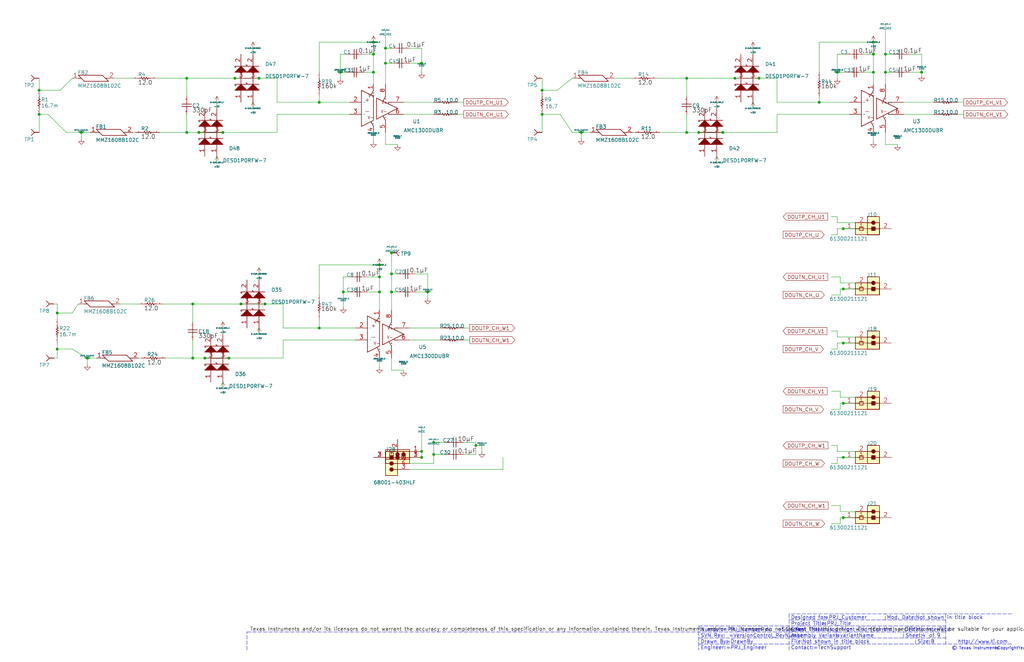
<source format=kicad_sch>
(kicad_sch (version 20210406) (generator eeschema)

  (uuid 29966c57-3d43-45d8-bee9-e0f6401f566e)

  (paper "B")

  (title_block
    (title "Pg4-Current  signal condtioning-SchDoc")
    (date "29 01 2021")
  )

  (lib_symbols
    (symbol "Pg4-Current--signal-condtioning-SchDoc-rescue:009155003301006-" (pin_names (offset 1.016)) (in_bom yes) (on_board yes)
      (property "Reference" "J" (id 0) (at -5.08 2.54 0)
        (effects (font (size 1.524 1.524)) (justify left bottom))
      )
      (property "Value" "009155003301006-" (id 1) (at -10.16 -11.43 0)
        (effects (font (size 1.524 1.524)) (justify left bottom))
      )
      (property "Footprint" "" (id 2) (at 0 0 0)
        (effects (font (size 1.524 1.524)))
      )
      (property "Datasheet" "" (id 3) (at 0 0 0)
        (effects (font (size 1.524 1.524)))
      )
      (symbol "009155003301006-_0_1"
        (circle (center -2.54 1.27) (radius 0.762) (stroke (width 0.254)) (fill (type outline)))
        (circle (center 0 0) (radius 0.762) (stroke (width 0.254)) (fill (type outline)))
        (circle (center 0 1.27) (radius 0.762) (stroke (width 0.254)) (fill (type outline)))
        (circle (center 2.54 -5.08) (radius 0.762) (stroke (width 0.254)) (fill (type outline)))
        (circle (center 2.54 -2.54) (radius 0.762) (stroke (width 0.254)) (fill (type outline)))
        (circle (center 2.54 0) (radius 0.762) (stroke (width 0.254)) (fill (type outline)))
        (rectangle (start -1.778 -0.762) (end -3.302 0.762)
          (stroke (width 0.254)) (fill (type background))
        )
        (rectangle (start 3.302 -0.762) (end 1.778 0.762)
          (stroke (width 0.254)) (fill (type background))
        )
        (rectangle (start 3.302 0.508) (end 1.778 2.032)
          (stroke (width 0.254)) (fill (type background))
        )
        (rectangle (start 5.08 -7.62) (end 0 2.54)
          (stroke (width 0.254)) (fill (type background))
        )
        (rectangle (start 5.08 -2.54) (end -5.08 2.54)
          (stroke (width 0.254)) (fill (type background))
        )
        (rectangle (start 5.08 -0.762) (end -5.08 3.302)
          (stroke (width 0.254)) (fill (type background))
        )
        (polyline
          (pts
            (xy -5.08 0)
            (xy -3.302 0)
          )
          (stroke (width 0.254)) (fill (type none))
        )
        (polyline
          (pts
            (xy 0 -5.08)
            (xy 1.778 -5.08)
          )
          (stroke (width 0.254)) (fill (type none))
        )
        (polyline
          (pts
            (xy 0 -2.54)
            (xy 1.778 -2.54)
          )
          (stroke (width 0.254)) (fill (type none))
        )
        (polyline
          (pts
            (xy 0 0)
            (xy 1.778 0)
          )
          (stroke (width 0.254)) (fill (type none))
        )
        (polyline
          (pts
            (xy 0 2.54)
            (xy 0 0.762)
          )
          (stroke (width 0.254)) (fill (type none))
        )
        (polyline
          (pts
            (xy 5.08 0)
            (xy 3.302 0)
          )
          (stroke (width 0.254)) (fill (type none))
        )
        (polyline
          (pts
            (xy -5.08 0)
            (xy -2.54 0)
            (xy -2.54 1.27)
          )
          (stroke (width 0.254)) (fill (type none))
        )
        (polyline
          (pts
            (xy -5.08 2.54)
            (xy 2.54 2.54)
            (xy 2.54 1.27)
          )
          (stroke (width 0.254)) (fill (type none))
        )
        (polyline
          (pts
            (xy 5.08 0)
            (xy 0 0)
            (xy 0 1.27)
          )
          (stroke (width 0.254)) (fill (type none))
        )
        (pin passive line (at -10.16 0 0) (length 5.08)
          (name "1" (effects (font (size 0.0254 0.0254))))
          (number "1" (effects (font (size 1.778 1.778))))
        )
        (pin passive line (at -10.16 2.54 0) (length 5.08)
          (name "1" (effects (font (size 0.0254 0.0254))))
          (number "1" (effects (font (size 1.778 1.778))))
        )
        (pin passive line (at -5.08 0 0) (length 5.08)
          (name "1" (effects (font (size 0.0254 0.0254))))
          (number "1" (effects (font (size 1.778 1.778))))
        )
        (pin passive line (at -5.08 -2.54 0) (length 5.08)
          (name "2" (effects (font (size 0.0254 0.0254))))
          (number "2" (effects (font (size 1.778 1.778))))
        )
        (pin passive line (at 0 7.62 270) (length 5.08)
          (name "2" (effects (font (size 0.0254 0.0254))))
          (number "2" (effects (font (size 1.778 1.778))))
        )
        (pin passive line (at 10.16 0 180) (length 5.08)
          (name "2" (effects (font (size 0.0254 0.0254))))
          (number "2" (effects (font (size 1.778 1.778))))
        )
        (pin passive line (at -10.16 0 0) (length 5.08)
          (name "3" (effects (font (size 0.0254 0.0254))))
          (number "3" (effects (font (size 1.778 1.778))))
        )
        (pin passive line (at -5.08 -5.08 0) (length 5.08)
          (name "3" (effects (font (size 0.0254 0.0254))))
          (number "3" (effects (font (size 1.778 1.778))))
        )
        (pin passive line (at 10.16 0 180) (length 5.08)
          (name "3" (effects (font (size 0.0254 0.0254))))
          (number "3" (effects (font (size 1.778 1.778))))
        )
      )
    )
    (symbol "Pg4-Current--signal-condtioning-SchDoc-rescue:06033C104JAT2A-" (pin_names (offset 1.016)) (in_bom yes) (on_board yes)
      (property "Reference" "C" (id 0) (at -5.08 0 0)
        (effects (font (size 1.524 1.524)) (justify left bottom))
      )
      (property "Value" "06033C104JAT2A-" (id 1) (at 0 0 0)
        (effects (font (size 1.524 1.524)))
      )
      (property "Footprint" "" (id 2) (at 0 0 0)
        (effects (font (size 1.524 1.524)))
      )
      (property "Datasheet" "" (id 3) (at 0 0 0)
        (effects (font (size 1.524 1.524)))
      )
      (symbol "06033C104JAT2A-_0_1"
        (polyline
          (pts
            (xy 0 0)
            (xy 0.762 0)
          )
          (stroke (width 0.254)) (fill (type none))
        )
        (polyline
          (pts
            (xy 0.762 2.032)
            (xy 0.762 -2.032)
          )
          (stroke (width 0.254)) (fill (type none))
        )
        (polyline
          (pts
            (xy 1.778 2.032)
            (xy 1.778 -2.032)
          )
          (stroke (width 0.254)) (fill (type none))
        )
        (polyline
          (pts
            (xy 2.54 0)
            (xy 1.778 0)
          )
          (stroke (width 0.254)) (fill (type none))
        )
        (pin passive line (at 5.08 0 180) (length 2.54)
          (name "1" (effects (font (size 0.0254 0.0254))))
          (number "1" (effects (font (size 0.0254 0.0254))))
        )
        (pin passive line (at -2.54 0 0) (length 2.54)
          (name "2" (effects (font (size 0.0254 0.0254))))
          (number "2" (effects (font (size 0.0254 0.0254))))
        )
      )
    )
    (symbol "Pg4-Current--signal-condtioning-SchDoc-rescue:08055A331KAT2A-" (pin_names (offset 1.016)) (in_bom yes) (on_board yes)
      (property "Reference" "C" (id 0) (at 2.286 0.254 0)
        (effects (font (size 1.524 1.524)) (justify left bottom))
      )
      (property "Value" "08055A331KAT2A-" (id 1) (at 0 0 0)
        (effects (font (size 1.524 1.524)))
      )
      (property "Footprint" "" (id 2) (at 0 0 0)
        (effects (font (size 1.524 1.524)))
      )
      (property "Datasheet" "" (id 3) (at 0 0 0)
        (effects (font (size 1.524 1.524)))
      )
      (symbol "08055A331KAT2A-_0_1"
        (polyline
          (pts
            (xy 0 0)
            (xy 0.762 0)
          )
          (stroke (width 0.254)) (fill (type none))
        )
        (polyline
          (pts
            (xy 0.762 2.032)
            (xy 0.762 -2.032)
          )
          (stroke (width 0.254)) (fill (type none))
        )
        (polyline
          (pts
            (xy 1.778 2.032)
            (xy 1.778 -2.032)
          )
          (stroke (width 0.254)) (fill (type none))
        )
        (polyline
          (pts
            (xy 2.54 0)
            (xy 1.778 0)
          )
          (stroke (width 0.254)) (fill (type none))
        )
        (pin passive line (at 5.08 0 180) (length 2.54)
          (name "1" (effects (font (size 0.0254 0.0254))))
          (number "1" (effects (font (size 0.0254 0.0254))))
        )
        (pin passive line (at -2.54 0 0) (length 2.54)
          (name "2" (effects (font (size 0.0254 0.0254))))
          (number "2" (effects (font (size 0.0254 0.0254))))
        )
      )
    )
    (symbol "Pg4-Current--signal-condtioning-SchDoc-rescue:61300211121-" (pin_names (offset 1.016)) (in_bom yes) (on_board yes)
      (property "Reference" "J" (id 0) (at -0.254 5.08 0)
        (effects (font (size 1.524 1.524)) (justify left bottom))
      )
      (property "Value" "61300211121-" (id 1) (at -0.254 -5.08 0)
        (effects (font (size 1.524 1.524)) (justify left bottom))
      )
      (property "Footprint" "" (id 2) (at 0 0 0)
        (effects (font (size 1.524 1.524)))
      )
      (property "Datasheet" "" (id 3) (at 0 0 0)
        (effects (font (size 1.524 1.524)))
      )
      (symbol "61300211121-_0_1"
        (circle (center 2.54 -2.54) (radius 0.762) (stroke (width 0.254)) (fill (type outline)))
        (circle (center 2.54 0) (radius 0.762) (stroke (width 0.254)) (fill (type outline)))
        (rectangle (start -5.08 2.54) (end 5.08 -2.54)
          (stroke (width 0.254)) (fill (type background))
        )
        (rectangle (start -3.302 0.762) (end -1.778 -0.762)
          (stroke (width 0.254)) (fill (type background))
        )
        (rectangle (start 0 2.54) (end 5.08 -5.08)
          (stroke (width 0.254)) (fill (type background))
        )
        (rectangle (start 1.778 0.762) (end 3.302 -0.762)
          (stroke (width 0.254)) (fill (type background))
        )
        (polyline
          (pts
            (xy -5.08 0)
            (xy -3.302 0)
          )
          (stroke (width 0.254)) (fill (type none))
        )
        (polyline
          (pts
            (xy 0 -2.54)
            (xy 1.778 -2.54)
          )
          (stroke (width 0.254)) (fill (type none))
        )
        (polyline
          (pts
            (xy 0 0)
            (xy 1.778 0)
          )
          (stroke (width 0.254)) (fill (type none))
        )
        (polyline
          (pts
            (xy 5.08 0)
            (xy 3.302 0)
          )
          (stroke (width 0.254)) (fill (type none))
        )
        (pin passive line (at -10.16 0 0) (length 5.08)
          (name "1" (effects (font (size 0.0254 0.0254))))
          (number "1" (effects (font (size 1.778 1.778))))
        )
        (pin passive line (at -5.08 0 0) (length 5.08)
          (name "1" (effects (font (size 0.0254 0.0254))))
          (number "1" (effects (font (size 1.778 1.778))))
        )
        (pin passive line (at -5.08 -2.54 0) (length 5.08)
          (name "2" (effects (font (size 0.0254 0.0254))))
          (number "2" (effects (font (size 1.778 1.778))))
        )
        (pin passive line (at 10.16 0 180) (length 5.08)
          (name "2" (effects (font (size 0.0254 0.0254))))
          (number "2" (effects (font (size 1.778 1.778))))
        )
      )
    )
    (symbol "Pg4-Current--signal-condtioning-SchDoc-rescue:AMC1100DUBR-" (pin_names (offset 1.016)) (in_bom yes) (on_board yes)
      (property "Reference" "U" (id 0) (at 21.59 11.43 0)
        (effects (font (size 1.524 1.524)) (justify left bottom))
      )
      (property "Value" "AMC1100DUBR-" (id 1) (at 17.78 7.62 0)
        (effects (font (size 1.524 1.524)) (justify left bottom))
      )
      (property "Footprint" "" (id 2) (at 0 0 0)
        (effects (font (size 1.524 1.524)))
      )
      (property "Datasheet" "" (id 3) (at 0 0 0)
        (effects (font (size 1.524 1.524)))
      )
      (symbol "AMC1100DUBR-_0_1"
        (polyline
          (pts
            (xy 0 25.4)
            (xy 0 10.16)
          )
          (stroke (width 0.254)) (fill (type none))
        )
        (polyline
          (pts
            (xy 4.064 12.192)
            (xy 5.08 10.16)
          )
          (stroke (width 0.254)) (fill (type none))
        )
        (polyline
          (pts
            (xy 5.08 25.4)
            (xy 4.064 23.368)
          )
          (stroke (width 0.254)) (fill (type none))
        )
        (polyline
          (pts
            (xy 10.16 12.7)
            (xy 9.144 14.478)
          )
          (stroke (width 0.254)) (fill (type none))
        )
        (polyline
          (pts
            (xy 10.16 22.86)
            (xy 9.144 20.828)
          )
          (stroke (width 0.254)) (fill (type none))
        )
        (polyline
          (pts
            (xy 12.7 15.24)
            (xy 11.43 15.24)
            (xy 11.43 15.748)
          )
          (stroke (width 0.254)) (fill (type none))
        )
        (polyline
          (pts
            (xy 12.7 20.32)
            (xy 11.43 20.32)
            (xy 11.43 19.558)
          )
          (stroke (width 0.254)) (fill (type none))
        )
        (polyline
          (pts
            (xy 0 25.4)
            (xy 5.08 22.86)
            (xy 5.08 12.7)
            (xy 0 10.16)
          )
          (stroke (width 0.254)) (fill (type none))
        )
        (polyline
          (pts
            (xy 15.24 17.78)
            (xy 6.35 22.098)
            (xy 6.35 13.208)
            (xy 15.24 17.78)
          )
          (stroke (width 0.254)) (fill (type none))
        )
        (pin power_in line (at 5.08 27.94 270) (length 2.54)
          (name "VDD1" (effects (font (size 0.0254 0.0254))))
          (number "1" (effects (font (size 1.778 1.778))))
        )
        (pin input line (at -5.08 20.32 0) (length 5.08)
          (name "VINP" (effects (font (size 0.0254 0.0254))))
          (number "2" (effects (font (size 1.778 1.778))))
        )
        (pin input line (at -5.08 15.24 0) (length 5.08)
          (name "VINN" (effects (font (size 0.0254 0.0254))))
          (number "3" (effects (font (size 1.778 1.778))))
        )
        (pin power_in line (at 5.08 7.62 90) (length 2.54)
          (name "GND1" (effects (font (size 0.0254 0.0254))))
          (number "4" (effects (font (size 1.778 1.778))))
        )
        (pin power_in line (at 10.16 7.62 90) (length 5.08)
          (name "GND2" (effects (font (size 0.0254 0.0254))))
          (number "5" (effects (font (size 1.778 1.778))))
        )
        (pin output line (at 17.78 15.24 180) (length 5.08)
          (name "VOUTN" (effects (font (size 0.0254 0.0254))))
          (number "6" (effects (font (size 1.778 1.778))))
        )
        (pin output line (at 17.78 20.32 180) (length 5.08)
          (name "VOUTP" (effects (font (size 0.0254 0.0254))))
          (number "7" (effects (font (size 1.778 1.778))))
        )
        (pin power_in line (at 10.16 27.94 270) (length 5.08)
          (name "VDD2" (effects (font (size 0.0254 0.0254))))
          (number "8" (effects (font (size 1.778 1.778))))
        )
      )
      (symbol "AMC1100DUBR-_1_1"
        (text "+" (at 1.27 20.32 0)
          (effects (font (size 1.8288 1.8288)) (justify left bottom))
        )
        (text "-" (at 1.27 15.494 0)
          (effects (font (size 1.8288 1.8288)) (justify left bottom))
        )
        (text "V+" (at 2.794 22.352 0)
          (effects (font (size 1.3716 1.3716)) (justify left bottom))
        )
        (text "V+" (at 8.382 19.558 0)
          (effects (font (size 1.2192 1.2192)) (justify left bottom))
        )
        (text "V-" (at 2.54 13.208 0)
          (effects (font (size 1.2192 1.2192)) (justify left bottom))
        )
        (text "V-" (at 8.128 15.748 0)
          (effects (font (size 1.2192 1.2192)) (justify left bottom))
        )
      )
    )
    (symbol "Pg4-Current--signal-condtioning-SchDoc-rescue:BAV99WT1G-" (pin_names (offset 1.016)) (in_bom yes) (on_board yes)
      (property "Reference" "D" (id 0) (at 7.62 -7.62 0)
        (effects (font (size 1.524 1.524)) (justify left bottom))
      )
      (property "Value" "BAV99WT1G-" (id 1) (at 5.08 -10.16 90)
        (effects (font (size 1.524 1.524)) (justify left bottom))
      )
      (property "Footprint" "" (id 2) (at 0 0 0)
        (effects (font (size 1.524 1.524)))
      )
      (property "Datasheet" "" (id 3) (at 0 0 0)
        (effects (font (size 1.524 1.524)))
      )
      (symbol "BAV99WT1G-_0_1"
        (polyline
          (pts
            (xy -2.54 -2.54)
            (xy 2.54 -2.54)
          )
          (stroke (width 0.254)) (fill (type none))
        )
        (polyline
          (pts
            (xy -2.54 0)
            (xy -2.54 -5.08)
          )
          (stroke (width 0.254)) (fill (type none))
        )
        (polyline
          (pts
            (xy -2.54 2.54)
            (xy 2.54 2.54)
          )
          (stroke (width 0.254)) (fill (type none))
        )
        (polyline
          (pts
            (xy 0 0)
            (xy 0 -2.54)
          )
          (stroke (width 0.254)) (fill (type none))
        )
        (polyline
          (pts
            (xy 0 2.54)
            (xy 0 0)
          )
          (stroke (width 0.254)) (fill (type none))
        )
        (polyline
          (pts
            (xy 5.08 0)
            (xy 5.08 -5.08)
          )
          (stroke (width 0.254)) (fill (type none))
        )
        (polyline
          (pts
            (xy -2.032 0.508)
            (xy -2.032 0)
            (xy -2.54 0)
            (xy -2.54 5.08)
            (xy -3.048 5.08)
            (xy -3.048 4.572)
          )
          (stroke (width 0.254)) (fill (type none))
        )
        (polyline
          (pts
            (xy 5.588 0.508)
            (xy 5.588 0)
            (xy 5.08 0)
            (xy 5.08 5.08)
            (xy 4.572 5.08)
            (xy 4.572 4.572)
          )
          (stroke (width 0.254)) (fill (type none))
        )
        (polyline
          (pts
            (xy -5.08 -5.08)
            (xy -2.54 -2.54)
            (xy -5.08 0)
            (xy -5.08 -5.08)
          )
          (stroke (width 0.254)) (fill (type outline))
        )
        (polyline
          (pts
            (xy -5.08 0)
            (xy -2.54 2.54)
            (xy -5.08 5.08)
            (xy -5.08 0)
          )
          (stroke (width 0.254)) (fill (type outline))
        )
        (polyline
          (pts
            (xy 2.54 -5.08)
            (xy 5.08 -2.54)
            (xy 2.54 0)
            (xy 2.54 -5.08)
          )
          (stroke (width 0.254)) (fill (type outline))
        )
        (polyline
          (pts
            (xy 2.54 0)
            (xy 5.08 2.54)
            (xy 2.54 5.08)
            (xy 2.54 0)
          )
          (stroke (width 0.254)) (fill (type outline))
        )
        (pin passive line (at -10.16 -2.54 0) (length 5.08)
          (name "A" (effects (font (size 0.0254 0.0254))))
          (number "1" (effects (font (size 1.778 1.778))))
        )
        (pin passive line (at -10.16 2.54 0) (length 5.08)
          (name "A" (effects (font (size 0.0254 0.0254))))
          (number "1" (effects (font (size 1.778 1.778))))
        )
        (pin passive line (at 10.16 -2.54 180) (length 5.08)
          (name "K" (effects (font (size 0.0254 0.0254))))
          (number "2" (effects (font (size 1.778 1.778))))
        )
        (pin passive line (at 10.16 2.54 180) (length 5.08)
          (name "K" (effects (font (size 0.0254 0.0254))))
          (number "2" (effects (font (size 1.778 1.778))))
        )
        (pin passive line (at 0 -5.08 90) (length 5.08)
          (name "C" (effects (font (size 0.0254 0.0254))))
          (number "3" (effects (font (size 1.778 1.778))))
        )
        (pin passive line (at 0 5.08 270) (length 5.08)
          (name "C" (effects (font (size 0.0254 0.0254))))
          (number "3" (effects (font (size 1.778 1.778))))
        )
      )
    )
    (symbol "Pg4-Current--signal-condtioning-SchDoc-rescue:C0603C104K5RACTU-" (pin_names (offset 1.016)) (in_bom yes) (on_board yes)
      (property "Reference" "C" (id 0) (at -7.62 0 0)
        (effects (font (size 1.524 1.524)) (justify left bottom))
      )
      (property "Value" "C0603C104K5RACTU-" (id 1) (at 0 0 0)
        (effects (font (size 1.524 1.524)))
      )
      (property "Footprint" "" (id 2) (at 0 0 0)
        (effects (font (size 1.524 1.524)))
      )
      (property "Datasheet" "" (id 3) (at 0 0 0)
        (effects (font (size 1.524 1.524)))
      )
      (symbol "C0603C104K5RACTU-_0_1"
        (polyline
          (pts
            (xy 0 0)
            (xy 0.762 0)
          )
          (stroke (width 0.254)) (fill (type none))
        )
        (polyline
          (pts
            (xy 0.762 2.032)
            (xy 0.762 -2.032)
          )
          (stroke (width 0.254)) (fill (type none))
        )
        (polyline
          (pts
            (xy 1.778 2.032)
            (xy 1.778 -2.032)
          )
          (stroke (width 0.254)) (fill (type none))
        )
        (polyline
          (pts
            (xy 2.54 0)
            (xy 1.778 0)
          )
          (stroke (width 0.254)) (fill (type none))
        )
        (pin passive line (at 5.08 0 180) (length 2.54)
          (name "1" (effects (font (size 0.0254 0.0254))))
          (number "1" (effects (font (size 0.0254 0.0254))))
        )
        (pin passive line (at -2.54 0 0) (length 2.54)
          (name "2" (effects (font (size 0.0254 0.0254))))
          (number "2" (effects (font (size 0.0254 0.0254))))
        )
      )
    )
    (symbol "Pg4-Current--signal-condtioning-SchDoc-rescue:CRCW060310R0FKEA-" (pin_names (offset 1.016)) (in_bom yes) (on_board yes)
      (property "Reference" "R" (id 0) (at -5.08 0 0)
        (effects (font (size 1.524 1.524)) (justify left bottom))
      )
      (property "Value" "CRCW060310R0FKEA-" (id 1) (at 0 0 0)
        (effects (font (size 1.524 1.524)))
      )
      (property "Footprint" "" (id 2) (at 0 0 0)
        (effects (font (size 1.524 1.524)))
      )
      (property "Datasheet" "" (id 3) (at 0 0 0)
        (effects (font (size 1.524 1.524)))
      )
      (symbol "CRCW060310R0FKEA-_0_1"
        (polyline
          (pts
            (xy 2.54 0)
            (xy 1.524 0)
            (xy 1.27 -0.508)
            (xy 0.762 0.508)
            (xy 0.254 -0.508)
            (xy -0.254 0.508)
            (xy -0.762 -0.508)
            (xy -1.27 0.508)
            (xy -1.524 0)
            (xy -2.54 0)
          )
          (stroke (width 0.254)) (fill (type none))
        )
        (pin passive line (at -5.08 0 0) (length 2.54)
          (name "1" (effects (font (size 0.0254 0.0254))))
          (number "1" (effects (font (size 0.0254 0.0254))))
        )
        (pin passive line (at 5.08 0 180) (length 2.54)
          (name "2" (effects (font (size 0.0254 0.0254))))
          (number "2" (effects (font (size 0.0254 0.0254))))
        )
      )
    )
    (symbol "Pg4-Current--signal-condtioning-SchDoc-rescue:CRCW0603160KFKEA-" (pin_names (offset 1.016)) (in_bom yes) (on_board yes)
      (property "Reference" "R" (id 0) (at 0.762 0.254 0)
        (effects (font (size 1.524 1.524)) (justify left bottom))
      )
      (property "Value" "CRCW0603160KFKEA-" (id 1) (at 0 0 0)
        (effects (font (size 1.524 1.524)))
      )
      (property "Footprint" "" (id 2) (at 0 0 0)
        (effects (font (size 1.524 1.524)))
      )
      (property "Datasheet" "" (id 3) (at 0 0 0)
        (effects (font (size 1.524 1.524)))
      )
      (symbol "CRCW0603160KFKEA-_0_1"
        (polyline
          (pts
            (xy 2.54 0)
            (xy 1.524 0)
            (xy 1.27 -0.508)
            (xy 0.762 0.508)
            (xy 0.254 -0.508)
            (xy -0.254 0.508)
            (xy -0.762 -0.508)
            (xy -1.27 0.508)
            (xy -1.524 0)
            (xy -2.54 0)
          )
          (stroke (width 0.254)) (fill (type none))
        )
        (pin passive line (at -5.08 0 0) (length 2.54)
          (name "1" (effects (font (size 0.0254 0.0254))))
          (number "1" (effects (font (size 0.0254 0.0254))))
        )
        (pin passive line (at 5.08 0 180) (length 2.54)
          (name "2" (effects (font (size 0.0254 0.0254))))
          (number "2" (effects (font (size 0.0254 0.0254))))
        )
      )
    )
    (symbol "Pg4-Current--signal-condtioning-SchDoc-rescue:GMK325AB7106MM-T-" (pin_names (offset 1.016)) (in_bom yes) (on_board yes)
      (property "Reference" "C" (id 0) (at -6.35 0 0)
        (effects (font (size 1.524 1.524)) (justify left bottom))
      )
      (property "Value" "GMK325AB7106MM-T-" (id 1) (at 0 0 0)
        (effects (font (size 1.524 1.524)))
      )
      (property "Footprint" "" (id 2) (at 0 0 0)
        (effects (font (size 1.524 1.524)))
      )
      (property "Datasheet" "" (id 3) (at 0 0 0)
        (effects (font (size 1.524 1.524)))
      )
      (symbol "GMK325AB7106MM-T-_0_1"
        (polyline
          (pts
            (xy 0 0)
            (xy 0.762 0)
          )
          (stroke (width 0.254)) (fill (type none))
        )
        (polyline
          (pts
            (xy 0.762 2.032)
            (xy 0.762 -2.032)
          )
          (stroke (width 0.254)) (fill (type none))
        )
        (polyline
          (pts
            (xy 1.778 2.032)
            (xy 1.778 -2.032)
          )
          (stroke (width 0.254)) (fill (type none))
        )
        (polyline
          (pts
            (xy 2.54 0)
            (xy 1.778 0)
          )
          (stroke (width 0.254)) (fill (type none))
        )
        (pin passive line (at 5.08 0 180) (length 2.54)
          (name "1" (effects (font (size 0.0254 0.0254))))
          (number "1" (effects (font (size 0.0254 0.0254))))
        )
        (pin passive line (at -2.54 0 0) (length 2.54)
          (name "2" (effects (font (size 0.0254 0.0254))))
          (number "2" (effects (font (size 0.0254 0.0254))))
        )
      )
    )
    (symbol "Pg4-Current--signal-condtioning-SchDoc-rescue:GRM188R71C105KA12D-" (pin_names (offset 1.016)) (in_bom yes) (on_board yes)
      (property "Reference" "C" (id 0) (at -6.35 0 0)
        (effects (font (size 1.524 1.524)) (justify left bottom))
      )
      (property "Value" "GRM188R71C105KA12D-" (id 1) (at 0 0 0)
        (effects (font (size 1.524 1.524)))
      )
      (property "Footprint" "" (id 2) (at 0 0 0)
        (effects (font (size 1.524 1.524)))
      )
      (property "Datasheet" "" (id 3) (at 0 0 0)
        (effects (font (size 1.524 1.524)))
      )
      (symbol "GRM188R71C105KA12D-_0_1"
        (polyline
          (pts
            (xy 0 0)
            (xy 0.762 0)
          )
          (stroke (width 0.254)) (fill (type none))
        )
        (polyline
          (pts
            (xy 0.762 2.032)
            (xy 0.762 -2.032)
          )
          (stroke (width 0.254)) (fill (type none))
        )
        (polyline
          (pts
            (xy 1.778 2.032)
            (xy 1.778 -2.032)
          )
          (stroke (width 0.254)) (fill (type none))
        )
        (polyline
          (pts
            (xy 2.54 0)
            (xy 1.778 0)
          )
          (stroke (width 0.254)) (fill (type none))
        )
        (pin passive line (at 5.08 0 180) (length 2.54)
          (name "1" (effects (font (size 0.0254 0.0254))))
          (number "1" (effects (font (size 0.0254 0.0254))))
        )
        (pin passive line (at -2.54 0 0) (length 2.54)
          (name "2" (effects (font (size 0.0254 0.0254))))
          (number "2" (effects (font (size 0.0254 0.0254))))
        )
      )
    )
    (symbol "Pg4-Current--signal-condtioning-SchDoc-rescue:MMZ1608B102C-" (pin_names (offset 1.016)) (in_bom yes) (on_board yes)
      (property "Reference" "FB" (id 0) (at -0.254 -1.016 0)
        (effects (font (size 1.524 1.524)) (justify left bottom))
      )
      (property "Value" "MMZ1608B102C-" (id 1) (at -0.254 -6.604 0)
        (effects (font (size 1.524 1.524)) (justify left bottom))
      )
      (property "Footprint" "" (id 2) (at 0 0 0)
        (effects (font (size 1.524 1.524)))
      )
      (property "Datasheet" "" (id 3) (at 0 0 0)
        (effects (font (size 1.524 1.524)))
      )
      (symbol "MMZ1608B102C-_0_1"
        (polyline
          (pts
            (xy 0 -2.54)
            (xy 1.27 -2.54)
          )
          (stroke (width 0.254)) (fill (type none))
        )
        (polyline
          (pts
            (xy 0 -1.27)
            (xy 2.54 -3.81)
          )
          (stroke (width 0.254)) (fill (type none))
        )
        (polyline
          (pts
            (xy 2.54 -3.81)
            (xy 12.7 -3.81)
          )
          (stroke (width 0.254)) (fill (type none))
        )
        (polyline
          (pts
            (xy 10.16 -1.27)
            (xy 0 -1.27)
          )
          (stroke (width 0.254)) (fill (type none))
        )
        (polyline
          (pts
            (xy 10.16 -1.27)
            (xy 12.7 -3.81)
          )
          (stroke (width 0.254)) (fill (type none))
        )
        (polyline
          (pts
            (xy 12.7 -2.54)
            (xy 11.43 -2.54)
          )
          (stroke (width 0.254)) (fill (type none))
        )
        (pin passive line (at -2.54 -2.54 0) (length 2.54)
          (name "1" (effects (font (size 0.0254 0.0254))))
          (number "1" (effects (font (size 1.778 1.778))))
        )
        (pin passive line (at 15.24 -2.54 180) (length 2.54)
          (name "2" (effects (font (size 0.0254 0.0254))))
          (number "2" (effects (font (size 1.778 1.778))))
        )
      )
    )
    (symbol "Pg4-Current--signal-condtioning-SchDoc-rescue:RC0603FR-0712RL-" (pin_names (offset 1.016)) (in_bom yes) (on_board yes)
      (property "Reference" "R" (id 0) (at -2.794 0.762 0)
        (effects (font (size 1.524 1.524)) (justify left bottom))
      )
      (property "Value" "RC0603FR-0712RL-" (id 1) (at 0 0 0)
        (effects (font (size 1.524 1.524)))
      )
      (property "Footprint" "" (id 2) (at 0 0 0)
        (effects (font (size 1.524 1.524)))
      )
      (property "Datasheet" "" (id 3) (at 0 0 0)
        (effects (font (size 1.524 1.524)))
      )
      (symbol "RC0603FR-0712RL-_0_1"
        (polyline
          (pts
            (xy 2.54 0)
            (xy 1.524 0)
            (xy 1.27 -0.508)
            (xy 0.762 0.508)
            (xy 0.254 -0.508)
            (xy -0.254 0.508)
            (xy -0.762 -0.508)
            (xy -1.27 0.508)
            (xy -1.524 0)
            (xy -2.54 0)
          )
          (stroke (width 0.254)) (fill (type none))
        )
        (pin passive line (at -5.08 0 0) (length 2.54)
          (name "1" (effects (font (size 0.0254 0.0254))))
          (number "1" (effects (font (size 0.0254 0.0254))))
        )
        (pin passive line (at 5.08 0 180) (length 2.54)
          (name "2" (effects (font (size 0.0254 0.0254))))
          (number "2" (effects (font (size 0.0254 0.0254))))
        )
      )
    )
    (symbol "Pg4-Current--signal-condtioning-SchDoc-rescue:TP-040_RND-" (pin_names (offset 1.016)) (in_bom yes) (on_board yes)
      (property "Reference" "TP" (id 0) (at 3.81 -1.27 0)
        (effects (font (size 1.524 1.524)) (justify left bottom))
      )
      (property "Value" "TP-040_RND-" (id 1) (at 0 0 0)
        (effects (font (size 1.524 1.524)))
      )
      (property "Footprint" "" (id 2) (at 0 0 0)
        (effects (font (size 1.524 1.524)))
      )
      (property "Datasheet" "" (id 3) (at 0 0 0)
        (effects (font (size 1.524 1.524)))
      )
      (symbol "TP-040_RND-_0_1"
        (polyline
          (pts
            (xy 0 0)
            (xy 0 2.032)
          )
          (stroke (width 0.254)) (fill (type none))
        )
        (polyline
          (pts
            (xy 0 2.032)
            (xy -1.27 3.048)
          )
          (stroke (width 0.254)) (fill (type none))
        )
        (polyline
          (pts
            (xy 0 2.032)
            (xy 1.27 3.048)
          )
          (stroke (width 0.254)) (fill (type none))
        )
        (pin passive line (at 0 0 90) (length 2.032)
          (name "1" (effects (font (size 0.0254 0.0254))))
          (number "1" (effects (font (size 0.0254 0.0254))))
        )
      )
    )
    (symbol "Pg4-Current--signal-condtioning-SchDoc-rescue:TP-5001-BLACK-" (pin_names (offset 1.016)) (in_bom yes) (on_board yes)
      (property "Reference" "TP" (id 0) (at -6.35 -3.81 0)
        (effects (font (size 1.524 1.524)) (justify left bottom))
      )
      (property "Value" "TP-5001-BLACK-" (id 1) (at 0 0 0)
        (effects (font (size 1.524 1.524)))
      )
      (property "Footprint" "" (id 2) (at 0 0 0)
        (effects (font (size 1.524 1.524)))
      )
      (property "Datasheet" "" (id 3) (at 0 0 0)
        (effects (font (size 1.524 1.524)))
      )
      (symbol "TP-5001-BLACK-_0_1"
        (polyline
          (pts
            (xy 0 0)
            (xy 0 2.032)
          )
          (stroke (width 0.254)) (fill (type none))
        )
        (polyline
          (pts
            (xy 0 2.032)
            (xy -1.27 3.302)
          )
          (stroke (width 0.254)) (fill (type none))
        )
        (polyline
          (pts
            (xy 0 2.032)
            (xy 1.27 3.302)
          )
          (stroke (width 0.254)) (fill (type none))
        )
        (pin passive line (at 0 0 90) (length 2.032)
          (name "1" (effects (font (size 0.0254 0.0254))))
          (number "1" (effects (font (size 0.0254 0.0254))))
        )
      )
    )
    (symbol "Pg4-Current--signal-condtioning-SchDoc-rescue:WSLP39213L000FEB-" (pin_names (offset 1.016)) (in_bom yes) (on_board yes)
      (property "Reference" "R" (id 0) (at 0.762 0.254 0)
        (effects (font (size 1.524 1.524)) (justify left bottom))
      )
      (property "Value" "WSLP39213L000FEB-" (id 1) (at 0.762 -2.286 90)
        (effects (font (size 1.524 1.524)) (justify left bottom))
      )
      (property "Footprint" "" (id 2) (at 0 0 0)
        (effects (font (size 1.524 1.524)))
      )
      (property "Datasheet" "" (id 3) (at 0 0 0)
        (effects (font (size 1.524 1.524)))
      )
      (symbol "WSLP39213L000FEB-_0_1"
        (polyline
          (pts
            (xy 2.54 0)
            (xy 1.524 0)
            (xy 1.27 -0.508)
            (xy 0.762 0.508)
            (xy 0.254 -0.508)
            (xy -0.254 0.508)
            (xy -0.762 -0.508)
            (xy -1.27 0.508)
            (xy -1.524 0)
            (xy -2.54 0)
          )
          (stroke (width 0.254)) (fill (type none))
        )
        (pin passive line (at -5.08 0 0) (length 2.54)
          (name "1" (effects (font (size 0.0254 0.0254))))
          (number "1" (effects (font (size 0.0254 0.0254))))
        )
        (pin passive line (at 5.08 0 180) (length 2.54)
          (name "2" (effects (font (size 0.0254 0.0254))))
          (number "2" (effects (font (size 0.0254 0.0254))))
        )
      )
    )
    (symbol "power:+5V" (power) (pin_names (offset 0)) (in_bom yes) (on_board yes)
      (property "Reference" "#PWR" (id 0) (at 0 -3.81 0)
        (effects (font (size 1.27 1.27)) hide)
      )
      (property "Value" "+5V" (id 1) (at 0 3.556 0)
        (effects (font (size 1.27 1.27)))
      )
      (property "Footprint" "" (id 2) (at 0 0 0)
        (effects (font (size 1.27 1.27)) hide)
      )
      (property "Datasheet" "" (id 3) (at 0 0 0)
        (effects (font (size 1.27 1.27)) hide)
      )
      (property "ki_keywords" "power-flag" (id 4) (at 0 0 0)
        (effects (font (size 1.27 1.27)) hide)
      )
      (property "ki_description" "Power symbol creates a global label with name \"+5V\"" (id 5) (at 0 0 0)
        (effects (font (size 1.27 1.27)) hide)
      )
      (symbol "+5V_0_1"
        (polyline
          (pts
            (xy -0.762 1.27)
            (xy 0 2.54)
          )
          (stroke (width 0)) (fill (type none))
        )
        (polyline
          (pts
            (xy 0 0)
            (xy 0 2.54)
          )
          (stroke (width 0)) (fill (type none))
        )
        (polyline
          (pts
            (xy 0 2.54)
            (xy 0.762 1.27)
          )
          (stroke (width 0)) (fill (type none))
        )
      )
      (symbol "+5V_1_1"
        (pin power_in line (at 0 0 90) (length 0) hide
          (name "+5V" (effects (font (size 1.27 1.27))))
          (number "1" (effects (font (size 1.27 1.27))))
        )
      )
    )
    (symbol "power:GND" (power) (pin_names (offset 0)) (in_bom yes) (on_board yes)
      (property "Reference" "#PWR" (id 0) (at 0 -6.35 0)
        (effects (font (size 1.27 1.27)) hide)
      )
      (property "Value" "GND" (id 1) (at 0 -3.81 0)
        (effects (font (size 1.27 1.27)))
      )
      (property "Footprint" "" (id 2) (at 0 0 0)
        (effects (font (size 1.27 1.27)) hide)
      )
      (property "Datasheet" "" (id 3) (at 0 0 0)
        (effects (font (size 1.27 1.27)) hide)
      )
      (property "ki_keywords" "power-flag" (id 4) (at 0 0 0)
        (effects (font (size 1.27 1.27)) hide)
      )
      (property "ki_description" "Power symbol creates a global label with name \"GND\" , ground" (id 5) (at 0 0 0)
        (effects (font (size 1.27 1.27)) hide)
      )
      (symbol "GND_0_1"
        (polyline
          (pts
            (xy 0 0)
            (xy 0 -1.27)
            (xy 1.27 -1.27)
            (xy 0 -2.54)
            (xy -1.27 -1.27)
            (xy 0 -1.27)
          )
          (stroke (width 0)) (fill (type none))
        )
      )
      (symbol "GND_1_1"
        (pin power_in line (at 0 0 270) (length 0) hide
          (name "GND" (effects (font (size 1.27 1.27))))
          (number "1" (effects (font (size 1.27 1.27))))
        )
      )
    )
  )

  (junction (at 16.51 38.1) (diameter 1.016) (color 0 0 0 0))
  (junction (at 16.51 48.26) (diameter 1.016) (color 0 0 0 0))
  (junction (at 24.13 132.08) (diameter 1.016) (color 0 0 0 0))
  (junction (at 24.13 147.32) (diameter 1.016) (color 0 0 0 0))
  (junction (at 34.29 55.88) (diameter 1.016) (color 0 0 0 0))
  (junction (at 36.83 151.13) (diameter 1.016) (color 0 0 0 0))
  (junction (at 78.74 33.02) (diameter 1.016) (color 0 0 0 0))
  (junction (at 78.74 55.88) (diameter 1.016) (color 0 0 0 0))
  (junction (at 81.28 128.27) (diameter 1.016) (color 0 0 0 0))
  (junction (at 81.28 151.13) (diameter 1.016) (color 0 0 0 0))
  (junction (at 83.82 55.88) (diameter 1.016) (color 0 0 0 0))
  (junction (at 86.36 151.13) (diameter 1.016) (color 0 0 0 0))
  (junction (at 93.98 55.88) (diameter 1.016) (color 0 0 0 0))
  (junction (at 96.52 151.13) (diameter 1.016) (color 0 0 0 0))
  (junction (at 99.06 33.02) (diameter 1.016) (color 0 0 0 0))
  (junction (at 101.6 128.27) (diameter 1.016) (color 0 0 0 0))
  (junction (at 109.22 33.02) (diameter 1.016) (color 0 0 0 0))
  (junction (at 111.76 128.27) (diameter 1.016) (color 0 0 0 0))
  (junction (at 134.62 43.18) (diameter 1.016) (color 0 0 0 0))
  (junction (at 134.62 138.43) (diameter 1.016) (color 0 0 0 0))
  (junction (at 143.51 30.48) (diameter 1.016) (color 0 0 0 0))
  (junction (at 144.78 123.19) (diameter 1.016) (color 0 0 0 0))
  (junction (at 157.48 17.78) (diameter 1.016) (color 0 0 0 0))
  (junction (at 157.48 22.86) (diameter 1.016) (color 0 0 0 0))
  (junction (at 157.48 30.48) (diameter 1.016) (color 0 0 0 0))
  (junction (at 160.02 111.76) (diameter 1.016) (color 0 0 0 0))
  (junction (at 160.02 116.84) (diameter 1.016) (color 0 0 0 0))
  (junction (at 160.02 123.19) (diameter 1.016) (color 0 0 0 0))
  (junction (at 162.56 20.32) (diameter 1.016) (color 0 0 0 0))
  (junction (at 162.56 26.67) (diameter 1.016) (color 0 0 0 0))
  (junction (at 165.1 106.68) (diameter 1.016) (color 0 0 0 0))
  (junction (at 165.1 115.57) (diameter 1.016) (color 0 0 0 0))
  (junction (at 165.1 123.19) (diameter 1.016) (color 0 0 0 0))
  (junction (at 177.8 26.67) (diameter 1.016) (color 0 0 0 0))
  (junction (at 177.8 190.5) (diameter 1.016) (color 0 0 0 0))
  (junction (at 177.8 193.04) (diameter 1.016) (color 0 0 0 0))
  (junction (at 180.34 123.19) (diameter 1.016) (color 0 0 0 0))
  (junction (at 182.88 186.69) (diameter 1.016) (color 0 0 0 0))
  (junction (at 182.88 191.77) (diameter 1.016) (color 0 0 0 0))
  (junction (at 200.66 187.96) (diameter 1.016) (color 0 0 0 0))
  (junction (at 228.6 38.1) (diameter 1.016) (color 0 0 0 0))
  (junction (at 228.6 48.26) (diameter 1.016) (color 0 0 0 0))
  (junction (at 245.11 55.88) (diameter 1.016) (color 0 0 0 0))
  (junction (at 289.56 33.02) (diameter 1.016) (color 0 0 0 0))
  (junction (at 289.56 55.88) (diameter 1.016) (color 0 0 0 0))
  (junction (at 294.64 55.88) (diameter 1.016) (color 0 0 0 0))
  (junction (at 304.8 55.88) (diameter 1.016) (color 0 0 0 0))
  (junction (at 309.88 33.02) (diameter 1.016) (color 0 0 0 0))
  (junction (at 320.04 33.02) (diameter 1.016) (color 0 0 0 0))
  (junction (at 345.44 43.18) (diameter 1.016) (color 0 0 0 0))
  (junction (at 353.06 30.48) (diameter 1.016) (color 0 0 0 0))
  (junction (at 355.6 96.52) (diameter 1.016) (color 0 0 0 0))
  (junction (at 355.6 121.92) (diameter 1.016) (color 0 0 0 0))
  (junction (at 355.6 144.78) (diameter 1.016) (color 0 0 0 0))
  (junction (at 355.6 170.18) (diameter 1.016) (color 0 0 0 0))
  (junction (at 355.6 193.04) (diameter 1.016) (color 0 0 0 0))
  (junction (at 355.6 218.44) (diameter 1.016) (color 0 0 0 0))
  (junction (at 368.3 17.78) (diameter 1.016) (color 0 0 0 0))
  (junction (at 368.3 22.86) (diameter 1.016) (color 0 0 0 0))
  (junction (at 368.3 30.48) (diameter 1.016) (color 0 0 0 0))
  (junction (at 373.38 22.86) (diameter 1.016) (color 0 0 0 0))
  (junction (at 373.38 30.48) (diameter 1.016) (color 0 0 0 0))
  (junction (at 388.62 30.48) (diameter 1.016) (color 0 0 0 0))

  (wire (pts (xy 16.51 38.1) (xy 16.51 33.02))
    (stroke (width 0) (type solid) (color 0 0 0 0))
    (uuid a5f86b37-fb8c-4ef3-bf1d-cd781f606968)
  )
  (wire (pts (xy 16.51 48.26) (xy 20.32 48.26))
    (stroke (width 0) (type solid) (color 0 0 0 0))
    (uuid e04ba962-624c-4888-a338-1ff0ceb68e24)
  )
  (wire (pts (xy 16.51 55.88) (xy 16.51 48.26))
    (stroke (width 0) (type solid) (color 0 0 0 0))
    (uuid 4740aa4f-4152-431e-b971-7a70da36a4e7)
  )
  (wire (pts (xy 20.32 48.26) (xy 27.94 55.88))
    (stroke (width 0) (type solid) (color 0 0 0 0))
    (uuid e546701b-b15d-4879-8bde-b609d00f073c)
  )
  (wire (pts (xy 24.13 128.27) (xy 22.86 128.27))
    (stroke (width 0) (type solid) (color 0 0 0 0))
    (uuid cef6470b-6a80-4db1-bf1b-17e0e9b6a547)
  )
  (wire (pts (xy 24.13 132.08) (xy 24.13 128.27))
    (stroke (width 0) (type solid) (color 0 0 0 0))
    (uuid 17aa9750-2824-4436-a054-4d4688ff103c)
  )
  (wire (pts (xy 24.13 132.08) (xy 30.48 132.08))
    (stroke (width 0) (type solid) (color 0 0 0 0))
    (uuid a337954f-5e76-4391-8534-574583edb9f3)
  )
  (wire (pts (xy 24.13 134.62) (xy 24.13 132.08))
    (stroke (width 0) (type solid) (color 0 0 0 0))
    (uuid 0dfd7253-3cf8-4e83-a9d3-1379d370c9c5)
  )
  (wire (pts (xy 24.13 144.78) (xy 24.13 147.32))
    (stroke (width 0) (type solid) (color 0 0 0 0))
    (uuid d7950a4b-b3c1-4ac2-b6dc-bc26bbbacd2d)
  )
  (wire (pts (xy 24.13 147.32) (xy 24.13 151.13))
    (stroke (width 0) (type solid) (color 0 0 0 0))
    (uuid 5a7dc00c-1a11-41b4-9ce6-3e12f7628f68)
  )
  (wire (pts (xy 24.13 147.32) (xy 30.48 147.32))
    (stroke (width 0) (type solid) (color 0 0 0 0))
    (uuid 27eed261-e05f-4b6f-9bd5-a77398fadbfb)
  )
  (wire (pts (xy 24.13 151.13) (xy 22.86 151.13))
    (stroke (width 0) (type solid) (color 0 0 0 0))
    (uuid c4070b92-cd82-4d80-9373-3d760186ce25)
  )
  (wire (pts (xy 25.4 38.1) (xy 16.51 38.1))
    (stroke (width 0) (type solid) (color 0 0 0 0))
    (uuid c923a537-122f-4426-b712-52813a69d47a)
  )
  (wire (pts (xy 27.94 55.88) (xy 34.29 55.88))
    (stroke (width 0) (type solid) (color 0 0 0 0))
    (uuid 082c3ca5-f870-4477-9044-d4c5aaa9d31d)
  )
  (wire (pts (xy 30.48 33.02) (xy 25.4 38.1))
    (stroke (width 0) (type solid) (color 0 0 0 0))
    (uuid 69c4c20b-4426-42fb-9231-74720e3537cf)
  )
  (wire (pts (xy 30.48 132.08) (xy 33.02 128.27))
    (stroke (width 0) (type solid) (color 0 0 0 0))
    (uuid 055cfcee-3096-4eae-88a0-a8d7a6d2fd84)
  )
  (wire (pts (xy 30.48 147.32) (xy 36.83 151.13))
    (stroke (width 0) (type solid) (color 0 0 0 0))
    (uuid d82d3760-8244-4d62-847e-97cf508843a1)
  )
  (wire (pts (xy 34.29 55.88) (xy 38.1 55.88))
    (stroke (width 0) (type solid) (color 0 0 0 0))
    (uuid f31bf4e0-329b-4e1e-be2b-bfcd65b6e2c3)
  )
  (wire (pts (xy 34.29 58.42) (xy 34.29 55.88))
    (stroke (width 0) (type solid) (color 0 0 0 0))
    (uuid 0f28acb3-549a-462d-80e4-24f60e8c8fc1)
  )
  (wire (pts (xy 36.83 151.13) (xy 40.64 151.13))
    (stroke (width 0) (type solid) (color 0 0 0 0))
    (uuid a9e76631-6309-4c02-9680-00b15cc2cbe9)
  )
  (wire (pts (xy 36.83 153.67) (xy 36.83 151.13))
    (stroke (width 0) (type solid) (color 0 0 0 0))
    (uuid 5fbe60a3-fa4b-481e-a893-317ea9c6dab7)
  )
  (wire (pts (xy 48.26 33.02) (xy 55.88 33.02))
    (stroke (width 0) (type solid) (color 0 0 0 0))
    (uuid f4e464b8-8b52-4a46-8df1-084a3f13801c)
  )
  (wire (pts (xy 50.8 128.27) (xy 58.42 128.27))
    (stroke (width 0) (type solid) (color 0 0 0 0))
    (uuid 7da4a95f-6edc-4876-87f1-2169c2a8ebff)
  )
  (wire (pts (xy 57.15 55.88) (xy 55.88 55.88))
    (stroke (width 0) (type solid) (color 0 0 0 0))
    (uuid c10f9958-a645-4798-a814-035c48b47e50)
  )
  (wire (pts (xy 59.69 151.13) (xy 58.42 151.13))
    (stroke (width 0) (type solid) (color 0 0 0 0))
    (uuid c7d4a110-72f1-41b3-a9ed-a673a42041b3)
  )
  (wire (pts (xy 66.04 33.02) (xy 78.74 33.02))
    (stroke (width 0) (type solid) (color 0 0 0 0))
    (uuid 1bbeb1ec-a1e3-40c1-b0e4-cef745f86910)
  )
  (wire (pts (xy 67.31 55.88) (xy 78.74 55.88))
    (stroke (width 0) (type solid) (color 0 0 0 0))
    (uuid 3e050801-8df7-4403-bb26-66015cc9c828)
  )
  (wire (pts (xy 68.58 128.27) (xy 81.28 128.27))
    (stroke (width 0) (type solid) (color 0 0 0 0))
    (uuid 7603b518-9ed1-4a32-955e-fa0ac982e34c)
  )
  (wire (pts (xy 69.85 151.13) (xy 81.28 151.13))
    (stroke (width 0) (type solid) (color 0 0 0 0))
    (uuid c9a1dc67-db2d-4787-b0c0-4dd889b89447)
  )
  (wire (pts (xy 78.74 40.64) (xy 78.74 33.02))
    (stroke (width 0) (type solid) (color 0 0 0 0))
    (uuid b80a586b-84f7-4e3c-9e58-c690df889e2b)
  )
  (wire (pts (xy 78.74 48.26) (xy 78.74 55.88))
    (stroke (width 0) (type solid) (color 0 0 0 0))
    (uuid c0445d8c-ba91-4b2e-8435-e7d3ae65bf37)
  )
  (wire (pts (xy 81.28 135.89) (xy 81.28 128.27))
    (stroke (width 0) (type solid) (color 0 0 0 0))
    (uuid 9a840c47-d442-4c4d-ac07-faac4b4e49d6)
  )
  (wire (pts (xy 81.28 143.51) (xy 81.28 151.13))
    (stroke (width 0) (type solid) (color 0 0 0 0))
    (uuid 5f002ca6-f2aa-43bc-a256-f4366f3619ff)
  )
  (wire (pts (xy 83.82 55.88) (xy 78.74 55.88))
    (stroke (width 0) (type solid) (color 0 0 0 0))
    (uuid 5cba7528-3e6b-463b-9aac-c7a465e4c477)
  )
  (wire (pts (xy 86.36 151.13) (xy 81.28 151.13))
    (stroke (width 0) (type solid) (color 0 0 0 0))
    (uuid 19a52fad-5e1c-4d7d-b02e-85c78e8b5e5b)
  )
  (wire (pts (xy 91.44 45.72) (xy 91.44 43.18))
    (stroke (width 0) (type solid) (color 0 0 0 0))
    (uuid 4bff2459-7e37-425a-8e42-af342a4a87ea)
  )
  (wire (pts (xy 91.44 66.04) (xy 91.44 68.58))
    (stroke (width 0) (type solid) (color 0 0 0 0))
    (uuid 050f21e4-6c29-4072-8264-3207527438d8)
  )
  (wire (pts (xy 93.98 55.88) (xy 83.82 55.88))
    (stroke (width 0) (type solid) (color 0 0 0 0))
    (uuid 26967349-e5ee-4b04-b73d-7ef1543988cb)
  )
  (wire (pts (xy 93.98 140.97) (xy 93.98 138.43))
    (stroke (width 0) (type solid) (color 0 0 0 0))
    (uuid 11a5beca-f535-47d0-bbfe-e5d431b358c5)
  )
  (wire (pts (xy 93.98 161.29) (xy 93.98 163.83))
    (stroke (width 0) (type solid) (color 0 0 0 0))
    (uuid 3819ad6a-8d07-49d1-bd85-c3569e50bb08)
  )
  (wire (pts (xy 96.52 151.13) (xy 86.36 151.13))
    (stroke (width 0) (type solid) (color 0 0 0 0))
    (uuid a8f9633b-ebe0-4019-b463-2297a34d1b75)
  )
  (wire (pts (xy 99.06 33.02) (xy 78.74 33.02))
    (stroke (width 0) (type solid) (color 0 0 0 0))
    (uuid 0bc9b50b-5367-466e-b7c4-a59a7fc2d92d)
  )
  (wire (pts (xy 101.6 128.27) (xy 81.28 128.27))
    (stroke (width 0) (type solid) (color 0 0 0 0))
    (uuid adf8e5a8-8162-4eb1-8260-ef4597d96b70)
  )
  (wire (pts (xy 106.68 22.86) (xy 106.68 20.32))
    (stroke (width 0) (type solid) (color 0 0 0 0))
    (uuid e3f81ad1-ce5f-47ff-9c8d-3dedadd1cd28)
  )
  (wire (pts (xy 106.68 43.18) (xy 106.68 45.72))
    (stroke (width 0) (type solid) (color 0 0 0 0))
    (uuid 32050861-ceac-4d54-98cb-c00a40308d11)
  )
  (wire (pts (xy 109.22 33.02) (xy 99.06 33.02))
    (stroke (width 0) (type solid) (color 0 0 0 0))
    (uuid 2c8a861e-f12c-4826-8bcd-5d90f9de1ea6)
  )
  (wire (pts (xy 109.22 118.11) (xy 109.22 115.57))
    (stroke (width 0) (type solid) (color 0 0 0 0))
    (uuid c95d4091-331d-44a3-896e-2c8c8ed60030)
  )
  (wire (pts (xy 109.22 138.43) (xy 109.22 140.97))
    (stroke (width 0) (type solid) (color 0 0 0 0))
    (uuid 38c207c1-c9f9-4466-afd2-b8daa3ae23ff)
  )
  (wire (pts (xy 111.76 128.27) (xy 101.6 128.27))
    (stroke (width 0) (type solid) (color 0 0 0 0))
    (uuid c4297975-ab1c-47f1-947c-256c5eb120c1)
  )
  (wire (pts (xy 116.84 33.02) (xy 109.22 33.02))
    (stroke (width 0) (type solid) (color 0 0 0 0))
    (uuid 2c8a861e-f12c-4826-8bcd-5d90f9de1ea6)
  )
  (wire (pts (xy 116.84 43.18) (xy 116.84 33.02))
    (stroke (width 0) (type solid) (color 0 0 0 0))
    (uuid 11f32e55-bb5d-4f32-8581-3a4f5503d09a)
  )
  (wire (pts (xy 116.84 48.26) (xy 116.84 55.88))
    (stroke (width 0) (type solid) (color 0 0 0 0))
    (uuid e7a60173-de05-44b4-b4e9-adc7750a1349)
  )
  (wire (pts (xy 116.84 55.88) (xy 93.98 55.88))
    (stroke (width 0) (type solid) (color 0 0 0 0))
    (uuid 26967349-e5ee-4b04-b73d-7ef1543988cb)
  )
  (wire (pts (xy 119.38 128.27) (xy 111.76 128.27))
    (stroke (width 0) (type solid) (color 0 0 0 0))
    (uuid c4297975-ab1c-47f1-947c-256c5eb120c1)
  )
  (wire (pts (xy 119.38 138.43) (xy 119.38 128.27))
    (stroke (width 0) (type solid) (color 0 0 0 0))
    (uuid 0bd651d6-1c80-4ef0-92db-3fb59393aa3f)
  )
  (wire (pts (xy 119.38 143.51) (xy 119.38 151.13))
    (stroke (width 0) (type solid) (color 0 0 0 0))
    (uuid 8829aaca-9597-46af-b621-f0a0fc989065)
  )
  (wire (pts (xy 119.38 151.13) (xy 96.52 151.13))
    (stroke (width 0) (type solid) (color 0 0 0 0))
    (uuid a8f9633b-ebe0-4019-b463-2297a34d1b75)
  )
  (wire (pts (xy 134.62 17.78) (xy 134.62 30.48))
    (stroke (width 0) (type solid) (color 0 0 0 0))
    (uuid c5e54dfc-9772-4021-bd56-5a27c4dc3672)
  )
  (wire (pts (xy 134.62 43.18) (xy 116.84 43.18))
    (stroke (width 0) (type solid) (color 0 0 0 0))
    (uuid 38905598-6a6e-4e04-8b9f-0b6f7fab3f7e)
  )
  (wire (pts (xy 134.62 43.18) (xy 134.62 40.64))
    (stroke (width 0) (type solid) (color 0 0 0 0))
    (uuid b9fec5c5-5599-4777-b588-80f6e58f6d4a)
  )
  (wire (pts (xy 134.62 111.76) (xy 134.62 124.46))
    (stroke (width 0) (type solid) (color 0 0 0 0))
    (uuid 6b526d3a-f41a-435e-b9b3-c0ac6051a9db)
  )
  (wire (pts (xy 134.62 138.43) (xy 119.38 138.43))
    (stroke (width 0) (type solid) (color 0 0 0 0))
    (uuid eff674b7-9528-4a60-830e-5678c6202558)
  )
  (wire (pts (xy 134.62 138.43) (xy 134.62 134.62))
    (stroke (width 0) (type solid) (color 0 0 0 0))
    (uuid 6b80be8b-73bb-4b51-b0de-8f4c3991c87c)
  )
  (wire (pts (xy 143.51 22.86) (xy 146.05 22.86))
    (stroke (width 0) (type solid) (color 0 0 0 0))
    (uuid 04819624-a51f-4ee5-a6b3-3a549c64c0f3)
  )
  (wire (pts (xy 143.51 30.48) (xy 143.51 22.86))
    (stroke (width 0) (type solid) (color 0 0 0 0))
    (uuid 9c098b80-ece2-49a5-8e18-ebb6c9a87917)
  )
  (wire (pts (xy 143.51 30.48) (xy 146.05 30.48))
    (stroke (width 0) (type solid) (color 0 0 0 0))
    (uuid b70d3c51-c924-4d17-ac9f-d983611445c8)
  )
  (wire (pts (xy 143.51 33.02) (xy 143.51 30.48))
    (stroke (width 0) (type solid) (color 0 0 0 0))
    (uuid 21ca80b4-2ba4-48dc-9edc-e0f13670fe74)
  )
  (wire (pts (xy 144.78 116.84) (xy 147.32 116.84))
    (stroke (width 0) (type solid) (color 0 0 0 0))
    (uuid dfaef6c5-7ab6-4533-97f9-e7499988a9e9)
  )
  (wire (pts (xy 144.78 123.19) (xy 144.78 116.84))
    (stroke (width 0) (type solid) (color 0 0 0 0))
    (uuid 93148db9-2df8-456a-a1b5-bd9f048da4af)
  )
  (wire (pts (xy 144.78 123.19) (xy 147.32 123.19))
    (stroke (width 0) (type solid) (color 0 0 0 0))
    (uuid 037723af-be82-406a-86bb-9cbe921fe06e)
  )
  (wire (pts (xy 144.78 129.54) (xy 144.78 123.19))
    (stroke (width 0) (type solid) (color 0 0 0 0))
    (uuid 63e2557f-8566-46a1-be53-e67298571e25)
  )
  (wire (pts (xy 147.32 43.18) (xy 134.62 43.18))
    (stroke (width 0) (type solid) (color 0 0 0 0))
    (uuid 77b3ab83-05b3-4d04-b8d6-285cb6e6210c)
  )
  (wire (pts (xy 147.32 48.26) (xy 116.84 48.26))
    (stroke (width 0) (type solid) (color 0 0 0 0))
    (uuid 0dd7bb99-20c9-4db9-b078-c3e94f839057)
  )
  (wire (pts (xy 149.86 138.43) (xy 134.62 138.43))
    (stroke (width 0) (type solid) (color 0 0 0 0))
    (uuid 6c5525a5-c59e-4584-bdf8-6b52ad8d0457)
  )
  (wire (pts (xy 149.86 143.51) (xy 119.38 143.51))
    (stroke (width 0) (type solid) (color 0 0 0 0))
    (uuid b1fa2337-be05-4b0e-9e75-0d3df4c5dab5)
  )
  (wire (pts (xy 157.48 17.78) (xy 134.62 17.78))
    (stroke (width 0) (type solid) (color 0 0 0 0))
    (uuid 29230558-3d2c-492e-bb1b-eaf86664de03)
  )
  (wire (pts (xy 157.48 22.86) (xy 153.67 22.86))
    (stroke (width 0) (type solid) (color 0 0 0 0))
    (uuid 106b95e4-bfda-459e-ae33-e4309f446720)
  )
  (wire (pts (xy 157.48 22.86) (xy 157.48 17.78))
    (stroke (width 0) (type solid) (color 0 0 0 0))
    (uuid ba2de4a8-5433-4902-96e8-4aa80cd89223)
  )
  (wire (pts (xy 157.48 30.48) (xy 153.67 30.48))
    (stroke (width 0) (type solid) (color 0 0 0 0))
    (uuid 8fb08503-4c68-489b-a10b-c607c44315b5)
  )
  (wire (pts (xy 157.48 30.48) (xy 157.48 22.86))
    (stroke (width 0) (type solid) (color 0 0 0 0))
    (uuid 526aac8a-74b3-4539-906f-3a22cab24676)
  )
  (wire (pts (xy 157.48 35.56) (xy 157.48 30.48))
    (stroke (width 0) (type solid) (color 0 0 0 0))
    (uuid a7c14f77-123c-45e3-9982-f92cdcbf66b1)
  )
  (wire (pts (xy 157.48 55.88) (xy 157.48 59.69))
    (stroke (width 0) (type solid) (color 0 0 0 0))
    (uuid 0ac65054-14e1-4040-a55e-695446c3cd3f)
  )
  (wire (pts (xy 160.02 111.76) (xy 134.62 111.76))
    (stroke (width 0) (type solid) (color 0 0 0 0))
    (uuid 6cf11130-b1be-4183-a753-23084bb0c40c)
  )
  (wire (pts (xy 160.02 116.84) (xy 154.94 116.84))
    (stroke (width 0) (type solid) (color 0 0 0 0))
    (uuid 58b7ccc2-8199-4159-9901-9566fc61b023)
  )
  (wire (pts (xy 160.02 116.84) (xy 160.02 111.76))
    (stroke (width 0) (type solid) (color 0 0 0 0))
    (uuid fe828d36-2c8f-4ac6-b7e6-61c2060d7447)
  )
  (wire (pts (xy 160.02 123.19) (xy 154.94 123.19))
    (stroke (width 0) (type solid) (color 0 0 0 0))
    (uuid e70bdfec-2f9d-4d05-8a5b-b2170d7e1dbf)
  )
  (wire (pts (xy 160.02 123.19) (xy 160.02 116.84))
    (stroke (width 0) (type solid) (color 0 0 0 0))
    (uuid f222a97f-c93c-41da-acff-c5054ef1c5c2)
  )
  (wire (pts (xy 160.02 130.81) (xy 160.02 123.19))
    (stroke (width 0) (type solid) (color 0 0 0 0))
    (uuid fd444617-46a4-4906-b3f4-181e7501cde5)
  )
  (wire (pts (xy 160.02 151.13) (xy 160.02 154.94))
    (stroke (width 0) (type solid) (color 0 0 0 0))
    (uuid 526549f0-f91c-4e32-95c2-3ff981ac2e84)
  )
  (wire (pts (xy 162.56 12.7) (xy 162.56 20.32))
    (stroke (width 0) (type solid) (color 0 0 0 0))
    (uuid 57d6db8d-af4d-48c7-88fe-6e524d6a51a6)
  )
  (wire (pts (xy 162.56 20.32) (xy 162.56 26.67))
    (stroke (width 0) (type solid) (color 0 0 0 0))
    (uuid 2c06e50a-9873-4a98-baac-516f107f7856)
  )
  (wire (pts (xy 162.56 20.32) (xy 165.1 20.32))
    (stroke (width 0) (type solid) (color 0 0 0 0))
    (uuid ddb03b92-b12f-42b2-93e9-abfc6fc06146)
  )
  (wire (pts (xy 162.56 26.67) (xy 162.56 35.56))
    (stroke (width 0) (type solid) (color 0 0 0 0))
    (uuid 5759f27a-b31d-4e34-8d52-9fdfa431df46)
  )
  (wire (pts (xy 162.56 26.67) (xy 165.1 26.67))
    (stroke (width 0) (type solid) (color 0 0 0 0))
    (uuid a6b9a336-a9b9-4b5f-aa9b-8ced58247b94)
  )
  (wire (pts (xy 162.56 60.96) (xy 162.56 55.88))
    (stroke (width 0) (type solid) (color 0 0 0 0))
    (uuid 09778dcd-9719-4955-b86d-eed58e7e3188)
  )
  (wire (pts (xy 165.1 104.14) (xy 165.1 106.68))
    (stroke (width 0) (type solid) (color 0 0 0 0))
    (uuid c2039543-175e-4a71-a1da-522e73a268a0)
  )
  (wire (pts (xy 165.1 106.68) (xy 165.1 115.57))
    (stroke (width 0) (type solid) (color 0 0 0 0))
    (uuid c154b4dc-ef62-4976-8a60-c0a9150ca557)
  )
  (wire (pts (xy 165.1 115.57) (xy 167.64 115.57))
    (stroke (width 0) (type solid) (color 0 0 0 0))
    (uuid a0a48b2c-3d7e-44b3-a501-63c3bbfe7c54)
  )
  (wire (pts (xy 165.1 123.19) (xy 165.1 115.57))
    (stroke (width 0) (type solid) (color 0 0 0 0))
    (uuid 36d86aad-49e1-4208-aff7-2f90627fe380)
  )
  (wire (pts (xy 165.1 123.19) (xy 167.64 123.19))
    (stroke (width 0) (type solid) (color 0 0 0 0))
    (uuid baede7a1-428a-4e7a-a892-7847efabb32e)
  )
  (wire (pts (xy 165.1 130.81) (xy 165.1 123.19))
    (stroke (width 0) (type solid) (color 0 0 0 0))
    (uuid f721d314-9e8e-4bd9-a6ac-d9d290df02bb)
  )
  (wire (pts (xy 165.1 156.21) (xy 165.1 151.13))
    (stroke (width 0) (type solid) (color 0 0 0 0))
    (uuid a4354d93-8937-416e-8dc4-89bba6ab7efa)
  )
  (wire (pts (xy 167.64 60.96) (xy 162.56 60.96))
    (stroke (width 0) (type solid) (color 0 0 0 0))
    (uuid c044d719-b13c-41ef-9d2d-835ab0d30f63)
  )
  (wire (pts (xy 170.18 43.18) (xy 182.88 43.18))
    (stroke (width 0) (type solid) (color 0 0 0 0))
    (uuid bd71261c-c5d2-42a6-93a9-ed20c18d2014)
  )
  (wire (pts (xy 170.18 48.26) (xy 182.88 48.26))
    (stroke (width 0) (type solid) (color 0 0 0 0))
    (uuid fa79a7ff-0c0c-4a2d-bcdf-5b0b58bb6cbb)
  )
  (wire (pts (xy 170.18 156.21) (xy 165.1 156.21))
    (stroke (width 0) (type solid) (color 0 0 0 0))
    (uuid a121ac75-1f2b-4963-9623-d4cb7dcb3fc7)
  )
  (wire (pts (xy 172.72 138.43) (xy 185.42 138.43))
    (stroke (width 0) (type solid) (color 0 0 0 0))
    (uuid 37f18356-d396-4bf3-bc76-48d67d07788d)
  )
  (wire (pts (xy 172.72 143.51) (xy 185.42 143.51))
    (stroke (width 0) (type solid) (color 0 0 0 0))
    (uuid a4d1437b-0a6c-4880-9bee-84c134412e28)
  )
  (wire (pts (xy 177.8 20.32) (xy 172.72 20.32))
    (stroke (width 0) (type solid) (color 0 0 0 0))
    (uuid 288aa2da-fbaf-44fd-8ec3-ba007f0fdfd9)
  )
  (wire (pts (xy 177.8 26.67) (xy 172.72 26.67))
    (stroke (width 0) (type solid) (color 0 0 0 0))
    (uuid d6fdcf98-6073-46b1-acec-355df585de3e)
  )
  (wire (pts (xy 177.8 26.67) (xy 177.8 20.32))
    (stroke (width 0) (type solid) (color 0 0 0 0))
    (uuid edfc662a-b7a8-46a8-b260-75d51051e00c)
  )
  (wire (pts (xy 177.8 30.48) (xy 177.8 26.67))
    (stroke (width 0) (type solid) (color 0 0 0 0))
    (uuid fb154634-e349-4b78-be30-03baf955a06e)
  )
  (wire (pts (xy 177.8 180.34) (xy 177.8 190.5))
    (stroke (width 0) (type solid) (color 0 0 0 0))
    (uuid 8871aa7d-dee5-4013-9ff8-0fd6bc94d413)
  )
  (wire (pts (xy 177.8 190.5) (xy 177.8 193.04))
    (stroke (width 0) (type solid) (color 0 0 0 0))
    (uuid 8871aa7d-dee5-4013-9ff8-0fd6bc94d413)
  )
  (wire (pts (xy 177.8 193.04) (xy 172.72 193.04))
    (stroke (width 0) (type solid) (color 0 0 0 0))
    (uuid d0995b06-d675-412a-a5f9-36653939c404)
  )
  (wire (pts (xy 180.34 115.57) (xy 175.26 115.57))
    (stroke (width 0) (type solid) (color 0 0 0 0))
    (uuid 59201ca8-c31a-496e-ad6f-691d53a34a4b)
  )
  (wire (pts (xy 180.34 123.19) (xy 175.26 123.19))
    (stroke (width 0) (type solid) (color 0 0 0 0))
    (uuid 7a5290a5-2eab-44d9-9a20-9749588855c0)
  )
  (wire (pts (xy 180.34 123.19) (xy 180.34 115.57))
    (stroke (width 0) (type solid) (color 0 0 0 0))
    (uuid 4dc059b3-92be-47af-843c-531acf6784c5)
  )
  (wire (pts (xy 180.34 125.73) (xy 180.34 123.19))
    (stroke (width 0) (type solid) (color 0 0 0 0))
    (uuid ffeb1d51-9f93-42f1-869c-bc73dadca45a)
  )
  (wire (pts (xy 182.88 185.42) (xy 182.88 186.69))
    (stroke (width 0) (type solid) (color 0 0 0 0))
    (uuid 46ef4886-fbd1-4a2d-a837-fa0c85047258)
  )
  (wire (pts (xy 182.88 186.69) (xy 182.88 191.77))
    (stroke (width 0) (type solid) (color 0 0 0 0))
    (uuid 79e0b522-daa4-4e49-9de6-740ab28b708c)
  )
  (wire (pts (xy 182.88 186.69) (xy 187.96 186.69))
    (stroke (width 0) (type solid) (color 0 0 0 0))
    (uuid 22ec3d6f-513c-47f1-90df-6cafa660e023)
  )
  (wire (pts (xy 182.88 191.77) (xy 182.88 195.58))
    (stroke (width 0) (type solid) (color 0 0 0 0))
    (uuid 3eac9607-1576-4784-ac9f-d65c6a4c3119)
  )
  (wire (pts (xy 182.88 191.77) (xy 187.96 191.77))
    (stroke (width 0) (type solid) (color 0 0 0 0))
    (uuid e40beff1-560b-4615-9edf-cf8463bcab54)
  )
  (wire (pts (xy 182.88 195.58) (xy 172.72 195.58))
    (stroke (width 0) (type solid) (color 0 0 0 0))
    (uuid b8456965-4e3e-4e8a-8be1-e339486ffa28)
  )
  (wire (pts (xy 193.04 43.18) (xy 195.58 43.18))
    (stroke (width 0) (type solid) (color 0 0 0 0))
    (uuid b7a8da0a-3547-4f03-affa-20e8ef36c2c2)
  )
  (wire (pts (xy 193.04 48.26) (xy 195.58 48.26))
    (stroke (width 0) (type solid) (color 0 0 0 0))
    (uuid 3cb9a5ef-4461-4585-86a7-39ece3a523df)
  )
  (wire (pts (xy 195.58 138.43) (xy 198.12 138.43))
    (stroke (width 0) (type solid) (color 0 0 0 0))
    (uuid 119e4e09-2087-4876-88dc-b458343d5755)
  )
  (wire (pts (xy 195.58 143.51) (xy 198.12 143.51))
    (stroke (width 0) (type solid) (color 0 0 0 0))
    (uuid 865a5bc4-0b03-436b-a5da-546432f6ef50)
  )
  (wire (pts (xy 195.58 191.77) (xy 200.66 191.77))
    (stroke (width 0) (type solid) (color 0 0 0 0))
    (uuid bbdde974-8ea1-4495-ab18-5824d51dc0e2)
  )
  (wire (pts (xy 200.66 186.69) (xy 195.58 186.69))
    (stroke (width 0) (type solid) (color 0 0 0 0))
    (uuid 53fe3648-7449-4a4b-bf95-1783f27d1fd3)
  )
  (wire (pts (xy 200.66 187.96) (xy 200.66 186.69))
    (stroke (width 0) (type solid) (color 0 0 0 0))
    (uuid 36c05db4-5326-4e49-b34c-126227058092)
  )
  (wire (pts (xy 200.66 191.77) (xy 200.66 187.96))
    (stroke (width 0) (type solid) (color 0 0 0 0))
    (uuid 943252fd-8684-4333-abf4-8a8c2637a184)
  )
  (wire (pts (xy 203.2 187.96) (xy 200.66 187.96))
    (stroke (width 0) (type solid) (color 0 0 0 0))
    (uuid ad46e1f0-0f8c-4fe1-acae-9b61dbeafbc2)
  )
  (wire (pts (xy 203.2 190.5) (xy 203.2 187.96))
    (stroke (width 0) (type solid) (color 0 0 0 0))
    (uuid 4fe7d2f2-91ac-46fb-a4d4-409def1ede35)
  )
  (wire (pts (xy 212.09 193.04) (xy 212.09 198.12))
    (stroke (width 0) (type solid) (color 0 0 0 0))
    (uuid 09ccf128-e8a7-4a1f-8dda-f093bf38215f)
  )
  (wire (pts (xy 212.09 198.12) (xy 172.72 198.12))
    (stroke (width 0) (type solid) (color 0 0 0 0))
    (uuid 3804e472-3594-4c58-b95a-a01a351c8e67)
  )
  (wire (pts (xy 228.6 33.02) (xy 228.6 38.1))
    (stroke (width 0) (type solid) (color 0 0 0 0))
    (uuid 890dd583-30e6-4987-90de-242c7bace68a)
  )
  (wire (pts (xy 228.6 38.1) (xy 234.95 38.1))
    (stroke (width 0) (type solid) (color 0 0 0 0))
    (uuid 34799e3a-4329-4b27-9cdd-fde645ca7f37)
  )
  (wire (pts (xy 228.6 48.26) (xy 228.6 55.88))
    (stroke (width 0) (type solid) (color 0 0 0 0))
    (uuid 03a44a5a-d0f9-45bc-82d0-6faeaae87017)
  )
  (wire (pts (xy 234.95 38.1) (xy 241.3 33.02))
    (stroke (width 0) (type solid) (color 0 0 0 0))
    (uuid 4817b082-8138-4d1c-9851-8d69608d323a)
  )
  (wire (pts (xy 236.22 48.26) (xy 228.6 48.26))
    (stroke (width 0) (type solid) (color 0 0 0 0))
    (uuid 1645bfe5-610e-4838-80d5-c791ea9e923d)
  )
  (wire (pts (xy 241.3 55.88) (xy 236.22 48.26))
    (stroke (width 0) (type solid) (color 0 0 0 0))
    (uuid 0e88bb6d-e0bd-4e1c-9d15-0734494e986e)
  )
  (wire (pts (xy 245.11 55.88) (xy 241.3 55.88))
    (stroke (width 0) (type solid) (color 0 0 0 0))
    (uuid be461376-1fbd-4c42-85d9-5d524c4635d3)
  )
  (wire (pts (xy 245.11 58.42) (xy 245.11 55.88))
    (stroke (width 0) (type solid) (color 0 0 0 0))
    (uuid 98b8d530-3e5d-4da9-8975-046d20bf076f)
  )
  (wire (pts (xy 248.92 55.88) (xy 245.11 55.88))
    (stroke (width 0) (type solid) (color 0 0 0 0))
    (uuid a82bc219-62a8-4dd8-b3f7-1ea7757a5ed6)
  )
  (wire (pts (xy 259.08 33.02) (xy 266.7 33.02))
    (stroke (width 0) (type solid) (color 0 0 0 0))
    (uuid f51bee57-0176-4444-af16-dd03df72493a)
  )
  (wire (pts (xy 267.97 55.88) (xy 266.7 55.88))
    (stroke (width 0) (type solid) (color 0 0 0 0))
    (uuid 5737e732-7130-4ebe-b2d3-3d28edf75eae)
  )
  (wire (pts (xy 276.86 33.02) (xy 289.56 33.02))
    (stroke (width 0) (type solid) (color 0 0 0 0))
    (uuid 95812507-5111-4219-b316-739bbffcaf24)
  )
  (wire (pts (xy 278.13 55.88) (xy 289.56 55.88))
    (stroke (width 0) (type solid) (color 0 0 0 0))
    (uuid debca2a0-5d6f-45c0-80ac-68220d7e481e)
  )
  (wire (pts (xy 289.56 40.64) (xy 289.56 33.02))
    (stroke (width 0) (type solid) (color 0 0 0 0))
    (uuid 123d8573-6d97-40cc-8839-211d6f1ec542)
  )
  (wire (pts (xy 289.56 48.26) (xy 289.56 55.88))
    (stroke (width 0) (type solid) (color 0 0 0 0))
    (uuid 368ce5e2-c2de-41d2-b7fb-c7ab4be3bf78)
  )
  (wire (pts (xy 294.64 55.88) (xy 289.56 55.88))
    (stroke (width 0) (type solid) (color 0 0 0 0))
    (uuid 6754fecd-eb3e-4278-95e9-38a4dc8155d3)
  )
  (wire (pts (xy 302.26 45.72) (xy 302.26 43.18))
    (stroke (width 0) (type solid) (color 0 0 0 0))
    (uuid 2e341649-d499-4a98-b915-f5cf1adcd860)
  )
  (wire (pts (xy 302.26 66.04) (xy 302.26 68.58))
    (stroke (width 0) (type solid) (color 0 0 0 0))
    (uuid 63320579-876c-4084-84af-1593f138632a)
  )
  (wire (pts (xy 304.8 55.88) (xy 294.64 55.88))
    (stroke (width 0) (type solid) (color 0 0 0 0))
    (uuid 609a0c52-17f6-40a0-afad-8201cc5be1b1)
  )
  (wire (pts (xy 309.88 33.02) (xy 289.56 33.02))
    (stroke (width 0) (type solid) (color 0 0 0 0))
    (uuid 95d73eb6-5351-41f2-8d60-0164e5911ba6)
  )
  (wire (pts (xy 317.5 22.86) (xy 317.5 20.32))
    (stroke (width 0) (type solid) (color 0 0 0 0))
    (uuid 516d537c-3878-4058-a73b-afeff5796ede)
  )
  (wire (pts (xy 317.5 43.18) (xy 317.5 45.72))
    (stroke (width 0) (type solid) (color 0 0 0 0))
    (uuid beb411f1-7d78-48ba-bc0b-a7c7f10aa51c)
  )
  (wire (pts (xy 320.04 33.02) (xy 309.88 33.02))
    (stroke (width 0) (type solid) (color 0 0 0 0))
    (uuid d61fd745-9024-4353-bb39-b8705dce0da7)
  )
  (wire (pts (xy 327.66 33.02) (xy 320.04 33.02))
    (stroke (width 0) (type solid) (color 0 0 0 0))
    (uuid d61fd745-9024-4353-bb39-b8705dce0da7)
  )
  (wire (pts (xy 327.66 43.18) (xy 327.66 33.02))
    (stroke (width 0) (type solid) (color 0 0 0 0))
    (uuid 18bb7d25-76df-4056-b110-3e91e2455077)
  )
  (wire (pts (xy 327.66 48.26) (xy 327.66 55.88))
    (stroke (width 0) (type solid) (color 0 0 0 0))
    (uuid 49650640-c768-48c7-b0f4-1eb3538892fb)
  )
  (wire (pts (xy 327.66 55.88) (xy 304.8 55.88))
    (stroke (width 0) (type solid) (color 0 0 0 0))
    (uuid 609a0c52-17f6-40a0-afad-8201cc5be1b1)
  )
  (wire (pts (xy 345.44 17.78) (xy 368.3 17.78))
    (stroke (width 0) (type solid) (color 0 0 0 0))
    (uuid 5afeacd5-e3a7-4ef0-91bf-0e61eda2ccf4)
  )
  (wire (pts (xy 345.44 30.48) (xy 345.44 17.78))
    (stroke (width 0) (type solid) (color 0 0 0 0))
    (uuid ecbdffcb-334d-4003-82b6-bbd609788fe9)
  )
  (wire (pts (xy 345.44 43.18) (xy 327.66 43.18))
    (stroke (width 0) (type solid) (color 0 0 0 0))
    (uuid e1275d4b-0e21-4c8f-964a-11c51e4ed233)
  )
  (wire (pts (xy 345.44 43.18) (xy 345.44 40.64))
    (stroke (width 0) (type solid) (color 0 0 0 0))
    (uuid ad878bb6-eaa7-4b31-8e64-847786650cbd)
  )
  (wire (pts (xy 350.52 91.44) (xy 353.06 91.44))
    (stroke (width 0) (type solid) (color 0 0 0 0))
    (uuid 42334eb7-feca-4721-8feb-b936017c4772)
  )
  (wire (pts (xy 350.52 116.84) (xy 354.33 116.84))
    (stroke (width 0) (type solid) (color 0 0 0 0))
    (uuid de3848c9-7791-47c1-8f88-f21717d752bb)
  )
  (wire (pts (xy 350.52 124.46) (xy 354.33 124.46))
    (stroke (width 0) (type solid) (color 0 0 0 0))
    (uuid 7956085e-4c55-4cd3-b13c-aad965ece9cb)
  )
  (wire (pts (xy 350.52 139.7) (xy 353.06 139.7))
    (stroke (width 0) (type solid) (color 0 0 0 0))
    (uuid cd0e2adc-dd9f-4873-82bd-dd93dce62641)
  )
  (wire (pts (xy 350.52 165.1) (xy 354.33 165.1))
    (stroke (width 0) (type solid) (color 0 0 0 0))
    (uuid 18f9cbb6-fcc9-44d6-900d-704b63d66516)
  )
  (wire (pts (xy 350.52 172.72) (xy 354.33 172.72))
    (stroke (width 0) (type solid) (color 0 0 0 0))
    (uuid 268949d9-7cd9-4880-89dd-bc54b88464e8)
  )
  (wire (pts (xy 350.52 187.96) (xy 353.06 187.96))
    (stroke (width 0) (type solid) (color 0 0 0 0))
    (uuid d210cd5f-f2af-4a4a-9e59-01406c1c5c10)
  )
  (wire (pts (xy 350.52 213.36) (xy 354.33 213.36))
    (stroke (width 0) (type solid) (color 0 0 0 0))
    (uuid 7c879e8c-7b77-42f8-af74-9ee8bd994298)
  )
  (wire (pts (xy 350.52 220.98) (xy 354.33 220.98))
    (stroke (width 0) (type solid) (color 0 0 0 0))
    (uuid 78bb2bc3-a4ac-4981-8407-78bbe9cfb228)
  )
  (wire (pts (xy 353.06 22.86) (xy 356.87 22.86))
    (stroke (width 0) (type solid) (color 0 0 0 0))
    (uuid c5898dc7-71b3-414d-aa66-a9c6c898f726)
  )
  (wire (pts (xy 353.06 30.48) (xy 353.06 22.86))
    (stroke (width 0) (type solid) (color 0 0 0 0))
    (uuid 38219102-f0e0-4024-80cf-a37b64886de6)
  )
  (wire (pts (xy 353.06 30.48) (xy 356.87 30.48))
    (stroke (width 0) (type solid) (color 0 0 0 0))
    (uuid be87ea04-cd42-4ed6-a621-e8d8cbbd4e23)
  )
  (wire (pts (xy 353.06 33.02) (xy 353.06 30.48))
    (stroke (width 0) (type solid) (color 0 0 0 0))
    (uuid 8aacae35-b057-438a-81f6-9b8c7d47633e)
  )
  (wire (pts (xy 353.06 91.44) (xy 353.06 93.98))
    (stroke (width 0) (type solid) (color 0 0 0 0))
    (uuid 5a4d9f37-8f9e-4c66-8ddd-10e545f44f76)
  )
  (wire (pts (xy 353.06 93.98) (xy 360.68 93.98))
    (stroke (width 0) (type solid) (color 0 0 0 0))
    (uuid 36542711-69ea-42f8-8adf-9227cbed26b2)
  )
  (wire (pts (xy 353.06 96.52) (xy 353.06 99.06))
    (stroke (width 0) (type solid) (color 0 0 0 0))
    (uuid 26a65ba4-2668-4495-be4e-86e846cf7e8e)
  )
  (wire (pts (xy 353.06 99.06) (xy 350.52 99.06))
    (stroke (width 0) (type solid) (color 0 0 0 0))
    (uuid 51a58638-a75c-4622-96cf-0c9bd8541d08)
  )
  (wire (pts (xy 353.06 139.7) (xy 353.06 142.24))
    (stroke (width 0) (type solid) (color 0 0 0 0))
    (uuid 314a62c3-cabe-4589-9b25-7633e7124b91)
  )
  (wire (pts (xy 353.06 142.24) (xy 360.68 142.24))
    (stroke (width 0) (type solid) (color 0 0 0 0))
    (uuid 566855fc-3224-4f06-be50-83d082d1caba)
  )
  (wire (pts (xy 353.06 144.78) (xy 353.06 147.32))
    (stroke (width 0) (type solid) (color 0 0 0 0))
    (uuid 0f16d49a-ef5f-4ec4-94ee-4f780e0a4e1a)
  )
  (wire (pts (xy 353.06 147.32) (xy 350.52 147.32))
    (stroke (width 0) (type solid) (color 0 0 0 0))
    (uuid e0fab6b0-257a-46d5-825a-82e7aaad175f)
  )
  (wire (pts (xy 353.06 187.96) (xy 353.06 190.5))
    (stroke (width 0) (type solid) (color 0 0 0 0))
    (uuid 2bd4dbf3-1a16-4c38-af6b-0406fde9fcbc)
  )
  (wire (pts (xy 353.06 190.5) (xy 360.68 190.5))
    (stroke (width 0) (type solid) (color 0 0 0 0))
    (uuid 8a6e3cc4-b6d5-4f89-9f84-7808cb41e43e)
  )
  (wire (pts (xy 353.06 193.04) (xy 353.06 195.58))
    (stroke (width 0) (type solid) (color 0 0 0 0))
    (uuid c5293968-bab9-4d63-ba56-8366cae38604)
  )
  (wire (pts (xy 353.06 195.58) (xy 350.52 195.58))
    (stroke (width 0) (type solid) (color 0 0 0 0))
    (uuid f7a32c53-cdf5-4c06-90b1-10150c74e76b)
  )
  (wire (pts (xy 354.33 116.84) (xy 354.33 119.38))
    (stroke (width 0) (type solid) (color 0 0 0 0))
    (uuid 3d2ad852-c8ad-40d3-9c41-2cb32acd6030)
  )
  (wire (pts (xy 354.33 119.38) (xy 360.68 119.38))
    (stroke (width 0) (type solid) (color 0 0 0 0))
    (uuid f417a3e8-a03f-4d83-8994-1a7b99bb9b5d)
  )
  (wire (pts (xy 354.33 121.92) (xy 355.6 121.92))
    (stroke (width 0) (type solid) (color 0 0 0 0))
    (uuid c741d574-d5ad-46bc-bb1f-5ea8f9d9444a)
  )
  (wire (pts (xy 354.33 124.46) (xy 354.33 121.92))
    (stroke (width 0) (type solid) (color 0 0 0 0))
    (uuid 7afd4acb-4c24-478d-9312-03b4f8d157ed)
  )
  (wire (pts (xy 354.33 165.1) (xy 354.33 167.64))
    (stroke (width 0) (type solid) (color 0 0 0 0))
    (uuid fa49a52d-9ec7-4264-84c8-08782c1a2d4c)
  )
  (wire (pts (xy 354.33 167.64) (xy 360.68 167.64))
    (stroke (width 0) (type solid) (color 0 0 0 0))
    (uuid 518a3310-2d3d-4613-a209-fb07efb616dc)
  )
  (wire (pts (xy 354.33 170.18) (xy 355.6 170.18))
    (stroke (width 0) (type solid) (color 0 0 0 0))
    (uuid 761578e2-e685-489a-a73b-f82e75c6c0e2)
  )
  (wire (pts (xy 354.33 172.72) (xy 354.33 170.18))
    (stroke (width 0) (type solid) (color 0 0 0 0))
    (uuid 7c955ade-d924-4097-aa12-04ee32db05c6)
  )
  (wire (pts (xy 354.33 213.36) (xy 354.33 215.9))
    (stroke (width 0) (type solid) (color 0 0 0 0))
    (uuid 8b790c9a-774b-473e-b45c-03f608003a93)
  )
  (wire (pts (xy 354.33 215.9) (xy 360.68 215.9))
    (stroke (width 0) (type solid) (color 0 0 0 0))
    (uuid 87b6463c-6d89-4a37-a299-b1a15cd8b662)
  )
  (wire (pts (xy 354.33 218.44) (xy 355.6 218.44))
    (stroke (width 0) (type solid) (color 0 0 0 0))
    (uuid b78dd97d-af99-478c-b3fc-7e2db44e428d)
  )
  (wire (pts (xy 354.33 220.98) (xy 354.33 218.44))
    (stroke (width 0) (type solid) (color 0 0 0 0))
    (uuid e8953620-fb3e-467f-9199-ad4c91f19730)
  )
  (wire (pts (xy 355.6 96.52) (xy 353.06 96.52))
    (stroke (width 0) (type solid) (color 0 0 0 0))
    (uuid 64f5d782-8253-46c8-b38d-8f5ea56209b5)
  )
  (wire (pts (xy 355.6 121.92) (xy 360.68 121.92))
    (stroke (width 0) (type solid) (color 0 0 0 0))
    (uuid c741d574-d5ad-46bc-bb1f-5ea8f9d9444a)
  )
  (wire (pts (xy 355.6 144.78) (xy 353.06 144.78))
    (stroke (width 0) (type solid) (color 0 0 0 0))
    (uuid dcc58036-07d4-4f30-9569-67d29ba645f0)
  )
  (wire (pts (xy 355.6 170.18) (xy 360.68 170.18))
    (stroke (width 0) (type solid) (color 0 0 0 0))
    (uuid 761578e2-e685-489a-a73b-f82e75c6c0e2)
  )
  (wire (pts (xy 355.6 193.04) (xy 353.06 193.04))
    (stroke (width 0) (type solid) (color 0 0 0 0))
    (uuid 22e03697-1714-490f-b48f-9518c2526c95)
  )
  (wire (pts (xy 355.6 218.44) (xy 360.68 218.44))
    (stroke (width 0) (type solid) (color 0 0 0 0))
    (uuid b78dd97d-af99-478c-b3fc-7e2db44e428d)
  )
  (wire (pts (xy 358.14 43.18) (xy 345.44 43.18))
    (stroke (width 0) (type solid) (color 0 0 0 0))
    (uuid 7eadc552-326d-4554-9b4f-69d48cdd7c31)
  )
  (wire (pts (xy 358.14 48.26) (xy 327.66 48.26))
    (stroke (width 0) (type solid) (color 0 0 0 0))
    (uuid c2ee56fd-719c-4ff3-9872-027846e3e118)
  )
  (wire (pts (xy 360.68 96.52) (xy 355.6 96.52))
    (stroke (width 0) (type solid) (color 0 0 0 0))
    (uuid 64f5d782-8253-46c8-b38d-8f5ea56209b5)
  )
  (wire (pts (xy 360.68 144.78) (xy 355.6 144.78))
    (stroke (width 0) (type solid) (color 0 0 0 0))
    (uuid dcc58036-07d4-4f30-9569-67d29ba645f0)
  )
  (wire (pts (xy 360.68 193.04) (xy 355.6 193.04))
    (stroke (width 0) (type solid) (color 0 0 0 0))
    (uuid 22e03697-1714-490f-b48f-9518c2526c95)
  )
  (wire (pts (xy 368.3 17.78) (xy 368.3 22.86))
    (stroke (width 0) (type solid) (color 0 0 0 0))
    (uuid 1b5ab1ca-0921-4499-b756-712e346514cc)
  )
  (wire (pts (xy 368.3 22.86) (xy 364.49 22.86))
    (stroke (width 0) (type solid) (color 0 0 0 0))
    (uuid 484335e6-ae00-4a76-adf0-81e7900e8138)
  )
  (wire (pts (xy 368.3 22.86) (xy 368.3 30.48))
    (stroke (width 0) (type solid) (color 0 0 0 0))
    (uuid 2f359757-5baa-4e11-a0c8-b4d2ab5fb17e)
  )
  (wire (pts (xy 368.3 30.48) (xy 364.49 30.48))
    (stroke (width 0) (type solid) (color 0 0 0 0))
    (uuid 35e7dfa9-9073-40e7-b7d4-52214d270169)
  )
  (wire (pts (xy 368.3 30.48) (xy 368.3 35.56))
    (stroke (width 0) (type solid) (color 0 0 0 0))
    (uuid 43ecf964-f9d0-45d9-a5b1-d5281e224045)
  )
  (wire (pts (xy 368.3 55.88) (xy 368.3 59.69))
    (stroke (width 0) (type solid) (color 0 0 0 0))
    (uuid 154b0cef-f4e6-4fc9-a7cc-ebbed981f1f7)
  )
  (wire (pts (xy 373.38 10.16) (xy 373.38 22.86))
    (stroke (width 0) (type solid) (color 0 0 0 0))
    (uuid 4ccf882a-e219-4781-90fe-cebfd1e60100)
  )
  (wire (pts (xy 373.38 22.86) (xy 375.92 22.86))
    (stroke (width 0) (type solid) (color 0 0 0 0))
    (uuid 1d1d730a-1bbb-4576-97d5-5b998a758f8e)
  )
  (wire (pts (xy 373.38 30.48) (xy 373.38 22.86))
    (stroke (width 0) (type solid) (color 0 0 0 0))
    (uuid 97b2fd8f-9744-4da0-8820-2bb75bd6cf4f)
  )
  (wire (pts (xy 373.38 30.48) (xy 375.92 30.48))
    (stroke (width 0) (type solid) (color 0 0 0 0))
    (uuid 98df3213-ba57-4f52-a508-7c834e4ba78d)
  )
  (wire (pts (xy 373.38 35.56) (xy 373.38 30.48))
    (stroke (width 0) (type solid) (color 0 0 0 0))
    (uuid 414ca8c2-7092-4d00-93f6-bdf7b184364c)
  )
  (wire (pts (xy 373.38 60.96) (xy 373.38 55.88))
    (stroke (width 0) (type solid) (color 0 0 0 0))
    (uuid b55eb452-c6ec-40e2-aa5f-8299b5a8fbbc)
  )
  (wire (pts (xy 378.46 60.96) (xy 373.38 60.96))
    (stroke (width 0) (type solid) (color 0 0 0 0))
    (uuid 3c9803ee-6c9c-49b3-91c2-f14c9daa7bef)
  )
  (wire (pts (xy 381 43.18) (xy 393.7 43.18))
    (stroke (width 0) (type solid) (color 0 0 0 0))
    (uuid e4b8c4b4-894b-4b54-ae90-d3b244b42dd9)
  )
  (wire (pts (xy 381 48.26) (xy 393.7 48.26))
    (stroke (width 0) (type solid) (color 0 0 0 0))
    (uuid a7d6f690-2117-4406-b5cb-84a30bfff4c6)
  )
  (wire (pts (xy 388.62 22.86) (xy 383.54 22.86))
    (stroke (width 0) (type solid) (color 0 0 0 0))
    (uuid ebd405db-3da1-4a44-a653-496756580e39)
  )
  (wire (pts (xy 388.62 30.48) (xy 383.54 30.48))
    (stroke (width 0) (type solid) (color 0 0 0 0))
    (uuid a2a7efe2-a7b1-4c71-88f6-b68d937ec08c)
  )
  (wire (pts (xy 388.62 30.48) (xy 388.62 22.86))
    (stroke (width 0) (type solid) (color 0 0 0 0))
    (uuid b8f22198-9302-4b02-917c-28d04e604633)
  )
  (wire (pts (xy 388.62 31.75) (xy 388.62 30.48))
    (stroke (width 0) (type solid) (color 0 0 0 0))
    (uuid 51c565bd-93b9-4269-b6e1-e3191d82dad0)
  )
  (wire (pts (xy 403.86 43.18) (xy 406.4 43.18))
    (stroke (width 0) (type solid) (color 0 0 0 0))
    (uuid 260cb0c7-66e7-4093-ad82-0a0c293fc633)
  )
  (wire (pts (xy 403.86 48.26) (xy 406.4 48.26))
    (stroke (width 0) (type solid) (color 0 0 0 0))
    (uuid 50328e6c-17e2-4ba3-bef1-6061a32a1d21)
  )
  (polyline (pts (xy 104.14 266.7) (xy 398.78 266.7))
    (stroke (width 0) (type dash) (color 0 0 0 0))
    (uuid 4c629d92-7d9b-4e7e-bbda-a036b301d792)
  )
  (polyline (pts (xy 104.14 274.32) (xy 104.14 266.7))
    (stroke (width 0) (type dash) (color 0 0 0 0))
    (uuid ac00543e-8b92-4ca0-b8e8-5b2582f6a12e)
  )
  (polyline (pts (xy 294.64 264.16) (xy 294.64 274.32))
    (stroke (width 0) (type dash) (color 0 0 0 0))
    (uuid f8731ebb-3b08-46d4-9c00-532f423b80ac)
  )
  (polyline (pts (xy 294.64 264.16) (xy 398.78 264.16))
    (stroke (width 0) (type dash) (color 0 0 0 0))
    (uuid 7f3404fb-3ea7-4bcf-8be7-2a9890349974)
  )
  (polyline (pts (xy 294.64 269.24) (xy 398.78 269.24))
    (stroke (width 0) (type dash) (color 0 0 0 0))
    (uuid 873bf5cf-3106-4152-86ed-fa5ef4b75aac)
  )
  (polyline (pts (xy 294.64 271.78) (xy 426.72 271.78))
    (stroke (width 0) (type dash) (color 0 0 0 0))
    (uuid 1e2281b4-882f-4f62-bb39-9a154d104a57)
  )
  (polyline (pts (xy 320.04 266.7) (xy 320.04 264.16))
    (stroke (width 0) (type dash) (color 0 0 0 0))
    (uuid 8a3797b8-9f8e-4fbb-b47f-b410b930f7b1)
  )
  (polyline (pts (xy 332.74 259.08) (xy 332.74 274.32))
    (stroke (width 0) (type dash) (color 0 0 0 0))
    (uuid 0c38025c-3cdd-4131-add8-c1663b9ff892)
  )
  (polyline (pts (xy 373.38 261.62) (xy 373.38 259.08))
    (stroke (width 0) (type dash) (color 0 0 0 0))
    (uuid 19193a26-e34a-4a08-bf95-6d12b36a668a)
  )
  (polyline (pts (xy 381 269.24) (xy 381 266.7))
    (stroke (width 0) (type dash) (color 0 0 0 0))
    (uuid 7dba7b1e-9776-4ee5-af13-46d9deddd3de)
  )
  (polyline (pts (xy 386.08 271.78) (xy 386.08 269.24))
    (stroke (width 0) (type dash) (color 0 0 0 0))
    (uuid 5938d42e-a59d-4f84-bd2a-4f65fc367506)
  )
  (polyline (pts (xy 398.78 259.08) (xy 398.78 271.78))
    (stroke (width 0) (type dash) (color 0 0 0 0))
    (uuid a5ae5e29-d89e-4af4-992a-50e33bbe8d72)
  )
  (polyline (pts (xy 398.78 261.62) (xy 332.74 261.62))
    (stroke (width 0) (type dash) (color 0 0 0 0))
    (uuid 92c6ed40-2f67-4eaa-81eb-b6d8477bf5fd)
  )
  (polyline (pts (xy 426.72 259.08) (xy 332.74 259.08))
    (stroke (width 0) (type dash) (color 0 0 0 0))
    (uuid 2f52fa10-5da5-4c10-af8f-d95b74db40df)
  )

  (text "Number:" (at 295.402 266.7 0)
    (effects (font (size 1.524 1.524)) (justify left bottom))
    (uuid 1358bcd1-816f-491d-a791-5090d7a90ffe)
  )
  (text "SVN Rev:" (at 295.402 269.24 0)
    (effects (font (size 1.524 1.524)) (justify left bottom))
    (uuid a6a49435-39f6-498f-9ee6-a6ebb0bb3114)
  )
  (text "Drawn By:" (at 295.402 271.78 0)
    (effects (font (size 1.524 1.524)) (justify left bottom))
    (uuid 3ae43533-b065-45ed-9d16-1459f5cfc8c8)
  )
  (text "Engineer:" (at 295.402 274.32 0)
    (effects (font (size 1.524 1.524)) (justify left bottom))
    (uuid 4daf6e4b-de19-4552-8819-4408ee8c3373)
  )
  (text "=PRJ_Number" (at 304.8 266.7 0)
    (effects (font (size 1.524 1.524)) (justify left bottom))
    (uuid dad752da-60aa-4654-be4e-fc04fa5e046d)
  )
  (text "=DrawnBy" (at 306.07 271.78 0)
    (effects (font (size 1.524 1.524)) (justify left bottom))
    (uuid f5345e94-85cc-48c7-9697-f77a8e4d3800)
  )
  (text "=PRJ_Engineer" (at 306.07 274.32 0)
    (effects (font (size 1.524 1.524)) (justify left bottom))
    (uuid 896e7c77-6a8b-4541-a48a-fbf63554a705)
  )
  (text "=VersionControl_RevNumber" (at 307.34 269.24 0)
    (effects (font (size 1.524 1.524)) (justify left bottom))
    (uuid c50461fd-fc97-4309-8543-eaba19075844)
  )
  (text "Rev:" (at 320.802 266.7 0)
    (effects (font (size 1.524 1.524)) (justify left bottom))
    (uuid 4aa3810d-924d-4336-87f6-9516008e9c6c)
  )
  (text "=SCH_Rev" (at 327.66 266.7 0)
    (effects (font (size 1.524 1.524)) (justify left bottom))
    (uuid dcc0f640-047b-4c34-80ed-b54f03f82fc1)
  )
  (text "Designed for:" (at 333.502 261.62 0)
    (effects (font (size 1.524 1.524)) (justify left bottom))
    (uuid b4914001-fd7b-4f6c-be42-69967cc31050)
  )
  (text "Project Title:" (at 333.502 264.16 0)
    (effects (font (size 1.524 1.524)) (justify left bottom))
    (uuid 2bc593de-21cb-40b7-8f3a-14259c8f88c0)
  )
  (text "Sheet Title:" (at 333.502 266.7 0)
    (effects (font (size 1.524 1.524)) (justify left bottom))
    (uuid 77167730-b283-4492-8dda-a1bf01dcc4d3)
  )
  (text "Assembly Variant:" (at 333.502 269.24 0)
    (effects (font (size 1.524 1.524)) (justify left bottom))
    (uuid ea1c7f6f-6981-453b-bd9d-689bbe6647b7)
  )
  (text "File:" (at 333.502 271.78 0)
    (effects (font (size 1.524 1.524)) (justify left bottom))
    (uuid 7176dc93-31f6-4337-80bc-617bb296962c)
  )
  (text "Contact:" (at 333.502 274.32 0)
    (effects (font (size 1.524 1.524)) (justify left bottom))
    (uuid 19e3881a-2a7d-4587-99d5-011947214a5c)
  )
  (text "Not shown in title block" (at 338.328 271.78 0)
    (effects (font (size 1.524 1.524)) (justify left bottom))
    (uuid d1fcb4cb-2670-430f-83d5-681bf2bf1d16)
  )
  (text "=TechSupport" (at 342.9 274.32 0)
    (effects (font (size 1.524 1.524)) (justify left bottom))
    (uuid b7026f91-fb86-490e-8d03-b9fe7f1f28b8)
  )
  (text "Analog Front End (Current) + Delfino Interface" (at 345.694 266.7 0)
    (effects (font (size 1.524 1.524)) (justify left bottom))
    (uuid 7b2ad593-d215-434e-9dcd-66d8a31a5438)
  )
  (text "=PRJ_Title" (at 346.71 264.16 0)
    (effects (font (size 1.524 1.524)) (justify left bottom))
    (uuid 59d65a4e-e292-4108-8319-e486b7ae10bc)
  )
  (text "=PRJ_Customer" (at 347.472 261.62 0)
    (effects (font (size 1.524 1.524)) (justify left bottom))
    (uuid 882d62d3-4b40-4274-ae30-193018608eeb)
  )
  (text "=variantName" (at 352.298 269.24 0)
    (effects (font (size 1.524 1.524)) (justify left bottom))
    (uuid 7e364a26-64d9-463e-8e18-dcd82dc10c30)
  )
  (text "Mod. Date:" (at 373.888 261.62 0)
    (effects (font (size 1.524 1.524)) (justify left bottom))
    (uuid 3b494a21-906a-45a7-9eeb-9b2041d4e931)
  )
  (text "Sheet:" (at 381.762 269.24 0)
    (effects (font (size 1.524 1.524)) (justify left bottom))
    (uuid c370f29c-582f-4843-9581-940eae9161e6)
  )
  (text "Not shown in title block" (at 386.08 261.62 0)
    (effects (font (size 1.524 1.524)) (justify left bottom))
    (uuid 2d67eba8-bf64-4f78-9d0e-f9b908f753f6)
  )
  (text "Size:" (at 386.842 271.78 0)
    (effects (font (size 1.524 1.524)) (justify left bottom))
    (uuid ac68cc4b-c5f5-4175-a9e5-66d3e7de646b)
  )
  (text "4" (at 388.62 269.24 0)
    (effects (font (size 1.524 1.524)) (justify left bottom))
    (uuid ba8d946c-1a9d-4767-a97f-0e5b9f477839)
  )
  (text "of" (at 391.668 269.24 0)
    (effects (font (size 1.524 1.524)) (justify left bottom))
    (uuid a6cc8543-9c52-461f-a05f-163755d3005e)
  )
  (text "B" (at 392.43 271.78 0)
    (effects (font (size 1.524 1.524)) (justify left bottom))
    (uuid 2f053c6f-8663-46a1-adab-07c9061b5ac2)
  )
  (text "9" (at 394.97 269.24 0)
    (effects (font (size 1.524 1.524)) (justify left bottom))
    (uuid 9ca3ebbe-cade-44a4-83c1-d041da23969f)
  )
  (text "© Texas Instruments" (at 401.32 274.32 0)
    (effects (font (size 1.2192 1.2192)) (justify left bottom))
    (uuid f79c88d9-7892-476d-a205-10701a2a949b)
  )
  (text "http://www.ti.com" (at 403.86 271.78 0)
    (effects (font (size 1.524 1.524)) (justify left bottom))
    (uuid 612d0347-bec4-4390-a07d-5cac07e46243)
  )
  (text "=CopyrightYear" (at 419.1 274.32 0)
    (effects (font (size 1.2192 1.2192)) (justify left bottom))
    (uuid 7d3a2d2c-2597-40b1-bc52-f4917f853e1f)
  )

  (label "12.0" (at 58.166 36.322 0)
    (effects (font (size 1.778 1.778)) (justify left bottom))
    (uuid 7014e5a4-5d90-4017-9823-235e914bea8a)
  )
  (label "12.0" (at 59.436 59.182 0)
    (effects (font (size 1.778 1.778)) (justify left bottom))
    (uuid 4b680518-08d9-46dc-b450-11c04150c77b)
  )
  (label "12.0" (at 60.706 131.572 0)
    (effects (font (size 1.778 1.778)) (justify left bottom))
    (uuid dd14872e-6a07-46e2-bce0-f42d0439de60)
  )
  (label "12.0" (at 61.976 154.432 0)
    (effects (font (size 1.778 1.778)) (justify left bottom))
    (uuid f549a112-e14d-4676-8cdd-52ab76e8d12d)
  )
  (label "330pF" (at 81.026 48.006 0)
    (effects (font (size 1.778 1.778)) (justify left bottom))
    (uuid 43842aea-3289-4e58-97f9-4db1cba78601)
  )
  (label "330pF" (at 83.566 143.256 0)
    (effects (font (size 1.778 1.778)) (justify left bottom))
    (uuid c358a125-7402-4c43-aa88-72cc587fcb7a)
  )
  (label "Texas Instruments and/or its licensors do not warrant the accuracy or completeness of this specification or any information contained therein. Texas Instruments and/or its licensors do not warrant that this design will meet the specifications, will be suitable for your application or fit for any particular purpose, or will operate in an implementation. Texas Instruments and/or its licensors do not warrant that the design is production worthy. You should completely validate and test your design implementation to confirm the system functionality for your application."
    (at 105.41 266.7 0)
    (effects (font (size 1.524 1.524)) (justify left bottom))
    (uuid c2d7e893-d261-4541-8b42-0b1eca7b0abc)
  )
  (label "160k" (at 135.382 37.846 0)
    (effects (font (size 1.778 1.778)) (justify left bottom))
    (uuid afe718d0-3bce-4739-8ff5-f9d323d3458a)
  )
  (label "160k" (at 135.382 131.826 0)
    (effects (font (size 1.778 1.778)) (justify left bottom))
    (uuid 5b15f6aa-4745-4662-b9d2-9521f3b4a4b2)
  )
  (label "0.1µF" (at 151.13 22.86 0)
    (effects (font (size 1.778 1.778)) (justify left bottom))
    (uuid 0112b942-5308-4d5b-8bb3-8ff7e33e582a)
  )
  (label "1µF" (at 151.13 30.48 0)
    (effects (font (size 1.778 1.778)) (justify left bottom))
    (uuid 4dd47a1b-fa99-4256-adeb-caf480d122ee)
  )
  (label "0.1µF" (at 152.4 116.84 0)
    (effects (font (size 1.778 1.778)) (justify left bottom))
    (uuid 08e73a4a-bb7a-4dcc-a38a-872cf86aaae7)
  )
  (label "1µF" (at 152.4 123.19 0)
    (effects (font (size 1.778 1.778)) (justify left bottom))
    (uuid 21e1f6d8-6c75-48f4-b223-063b67c05eae)
  )
  (label "1µF" (at 170.18 26.67 0)
    (effects (font (size 1.778 1.778)) (justify left bottom))
    (uuid 1bfd3e82-5ecb-4ef4-9688-3f1e5665e67d)
  )
  (label "0.1µF" (at 171.45 20.32 0)
    (effects (font (size 1.778 1.778)) (justify left bottom))
    (uuid 7ba32dc1-e09a-4c4e-befa-7dd3958cd48a)
  )
  (label "0.1µF" (at 172.72 115.57 0)
    (effects (font (size 1.778 1.778)) (justify left bottom))
    (uuid 59149aad-2a1b-4034-87e0-399485567374)
  )
  (label "1µF" (at 172.72 123.19 0)
    (effects (font (size 1.778 1.778)) (justify left bottom))
    (uuid 381b3794-fa41-4aee-8a8b-c195f8bcfb73)
  )
  (label "10µF" (at 193.04 186.69 0)
    (effects (font (size 1.778 1.778)) (justify left bottom))
    (uuid a43d430b-7734-490a-a915-e1e5d99d6ce4)
  )
  (label "0.1µF" (at 193.04 191.77 0)
    (effects (font (size 1.778 1.778)) (justify left bottom))
    (uuid c83cbe99-dc8b-4aa1-a884-d3485853e2b1)
  )
  (label "12.0" (at 268.986 36.322 0)
    (effects (font (size 1.778 1.778)) (justify left bottom))
    (uuid 98bf7e1f-527c-4d5d-899e-b46f3e3f0275)
  )
  (label "12.0" (at 270.256 59.182 0)
    (effects (font (size 1.778 1.778)) (justify left bottom))
    (uuid 8853fead-27d0-4732-b3a9-fedbd20efe99)
  )
  (label "330pF" (at 291.846 48.006 0)
    (effects (font (size 1.778 1.778)) (justify left bottom))
    (uuid 4a355c65-561e-4559-9cde-1f9b2c950bbd)
  )
  (label "160k" (at 346.202 37.846 0)
    (effects (font (size 1.778 1.778)) (justify left bottom))
    (uuid 98f0caaa-188b-4934-8707-b858ac7cf7dc)
  )
  (label "0.1µF" (at 361.95 22.86 0)
    (effects (font (size 1.778 1.778)) (justify left bottom))
    (uuid d1833c18-08e8-429c-ab3e-ffe14897014e)
  )
  (label "1µF" (at 361.95 30.48 0)
    (effects (font (size 1.778 1.778)) (justify left bottom))
    (uuid f0c8938d-8c90-458d-b3d1-bab0918accb4)
  )
  (label "0.1µF" (at 381 22.86 0)
    (effects (font (size 1.778 1.778)) (justify left bottom))
    (uuid 74b8b8cd-7274-4fa1-a375-8052c499431d)
  )
  (label "1µF" (at 381 30.48 0)
    (effects (font (size 1.778 1.778)) (justify left bottom))
    (uuid 8d76c28b-c114-4f6e-ba40-4f2954265bce)
  )

  (global_label "DOUTP_CH_U1" (shape output) (at 195.58 43.18 0) (fields_autoplaced)
    (effects (font (size 1.524 1.524)) (justify left))
    (uuid 071aebb4-caff-40f1-a231-08f09d47740d)
    (property "Intersheet References" "${INTERSHEET_REFS}" (id 0) (at 0 0 0)
      (effects (font (size 1.27 1.27)) hide)
    )
  )
  (global_label "DOUTN_CH_U1" (shape output) (at 195.58 48.26 0) (fields_autoplaced)
    (effects (font (size 1.524 1.524)) (justify left))
    (uuid 1260379b-aa13-4035-a487-d82821e30b38)
    (property "Intersheet References" "${INTERSHEET_REFS}" (id 0) (at 0 0 0)
      (effects (font (size 1.27 1.27)) hide)
    )
  )
  (global_label "DOUTP_CH_W1" (shape output) (at 198.12 138.43 0) (fields_autoplaced)
    (effects (font (size 1.524 1.524)) (justify left))
    (uuid 7c362a7e-a9a9-49b9-abf5-b08cdc4db394)
    (property "Intersheet References" "${INTERSHEET_REFS}" (id 0) (at 0 0 0)
      (effects (font (size 1.27 1.27)) hide)
    )
  )
  (global_label "DOUTN_CH_W1" (shape output) (at 198.12 143.51 0) (fields_autoplaced)
    (effects (font (size 1.524 1.524)) (justify left))
    (uuid 65201bc4-e28e-4f1c-ae6f-93969d147886)
    (property "Intersheet References" "${INTERSHEET_REFS}" (id 0) (at 0 0 0)
      (effects (font (size 1.27 1.27)) hide)
    )
  )
  (global_label "DOUTP_CH_U1" (shape input) (at 330.2 91.44 0) (fields_autoplaced)
    (effects (font (size 1.524 1.524)) (justify left))
    (uuid 9d3067ff-d9a2-4293-b773-8040c996ef11)
    (property "Intersheet References" "${INTERSHEET_REFS}" (id 0) (at 0 0 0)
      (effects (font (size 1.27 1.27)) hide)
    )
  )
  (global_label "DOUTP_CH_U" (shape output) (at 330.2 99.06 0) (fields_autoplaced)
    (effects (font (size 1.524 1.524)) (justify left))
    (uuid f5fa155c-a55f-4243-844a-1ec24923d853)
    (property "Intersheet References" "${INTERSHEET_REFS}" (id 0) (at 0 0 0)
      (effects (font (size 1.27 1.27)) hide)
    )
  )
  (global_label "DOUTN_CH_U1" (shape input) (at 330.2 116.84 0) (fields_autoplaced)
    (effects (font (size 1.524 1.524)) (justify left))
    (uuid 496d25fc-4c27-4971-ac3b-f60afe466132)
    (property "Intersheet References" "${INTERSHEET_REFS}" (id 0) (at 0 0 0)
      (effects (font (size 1.27 1.27)) hide)
    )
  )
  (global_label "DOUTN_CH_U" (shape output) (at 330.2 124.46 0) (fields_autoplaced)
    (effects (font (size 1.524 1.524)) (justify left))
    (uuid 415f8454-5dae-4b10-9935-3184fa5a0b65)
    (property "Intersheet References" "${INTERSHEET_REFS}" (id 0) (at 0 0 0)
      (effects (font (size 1.27 1.27)) hide)
    )
  )
  (global_label "DOUTP_CH_V1" (shape input) (at 330.2 139.7 0) (fields_autoplaced)
    (effects (font (size 1.524 1.524)) (justify left))
    (uuid 843150d1-26ff-468f-a823-2e95223f05b4)
    (property "Intersheet References" "${INTERSHEET_REFS}" (id 0) (at 0 0 0)
      (effects (font (size 1.27 1.27)) hide)
    )
  )
  (global_label "DOUTP_CH_V" (shape output) (at 330.2 147.32 0) (fields_autoplaced)
    (effects (font (size 1.524 1.524)) (justify left))
    (uuid c203dfec-3d55-4cb2-8356-a98b0ebb2cb8)
    (property "Intersheet References" "${INTERSHEET_REFS}" (id 0) (at 0 0 0)
      (effects (font (size 1.27 1.27)) hide)
    )
  )
  (global_label "DOUTN_CH_V1" (shape input) (at 330.2 165.1 0) (fields_autoplaced)
    (effects (font (size 1.524 1.524)) (justify left))
    (uuid 009a5baa-a693-4c05-ab48-7a2a2cf97be7)
    (property "Intersheet References" "${INTERSHEET_REFS}" (id 0) (at 0 0 0)
      (effects (font (size 1.27 1.27)) hide)
    )
  )
  (global_label "DOUTN_CH_V" (shape output) (at 330.2 172.72 0) (fields_autoplaced)
    (effects (font (size 1.524 1.524)) (justify left))
    (uuid ebdeef76-c695-47f8-839a-ca9831f556c4)
    (property "Intersheet References" "${INTERSHEET_REFS}" (id 0) (at 0 0 0)
      (effects (font (size 1.27 1.27)) hide)
    )
  )
  (global_label "DOUTP_CH_W1" (shape input) (at 330.2 187.96 0) (fields_autoplaced)
    (effects (font (size 1.524 1.524)) (justify left))
    (uuid b00afc84-b1a2-44c7-b874-f2de555ba29e)
    (property "Intersheet References" "${INTERSHEET_REFS}" (id 0) (at 0 0 0)
      (effects (font (size 1.27 1.27)) hide)
    )
  )
  (global_label "DOUTP_CH_W" (shape output) (at 330.2 195.58 0) (fields_autoplaced)
    (effects (font (size 1.524 1.524)) (justify left))
    (uuid 0c5bb321-396b-43b0-a0bd-422db0a5f057)
    (property "Intersheet References" "${INTERSHEET_REFS}" (id 0) (at 0 0 0)
      (effects (font (size 1.27 1.27)) hide)
    )
  )
  (global_label "DOUTN_CH_W1" (shape input) (at 330.2 213.36 0) (fields_autoplaced)
    (effects (font (size 1.524 1.524)) (justify left))
    (uuid 536a847b-c810-46df-adee-a4712c1d1199)
    (property "Intersheet References" "${INTERSHEET_REFS}" (id 0) (at 0 0 0)
      (effects (font (size 1.27 1.27)) hide)
    )
  )
  (global_label "DOUTN_CH_W" (shape output) (at 330.2 220.98 0) (fields_autoplaced)
    (effects (font (size 1.524 1.524)) (justify left))
    (uuid b4e2c2cc-d776-47aa-96d9-cba9ccf42398)
    (property "Intersheet References" "${INTERSHEET_REFS}" (id 0) (at 0 0 0)
      (effects (font (size 1.27 1.27)) hide)
    )
  )
  (global_label "DOUTP_CH_V1" (shape output) (at 406.4 43.18 0) (fields_autoplaced)
    (effects (font (size 1.524 1.524)) (justify left))
    (uuid 6fec8202-24a7-4cbc-a9b6-50594f5bc62c)
    (property "Intersheet References" "${INTERSHEET_REFS}" (id 0) (at 0 0 0)
      (effects (font (size 1.27 1.27)) hide)
    )
  )
  (global_label "DOUTN_CH_V1" (shape output) (at 406.4 48.26 0) (fields_autoplaced)
    (effects (font (size 1.524 1.524)) (justify left))
    (uuid d14d4c96-117f-4997-9825-eecbc3e03708)
    (property "Intersheet References" "${INTERSHEET_REFS}" (id 0) (at 0 0 0)
      (effects (font (size 1.27 1.27)) hide)
    )
  )

  (symbol (lib_id "power:+5V") (at 91.44 43.18 0) (unit 1)
    (in_bom yes) (on_board yes)
    (uuid 00000000-0000-0000-0000-0000601428c4)
    (property "Reference" "+5.0V_USH_2" (id 0) (at 91.44 43.18 0)
      (effects (font (size 0.508 0.508)))
    )
    (property "Value" "5V" (id 1) (at 91.44 44.958 0)
      (effects (font (size 0.762 0.762)))
    )
    (property "Footprint" "" (id 2) (at 91.44 43.18 0)
      (effects (font (size 1.778 1.778)))
    )
    (property "Datasheet" "" (id 3) (at 91.44 43.18 0)
      (effects (font (size 1.778 1.778)))
    )
    (pin "1" (uuid 939e3ad6-e452-43b8-a279-f06698a2ffb0))
  )

  (symbol (lib_id "power:+5V") (at 91.44 68.58 0) (unit 1)
    (in_bom yes) (on_board yes)
    (uuid 00000000-0000-0000-0000-0000601428c5)
    (property "Reference" "-5.0V_USH_2" (id 0) (at 91.44 68.58 0)
      (effects (font (size 0.508 0.508)))
    )
    (property "Value" "5V" (id 1) (at 91.44 70.358 0)
      (effects (font (size 0.762 0.762)))
    )
    (property "Footprint" "" (id 2) (at 91.44 68.58 0)
      (effects (font (size 1.778 1.778)))
    )
    (property "Datasheet" "" (id 3) (at 91.44 68.58 0)
      (effects (font (size 1.778 1.778)))
    )
    (pin "1" (uuid 3db4b2c1-4f3d-4808-bdfc-1e7178c2a533))
  )

  (symbol (lib_id "power:+5V") (at 93.98 138.43 0) (unit 1)
    (in_bom yes) (on_board yes)
    (uuid 00000000-0000-0000-0000-0000601428b0)
    (property "Reference" "+5.0V_WSH_2" (id 0) (at 93.98 138.43 0)
      (effects (font (size 0.508 0.508)))
    )
    (property "Value" "5V" (id 1) (at 93.98 140.208 0)
      (effects (font (size 0.762 0.762)))
    )
    (property "Footprint" "" (id 2) (at 93.98 138.43 0)
      (effects (font (size 1.778 1.778)))
    )
    (property "Datasheet" "" (id 3) (at 93.98 138.43 0)
      (effects (font (size 1.778 1.778)))
    )
    (pin "1" (uuid bfd3f750-43f4-4e9f-b577-474a319496de))
  )

  (symbol (lib_id "power:+5V") (at 93.98 163.83 0) (unit 1)
    (in_bom yes) (on_board yes)
    (uuid 00000000-0000-0000-0000-0000601428b1)
    (property "Reference" "-5.0V_WSH_2" (id 0) (at 93.98 163.83 0)
      (effects (font (size 0.508 0.508)))
    )
    (property "Value" "5V" (id 1) (at 93.98 165.608 0)
      (effects (font (size 0.762 0.762)))
    )
    (property "Footprint" "" (id 2) (at 93.98 163.83 0)
      (effects (font (size 1.778 1.778)))
    )
    (property "Datasheet" "" (id 3) (at 93.98 163.83 0)
      (effects (font (size 1.778 1.778)))
    )
    (pin "1" (uuid edaf1ced-464a-4a75-9c60-70be5da5201d))
  )

  (symbol (lib_id "power:+5V") (at 106.68 20.32 0) (unit 1)
    (in_bom yes) (on_board yes)
    (uuid 00000000-0000-0000-0000-0000601428c6)
    (property "Reference" "+5.0V_USH" (id 0) (at 106.68 20.32 0)
      (effects (font (size 0.508 0.508)))
    )
    (property "Value" "5V" (id 1) (at 106.68 22.098 0)
      (effects (font (size 0.762 0.762)))
    )
    (property "Footprint" "" (id 2) (at 106.68 20.32 0)
      (effects (font (size 1.778 1.778)))
    )
    (property "Datasheet" "" (id 3) (at 106.68 20.32 0)
      (effects (font (size 1.778 1.778)))
    )
    (pin "1" (uuid ec1c4a9b-529e-45df-a37d-db118d5bbfb8))
  )

  (symbol (lib_id "power:+5V") (at 106.68 45.72 0) (unit 1)
    (in_bom yes) (on_board yes)
    (uuid 00000000-0000-0000-0000-0000601428c7)
    (property "Reference" "-5.0V_USH" (id 0) (at 106.68 45.72 0)
      (effects (font (size 0.508 0.508)))
    )
    (property "Value" "5V" (id 1) (at 106.68 47.498 0)
      (effects (font (size 0.762 0.762)))
    )
    (property "Footprint" "" (id 2) (at 106.68 45.72 0)
      (effects (font (size 1.778 1.778)))
    )
    (property "Datasheet" "" (id 3) (at 106.68 45.72 0)
      (effects (font (size 1.778 1.778)))
    )
    (pin "1" (uuid 1467fc78-0073-40ca-8fad-9cdc0cd72e71))
  )

  (symbol (lib_id "power:+5V") (at 109.22 115.57 0) (unit 1)
    (in_bom yes) (on_board yes)
    (uuid 00000000-0000-0000-0000-0000601428b2)
    (property "Reference" "+5.0V_WSH" (id 0) (at 109.22 115.57 0)
      (effects (font (size 0.508 0.508)))
    )
    (property "Value" "5V" (id 1) (at 109.22 117.348 0)
      (effects (font (size 0.762 0.762)))
    )
    (property "Footprint" "" (id 2) (at 109.22 115.57 0)
      (effects (font (size 1.778 1.778)))
    )
    (property "Datasheet" "" (id 3) (at 109.22 115.57 0)
      (effects (font (size 1.778 1.778)))
    )
    (pin "1" (uuid 4f53513d-0d8f-4b50-ba23-ae0ad240c141))
  )

  (symbol (lib_id "power:+5V") (at 109.22 140.97 0) (unit 1)
    (in_bom yes) (on_board yes)
    (uuid 00000000-0000-0000-0000-0000601428b3)
    (property "Reference" "-5.0V_WSH" (id 0) (at 109.22 140.97 0)
      (effects (font (size 0.508 0.508)))
    )
    (property "Value" "5V" (id 1) (at 109.22 142.748 0)
      (effects (font (size 0.762 0.762)))
    )
    (property "Footprint" "" (id 2) (at 109.22 140.97 0)
      (effects (font (size 1.778 1.778)))
    )
    (property "Datasheet" "" (id 3) (at 109.22 140.97 0)
      (effects (font (size 1.778 1.778)))
    )
    (pin "1" (uuid 1b84ef8c-6568-41e8-b9b8-884eda29c298))
  )

  (symbol (lib_id "power:+5V") (at 157.48 17.78 0) (unit 1)
    (in_bom yes) (on_board yes)
    (uuid 00000000-0000-0000-0000-0000601428c2)
    (property "Reference" "+5.0V_USH_3" (id 0) (at 157.48 17.78 0)
      (effects (font (size 0.508 0.508)))
    )
    (property "Value" "5V" (id 1) (at 157.48 19.558 0)
      (effects (font (size 0.762 0.762)))
    )
    (property "Footprint" "" (id 2) (at 157.48 17.78 0)
      (effects (font (size 1.778 1.778)))
    )
    (property "Datasheet" "" (id 3) (at 157.48 17.78 0)
      (effects (font (size 1.778 1.778)))
    )
    (pin "1" (uuid 8987898f-73e7-4630-b2f2-323261a13155))
  )

  (symbol (lib_id "power:+5V") (at 160.02 111.76 0) (unit 1)
    (in_bom yes) (on_board yes)
    (uuid 00000000-0000-0000-0000-0000601428ae)
    (property "Reference" "+5.0V_WSH_3" (id 0) (at 160.02 111.76 0)
      (effects (font (size 0.508 0.508)))
    )
    (property "Value" "5V" (id 1) (at 160.02 113.538 0)
      (effects (font (size 0.762 0.762)))
    )
    (property "Footprint" "" (id 2) (at 160.02 111.76 0)
      (effects (font (size 1.778 1.778)))
    )
    (property "Datasheet" "" (id 3) (at 160.02 111.76 0)
      (effects (font (size 1.778 1.778)))
    )
    (pin "1" (uuid 81a67f0a-7d92-49a5-b211-0565110f7d67))
  )

  (symbol (lib_id "power:+5V") (at 302.26 43.18 0) (unit 1)
    (in_bom yes) (on_board yes)
    (uuid 00000000-0000-0000-0000-0000601428ba)
    (property "Reference" "+5.0V_VSH_2" (id 0) (at 302.26 43.18 0)
      (effects (font (size 0.508 0.508)))
    )
    (property "Value" "5V" (id 1) (at 302.26 44.958 0)
      (effects (font (size 0.762 0.762)))
    )
    (property "Footprint" "" (id 2) (at 302.26 43.18 0)
      (effects (font (size 1.778 1.778)))
    )
    (property "Datasheet" "" (id 3) (at 302.26 43.18 0)
      (effects (font (size 1.778 1.778)))
    )
    (pin "1" (uuid 47e45e75-3013-4709-9cf3-4b4df2a09ec9))
  )

  (symbol (lib_id "power:+5V") (at 302.26 68.58 0) (unit 1)
    (in_bom yes) (on_board yes)
    (uuid 00000000-0000-0000-0000-0000601428bb)
    (property "Reference" "-5.0V_VSH_2" (id 0) (at 302.26 68.58 0)
      (effects (font (size 0.508 0.508)))
    )
    (property "Value" "5V" (id 1) (at 302.26 70.358 0)
      (effects (font (size 0.762 0.762)))
    )
    (property "Footprint" "" (id 2) (at 302.26 68.58 0)
      (effects (font (size 1.778 1.778)))
    )
    (property "Datasheet" "" (id 3) (at 302.26 68.58 0)
      (effects (font (size 1.778 1.778)))
    )
    (pin "1" (uuid 4b0616c9-0877-4f9b-842f-2b2cbd908d20))
  )

  (symbol (lib_id "power:+5V") (at 317.5 20.32 0) (unit 1)
    (in_bom yes) (on_board yes)
    (uuid 00000000-0000-0000-0000-0000601428bc)
    (property "Reference" "+5.0V_VSH" (id 0) (at 317.5 20.32 0)
      (effects (font (size 0.508 0.508)))
    )
    (property "Value" "5V" (id 1) (at 317.5 22.098 0)
      (effects (font (size 0.762 0.762)))
    )
    (property "Footprint" "" (id 2) (at 317.5 20.32 0)
      (effects (font (size 1.778 1.778)))
    )
    (property "Datasheet" "" (id 3) (at 317.5 20.32 0)
      (effects (font (size 1.778 1.778)))
    )
    (pin "1" (uuid 9169904a-aa61-4fa2-902f-b6fe0a3c7cc4))
  )

  (symbol (lib_id "power:+5V") (at 317.5 45.72 0) (unit 1)
    (in_bom yes) (on_board yes)
    (uuid 00000000-0000-0000-0000-0000601428bd)
    (property "Reference" "-5.0V_VSH" (id 0) (at 317.5 45.72 0)
      (effects (font (size 0.508 0.508)))
    )
    (property "Value" "5V" (id 1) (at 317.5 47.498 0)
      (effects (font (size 0.762 0.762)))
    )
    (property "Footprint" "" (id 2) (at 317.5 45.72 0)
      (effects (font (size 1.778 1.778)))
    )
    (property "Datasheet" "" (id 3) (at 317.5 45.72 0)
      (effects (font (size 1.778 1.778)))
    )
    (pin "1" (uuid beed73d5-6d76-40a9-8c77-e54c4dd0702e))
  )

  (symbol (lib_id "power:+5V") (at 368.3 17.78 0) (unit 1)
    (in_bom yes) (on_board yes)
    (uuid 00000000-0000-0000-0000-0000601428b8)
    (property "Reference" "+5.0V_VSH_3" (id 0) (at 368.3 17.78 0)
      (effects (font (size 0.508 0.508)))
    )
    (property "Value" "5V" (id 1) (at 368.3 19.558 0)
      (effects (font (size 0.762 0.762)))
    )
    (property "Footprint" "" (id 2) (at 368.3 17.78 0)
      (effects (font (size 1.778 1.778)))
    )
    (property "Datasheet" "" (id 3) (at 368.3 17.78 0)
      (effects (font (size 1.778 1.778)))
    )
    (pin "1" (uuid bcb86e8a-cd88-40db-b6b2-d92e6a5fa1eb))
  )

  (symbol (lib_id "power:GND") (at 34.29 58.42 0) (unit 1)
    (in_bom yes) (on_board yes)
    (uuid 00000000-0000-0000-0000-0000601428c3)
    (property "Reference" "GND_USH" (id 0) (at 34.29 54.864 0)
      (effects (font (size 0.508 0.508)))
    )
    (property "Value" "GND" (id 1) (at 34.29 55.626 0)
      (effects (font (size 0.762 0.762)))
    )
    (property "Footprint" "" (id 2) (at 34.29 58.42 0)
      (effects (font (size 1.778 1.778)))
    )
    (property "Datasheet" "" (id 3) (at 34.29 58.42 0)
      (effects (font (size 1.778 1.778)))
    )
    (pin "1" (uuid 60caa3b7-09bd-40f1-a2c1-df7565d3a693))
  )

  (symbol (lib_id "power:GND") (at 36.83 153.67 0) (unit 1)
    (in_bom yes) (on_board yes)
    (uuid 00000000-0000-0000-0000-0000601428af)
    (property "Reference" "GND_WSH" (id 0) (at 36.83 150.114 0)
      (effects (font (size 0.508 0.508)))
    )
    (property "Value" "GND" (id 1) (at 36.83 150.876 0)
      (effects (font (size 0.762 0.762)))
    )
    (property "Footprint" "" (id 2) (at 36.83 153.67 0)
      (effects (font (size 1.778 1.778)))
    )
    (property "Datasheet" "" (id 3) (at 36.83 153.67 0)
      (effects (font (size 1.778 1.778)))
    )
    (pin "1" (uuid 0d0ccd7a-91cb-466e-ba5e-85e1b2943adf))
  )

  (symbol (lib_id "power:GND") (at 143.51 33.02 0) (unit 1)
    (in_bom yes) (on_board yes)
    (uuid 00000000-0000-0000-0000-0000601428a8)
    (property "Reference" "GND_USH_3" (id 0) (at 143.51 29.464 0)
      (effects (font (size 0.508 0.508)))
    )
    (property "Value" "GND" (id 1) (at 143.51 30.226 0)
      (effects (font (size 0.762 0.762)))
    )
    (property "Footprint" "" (id 2) (at 143.51 33.02 0)
      (effects (font (size 1.778 1.778)))
    )
    (property "Datasheet" "" (id 3) (at 143.51 33.02 0)
      (effects (font (size 1.778 1.778)))
    )
    (pin "1" (uuid a8079fb3-03c9-4bd4-9c98-aa397237ffac))
  )

  (symbol (lib_id "power:GND") (at 144.78 129.54 0) (unit 1)
    (in_bom yes) (on_board yes)
    (uuid 00000000-0000-0000-0000-0000601428a7)
    (property "Reference" "GND_WSH_3" (id 0) (at 144.78 125.984 0)
      (effects (font (size 0.508 0.508)))
    )
    (property "Value" "GND" (id 1) (at 144.78 126.746 0)
      (effects (font (size 0.762 0.762)))
    )
    (property "Footprint" "" (id 2) (at 144.78 129.54 0)
      (effects (font (size 1.778 1.778)))
    )
    (property "Datasheet" "" (id 3) (at 144.78 129.54 0)
      (effects (font (size 1.778 1.778)))
    )
    (pin "1" (uuid d842053a-ddd3-49fc-8075-255f36be88c0))
  )

  (symbol (lib_id "power:GND") (at 157.48 59.69 0) (unit 1)
    (in_bom yes) (on_board yes)
    (uuid 00000000-0000-0000-0000-0000601428c1)
    (property "Reference" "GND_USH_2" (id 0) (at 157.48 56.134 0)
      (effects (font (size 0.508 0.508)))
    )
    (property "Value" "GND" (id 1) (at 157.48 56.896 0)
      (effects (font (size 0.762 0.762)))
    )
    (property "Footprint" "" (id 2) (at 157.48 59.69 0)
      (effects (font (size 1.778 1.778)))
    )
    (property "Datasheet" "" (id 3) (at 157.48 59.69 0)
      (effects (font (size 1.778 1.778)))
    )
    (pin "1" (uuid 8fa05fcc-538b-42dd-a054-d85e80654277))
  )

  (symbol (lib_id "power:GND") (at 160.02 154.94 0) (unit 1)
    (in_bom yes) (on_board yes)
    (uuid 00000000-0000-0000-0000-0000601428ad)
    (property "Reference" "GND_WSH_2" (id 0) (at 160.02 151.384 0)
      (effects (font (size 0.508 0.508)))
    )
    (property "Value" "GND" (id 1) (at 160.02 152.146 0)
      (effects (font (size 0.762 0.762)))
    )
    (property "Footprint" "" (id 2) (at 160.02 154.94 0)
      (effects (font (size 1.778 1.778)))
    )
    (property "Datasheet" "" (id 3) (at 160.02 154.94 0)
      (effects (font (size 1.778 1.778)))
    )
    (pin "1" (uuid dfc74402-8f01-4f5a-bdb6-a033fc672211))
  )

  (symbol (lib_id "power:GND") (at 167.64 60.96 0) (unit 1)
    (in_bom yes) (on_board yes)
    (uuid 00000000-0000-0000-0000-0000601428c9)
    (property "Reference" "DGND_7" (id 0) (at 167.64 57.404 0)
      (effects (font (size 0.508 0.508)))
    )
    (property "Value" "GND" (id 1) (at 167.64 58.166 0)
      (effects (font (size 0.762 0.762)))
    )
    (property "Footprint" "" (id 2) (at 167.64 60.96 0)
      (effects (font (size 1.778 1.778)))
    )
    (property "Datasheet" "" (id 3) (at 167.64 60.96 0)
      (effects (font (size 1.778 1.778)))
    )
    (pin "1" (uuid 3c23550a-9710-448f-81f9-4fd70b17c620))
  )

  (symbol (lib_id "power:GND") (at 170.18 156.21 0) (unit 1)
    (in_bom yes) (on_board yes)
    (uuid 00000000-0000-0000-0000-0000601428b5)
    (property "Reference" "DGND_11" (id 0) (at 170.18 152.654 0)
      (effects (font (size 0.508 0.508)))
    )
    (property "Value" "GND" (id 1) (at 170.18 153.416 0)
      (effects (font (size 0.762 0.762)))
    )
    (property "Footprint" "" (id 2) (at 170.18 156.21 0)
      (effects (font (size 1.778 1.778)))
    )
    (property "Datasheet" "" (id 3) (at 170.18 156.21 0)
      (effects (font (size 1.778 1.778)))
    )
    (pin "1" (uuid ad6fb1bb-10c8-4856-ba96-063d041e7a9e))
  )

  (symbol (lib_id "power:GND") (at 177.8 30.48 0) (unit 1)
    (in_bom yes) (on_board yes)
    (uuid 00000000-0000-0000-0000-0000601428c8)
    (property "Reference" "DGND_8" (id 0) (at 177.8 26.924 0)
      (effects (font (size 0.508 0.508)))
    )
    (property "Value" "GND" (id 1) (at 177.8 27.686 0)
      (effects (font (size 0.762 0.762)))
    )
    (property "Footprint" "" (id 2) (at 177.8 30.48 0)
      (effects (font (size 1.778 1.778)))
    )
    (property "Datasheet" "" (id 3) (at 177.8 30.48 0)
      (effects (font (size 1.778 1.778)))
    )
    (pin "1" (uuid 8960f320-a9dc-4006-9c43-8a94576c7f14))
  )

  (symbol (lib_id "power:GND") (at 180.34 125.73 0) (unit 1)
    (in_bom yes) (on_board yes)
    (uuid 00000000-0000-0000-0000-0000601428b4)
    (property "Reference" "DGND_12" (id 0) (at 180.34 122.174 0)
      (effects (font (size 0.508 0.508)))
    )
    (property "Value" "GND" (id 1) (at 180.34 122.936 0)
      (effects (font (size 0.762 0.762)))
    )
    (property "Footprint" "" (id 2) (at 180.34 125.73 0)
      (effects (font (size 1.778 1.778)))
    )
    (property "Datasheet" "" (id 3) (at 180.34 125.73 0)
      (effects (font (size 1.778 1.778)))
    )
    (pin "1" (uuid 44216e77-60d8-4ce0-90ca-68846e9eae29))
  )

  (symbol (lib_id "power:GND") (at 203.2 190.5 0) (unit 1)
    (in_bom yes) (on_board yes)
    (uuid 00000000-0000-0000-0000-0000601428a9)
    (property "Reference" "DGND_13" (id 0) (at 203.2 186.944 0)
      (effects (font (size 0.508 0.508)))
    )
    (property "Value" "GND" (id 1) (at 203.2 187.706 0)
      (effects (font (size 0.762 0.762)))
    )
    (property "Footprint" "" (id 2) (at 203.2 190.5 0)
      (effects (font (size 1.778 1.778)))
    )
    (property "Datasheet" "" (id 3) (at 203.2 190.5 0)
      (effects (font (size 1.778 1.778)))
    )
    (pin "1" (uuid 2fbbdb18-15b0-4def-b23c-9c84f3069f2e))
  )

  (symbol (lib_id "power:GND") (at 245.11 58.42 0) (unit 1)
    (in_bom yes) (on_board yes)
    (uuid 00000000-0000-0000-0000-0000601428b9)
    (property "Reference" "GND_VSH" (id 0) (at 245.11 54.864 0)
      (effects (font (size 0.508 0.508)))
    )
    (property "Value" "GND" (id 1) (at 245.11 55.626 0)
      (effects (font (size 0.762 0.762)))
    )
    (property "Footprint" "" (id 2) (at 245.11 58.42 0)
      (effects (font (size 1.778 1.778)))
    )
    (property "Datasheet" "" (id 3) (at 245.11 58.42 0)
      (effects (font (size 1.778 1.778)))
    )
    (pin "1" (uuid eb3aff49-8bf8-4af2-9a91-d2507c8fb396))
  )

  (symbol (lib_id "power:GND") (at 353.06 33.02 0) (unit 1)
    (in_bom yes) (on_board yes)
    (uuid 00000000-0000-0000-0000-0000601428a6)
    (property "Reference" "GND_VSH_3" (id 0) (at 353.06 29.464 0)
      (effects (font (size 0.508 0.508)))
    )
    (property "Value" "GND" (id 1) (at 353.06 30.226 0)
      (effects (font (size 0.762 0.762)))
    )
    (property "Footprint" "" (id 2) (at 353.06 33.02 0)
      (effects (font (size 1.778 1.778)))
    )
    (property "Datasheet" "" (id 3) (at 353.06 33.02 0)
      (effects (font (size 1.778 1.778)))
    )
    (pin "1" (uuid 2d32d90e-f940-4787-8185-c8eb2deb5888))
  )

  (symbol (lib_id "power:GND") (at 368.3 59.69 0) (unit 1)
    (in_bom yes) (on_board yes)
    (uuid 00000000-0000-0000-0000-0000601428b7)
    (property "Reference" "GND_VSH_2" (id 0) (at 368.3 56.134 0)
      (effects (font (size 0.508 0.508)))
    )
    (property "Value" "GND" (id 1) (at 368.3 56.896 0)
      (effects (font (size 0.762 0.762)))
    )
    (property "Footprint" "" (id 2) (at 368.3 59.69 0)
      (effects (font (size 1.778 1.778)))
    )
    (property "Datasheet" "" (id 3) (at 368.3 59.69 0)
      (effects (font (size 1.778 1.778)))
    )
    (pin "1" (uuid 7cfa34aa-077e-461f-847c-a31d467c87c6))
  )

  (symbol (lib_id "power:GND") (at 378.46 60.96 0) (unit 1)
    (in_bom yes) (on_board yes)
    (uuid 00000000-0000-0000-0000-0000601428bf)
    (property "Reference" "DGND_9" (id 0) (at 378.46 57.404 0)
      (effects (font (size 0.508 0.508)))
    )
    (property "Value" "GND" (id 1) (at 378.46 58.166 0)
      (effects (font (size 0.762 0.762)))
    )
    (property "Footprint" "" (id 2) (at 378.46 60.96 0)
      (effects (font (size 1.778 1.778)))
    )
    (property "Datasheet" "" (id 3) (at 378.46 60.96 0)
      (effects (font (size 1.778 1.778)))
    )
    (pin "1" (uuid 59991659-50ab-4aac-b565-b1ddde1cf3c7))
  )

  (symbol (lib_id "power:GND") (at 388.62 31.75 0) (unit 1)
    (in_bom yes) (on_board yes)
    (uuid 00000000-0000-0000-0000-0000601428be)
    (property "Reference" "DGND_10" (id 0) (at 388.62 28.194 0)
      (effects (font (size 0.508 0.508)))
    )
    (property "Value" "GND" (id 1) (at 388.62 28.956 0)
      (effects (font (size 0.762 0.762)))
    )
    (property "Footprint" "" (id 2) (at 388.62 31.75 0)
      (effects (font (size 1.778 1.778)))
    )
    (property "Datasheet" "" (id 3) (at 388.62 31.75 0)
      (effects (font (size 1.778 1.778)))
    )
    (pin "1" (uuid dad6a49a-e634-46f1-b3b3-0e7da665fc12))
  )

  (symbol (lib_id "Pg4-Current--signal-condtioning-SchDoc-rescue:TP-040_RND-") (at 165.1 106.68 270) (unit 1)
    (in_bom yes) (on_board yes)
    (uuid 00000000-0000-0000-0000-000060142894)
    (property "Reference" "TP9" (id 0) (at 168.91 107.95 90)
      (effects (font (size 1.524 1.524)) (justify left bottom))
    )
    (property "Value" "" (id 1) (at 165.1 106.68 0)
      (effects (font (size 1.27 1.27)) hide)
    )
    (property "Footprint" "" (id 2) (at 165.1 106.68 0)
      (effects (font (size 1.27 1.27)) hide)
    )
    (property "Datasheet" "" (id 3) (at 165.1 106.68 0)
      (effects (font (size 1.27 1.27)) hide)
    )
    (pin "1" (uuid 445a0330-b5c7-4ce7-9f70-fab9ffea8826))
  )

  (symbol (lib_id "Pg4-Current--signal-condtioning-SchDoc-rescue:TP-5001-BLACK-") (at 16.51 33.02 90) (unit 1)
    (in_bom yes) (on_board yes)
    (uuid 00000000-0000-0000-0000-000060142888)
    (property "Reference" "TP2" (id 0) (at 10.16 36.83 90)
      (effects (font (size 1.524 1.524)) (justify right top))
    )
    (property "Value" "" (id 1) (at 16.51 33.02 0)
      (effects (font (size 1.27 1.27)) hide)
    )
    (property "Footprint" "" (id 2) (at 16.51 33.02 0)
      (effects (font (size 1.27 1.27)) hide)
    )
    (property "Datasheet" "" (id 3) (at 16.51 33.02 0)
      (effects (font (size 1.27 1.27)) hide)
    )
    (pin "1" (uuid 3cf21c0b-e39b-4446-8f5a-d3f81ef0b89f))
  )

  (symbol (lib_id "Pg4-Current--signal-condtioning-SchDoc-rescue:TP-5001-BLACK-") (at 16.51 55.88 90) (unit 1)
    (in_bom yes) (on_board yes)
    (uuid 00000000-0000-0000-0000-000060142887)
    (property "Reference" "TP1" (id 0) (at 10.16 59.69 90)
      (effects (font (size 1.524 1.524)) (justify right top))
    )
    (property "Value" "" (id 1) (at 16.51 55.88 0)
      (effects (font (size 1.27 1.27)) hide)
    )
    (property "Footprint" "" (id 2) (at 16.51 55.88 0)
      (effects (font (size 1.27 1.27)) hide)
    )
    (property "Datasheet" "" (id 3) (at 16.51 55.88 0)
      (effects (font (size 1.27 1.27)) hide)
    )
    (pin "1" (uuid 0e223194-7351-46e0-9545-d36f6ffd6086))
  )

  (symbol (lib_id "Pg4-Current--signal-condtioning-SchDoc-rescue:TP-5001-BLACK-") (at 22.86 128.27 90) (unit 1)
    (in_bom yes) (on_board yes)
    (uuid 00000000-0000-0000-0000-000060142881)
    (property "Reference" "TP8" (id 0) (at 16.51 132.08 90)
      (effects (font (size 1.524 1.524)) (justify right top))
    )
    (property "Value" "" (id 1) (at 22.86 128.27 0)
      (effects (font (size 1.27 1.27)) hide)
    )
    (property "Footprint" "" (id 2) (at 22.86 128.27 0)
      (effects (font (size 1.27 1.27)) hide)
    )
    (property "Datasheet" "" (id 3) (at 22.86 128.27 0)
      (effects (font (size 1.27 1.27)) hide)
    )
    (pin "1" (uuid 43ce5bac-d3fa-4a42-8744-86baca8ad5cf))
  )

  (symbol (lib_id "Pg4-Current--signal-condtioning-SchDoc-rescue:TP-5001-BLACK-") (at 22.86 151.13 90) (unit 1)
    (in_bom yes) (on_board yes)
    (uuid 00000000-0000-0000-0000-000060142880)
    (property "Reference" "TP7" (id 0) (at 16.51 154.94 90)
      (effects (font (size 1.524 1.524)) (justify right top))
    )
    (property "Value" "" (id 1) (at 22.86 151.13 0)
      (effects (font (size 1.27 1.27)) hide)
    )
    (property "Footprint" "" (id 2) (at 22.86 151.13 0)
      (effects (font (size 1.27 1.27)) hide)
    )
    (property "Datasheet" "" (id 3) (at 22.86 151.13 0)
      (effects (font (size 1.27 1.27)) hide)
    )
    (pin "1" (uuid ddd97b6c-b1c7-4e8f-9c68-b8e957623cad))
  )

  (symbol (lib_id "Pg4-Current--signal-condtioning-SchDoc-rescue:TP-5001-BLACK-") (at 228.6 33.02 90) (unit 1)
    (in_bom yes) (on_board yes)
    (uuid 00000000-0000-0000-0000-000060142885)
    (property "Reference" "TP5" (id 0) (at 222.25 36.83 90)
      (effects (font (size 1.524 1.524)) (justify right top))
    )
    (property "Value" "" (id 1) (at 228.6 33.02 0)
      (effects (font (size 1.27 1.27)) hide)
    )
    (property "Footprint" "" (id 2) (at 228.6 33.02 0)
      (effects (font (size 1.27 1.27)) hide)
    )
    (property "Datasheet" "" (id 3) (at 228.6 33.02 0)
      (effects (font (size 1.27 1.27)) hide)
    )
    (pin "1" (uuid e6965a88-1210-4830-adb2-9dbee1ddf590))
  )

  (symbol (lib_id "Pg4-Current--signal-condtioning-SchDoc-rescue:TP-5001-BLACK-") (at 228.6 55.88 90) (unit 1)
    (in_bom yes) (on_board yes)
    (uuid 00000000-0000-0000-0000-000060142883)
    (property "Reference" "TP4" (id 0) (at 222.25 59.69 90)
      (effects (font (size 1.524 1.524)) (justify right top))
    )
    (property "Value" "" (id 1) (at 228.6 55.88 0)
      (effects (font (size 1.27 1.27)) hide)
    )
    (property "Footprint" "" (id 2) (at 228.6 55.88 0)
      (effects (font (size 1.27 1.27)) hide)
    )
    (property "Datasheet" "" (id 3) (at 228.6 55.88 0)
      (effects (font (size 1.27 1.27)) hide)
    )
    (pin "1" (uuid 2c5ad96f-77f7-4262-8720-2d278c6eb346))
  )

  (symbol (lib_id "Pg4-Current--signal-condtioning-SchDoc-rescue:WSLP39213L000FEB-") (at 16.51 43.18 90) (unit 1)
    (in_bom yes) (on_board yes)
    (uuid 00000000-0000-0000-0000-000060142889)
    (property "Reference" "R1" (id 0) (at 17.272 42.926 90)
      (effects (font (size 1.524 1.524)) (justify right top))
    )
    (property "Value" "16.7m" (id 1) (at 17.272 45.466 90)
      (effects (font (size 1.524 1.524)) (justify right top))
    )
    (property "Footprint" "" (id 2) (at 17.272 45.466 0)
      (effects (font (size 1.524 1.524)))
    )
    (property "Datasheet" "" (id 3) (at 17.272 45.466 0)
      (effects (font (size 1.524 1.524)))
    )
    (pin "1" (uuid b5ef3428-683c-485a-96dd-cf0992f7e030))
    (pin "2" (uuid 28388b53-d200-42c7-904a-a70cdec44498))
  )

  (symbol (lib_id "Pg4-Current--signal-condtioning-SchDoc-rescue:WSLP39213L000FEB-") (at 24.13 139.7 90) (unit 1)
    (in_bom yes) (on_board yes)
    (uuid 00000000-0000-0000-0000-000060142882)
    (property "Reference" "R22" (id 0) (at 24.892 139.446 90)
      (effects (font (size 1.524 1.524)) (justify right top))
    )
    (property "Value" "16.7m" (id 1) (at 24.892 141.986 90)
      (effects (font (size 1.524 1.524)) (justify right top))
    )
    (property "Footprint" "" (id 2) (at 24.892 141.986 0)
      (effects (font (size 1.524 1.524)))
    )
    (property "Datasheet" "" (id 3) (at 24.892 141.986 0)
      (effects (font (size 1.524 1.524)))
    )
    (pin "1" (uuid 02333748-54cc-4144-aaf0-d11eeb231539))
    (pin "2" (uuid 55bf3772-d1d0-4b56-a7d1-36254b0c13e2))
  )

  (symbol (lib_id "Pg4-Current--signal-condtioning-SchDoc-rescue:RC0603FR-0712RL-") (at 60.96 33.02 0) (unit 1)
    (in_bom yes) (on_board yes)
    (uuid 00000000-0000-0000-0000-0000601428a4)
    (property "Reference" "R4" (id 0) (at 58.166 32.258 0)
      (effects (font (size 1.524 1.524)) (justify left bottom))
    )
    (property "Value" "" (id 1) (at 60.96 33.02 0)
      (effects (font (size 1.27 1.27)) hide)
    )
    (property "Footprint" "" (id 2) (at 60.96 33.02 0)
      (effects (font (size 1.27 1.27)) hide)
    )
    (property "Datasheet" "" (id 3) (at 60.96 33.02 0)
      (effects (font (size 1.27 1.27)) hide)
    )
    (property "ValueDisplayed" "12.0" (id 4) (at 35.56 15.24 90)
      (effects (font (size 1.524 1.524)) hide)
    )
    (pin "1" (uuid 00c2ed0a-f92a-4121-b119-b64ac553df76))
    (pin "2" (uuid 1c305cfa-282d-4a6d-a6bc-0359a3702fe7))
  )

  (symbol (lib_id "Pg4-Current--signal-condtioning-SchDoc-rescue:RC0603FR-0712RL-") (at 62.23 55.88 0) (unit 1)
    (in_bom yes) (on_board yes)
    (uuid 00000000-0000-0000-0000-0000601428a3)
    (property "Reference" "R2" (id 0) (at 59.436 55.118 0)
      (effects (font (size 1.524 1.524)) (justify left bottom))
    )
    (property "Value" "" (id 1) (at 62.23 55.88 0)
      (effects (font (size 1.27 1.27)) hide)
    )
    (property "Footprint" "" (id 2) (at 62.23 55.88 0)
      (effects (font (size 1.27 1.27)) hide)
    )
    (property "Datasheet" "" (id 3) (at 62.23 55.88 0)
      (effects (font (size 1.27 1.27)) hide)
    )
    (property "ValueDisplayed" "12.0" (id 4) (at 35.56 60.96 90)
      (effects (font (size 1.524 1.524)) hide)
    )
    (pin "1" (uuid b678f935-61c5-4ac0-a104-f02a2d68de4a))
    (pin "2" (uuid 0d320b0d-ccf4-4bf0-87c8-45ba8692fd18))
  )

  (symbol (lib_id "Pg4-Current--signal-condtioning-SchDoc-rescue:RC0603FR-0712RL-") (at 63.5 128.27 0) (unit 1)
    (in_bom yes) (on_board yes)
    (uuid 00000000-0000-0000-0000-00006014288b)
    (property "Reference" "R26" (id 0) (at 60.706 127.508 0)
      (effects (font (size 1.524 1.524)) (justify left bottom))
    )
    (property "Value" "" (id 1) (at 63.5 128.27 0)
      (effects (font (size 1.27 1.27)) hide)
    )
    (property "Footprint" "" (id 2) (at 63.5 128.27 0)
      (effects (font (size 1.27 1.27)) hide)
    )
    (property "Datasheet" "" (id 3) (at 63.5 128.27 0)
      (effects (font (size 1.27 1.27)) hide)
    )
    (property "ValueDisplayed" "12.0" (id 4) (at 35.56 205.74 90)
      (effects (font (size 1.524 1.524)) hide)
    )
    (pin "1" (uuid fad53a5c-ca48-466e-b623-29a5e17ed83c))
    (pin "2" (uuid 432b4eb3-7020-4cda-9f74-b34c1667b9e2))
  )

  (symbol (lib_id "Pg4-Current--signal-condtioning-SchDoc-rescue:RC0603FR-0712RL-") (at 64.77 151.13 0) (unit 1)
    (in_bom yes) (on_board yes)
    (uuid 00000000-0000-0000-0000-00006014288a)
    (property "Reference" "R24" (id 0) (at 61.976 150.368 0)
      (effects (font (size 1.524 1.524)) (justify left bottom))
    )
    (property "Value" "" (id 1) (at 64.77 151.13 0)
      (effects (font (size 1.27 1.27)) hide)
    )
    (property "Footprint" "" (id 2) (at 64.77 151.13 0)
      (effects (font (size 1.27 1.27)) hide)
    )
    (property "Datasheet" "" (id 3) (at 64.77 151.13 0)
      (effects (font (size 1.27 1.27)) hide)
    )
    (property "ValueDisplayed" "12.0" (id 4) (at 35.56 251.46 90)
      (effects (font (size 1.524 1.524)) hide)
    )
    (pin "1" (uuid 4cd82f47-5b24-473b-9851-20d3d9a49048))
    (pin "2" (uuid 9a64ef5f-e985-4d94-9d53-f6d51635502b))
  )

  (symbol (lib_id "Pg4-Current--signal-condtioning-SchDoc-rescue:CRCW0603160KFKEA-") (at 134.62 35.56 90) (unit 1)
    (in_bom yes) (on_board yes)
    (uuid 00000000-0000-0000-0000-000060142878)
    (property "Reference" "R39" (id 0) (at 135.382 35.306 90)
      (effects (font (size 1.524 1.524)) (justify right top))
    )
    (property "Value" "" (id 1) (at 134.62 35.56 0)
      (effects (font (size 1.27 1.27)) hide)
    )
    (property "Footprint" "" (id 2) (at 134.62 35.56 0)
      (effects (font (size 1.27 1.27)) hide)
    )
    (property "Datasheet" "" (id 3) (at 134.62 35.56 0)
      (effects (font (size 1.27 1.27)) hide)
    )
    (property "ValueDisplayed" "160k" (id 4) (at 119.38 134.62 90)
      (effects (font (size 1.524 1.524)) hide)
    )
    (pin "1" (uuid 40c16081-374b-4dea-821f-2f348cc240f0))
    (pin "2" (uuid 2b91b3b5-f9ed-4aa6-8f4d-c071209428a8))
  )

  (symbol (lib_id "Pg4-Current--signal-condtioning-SchDoc-rescue:CRCW0603160KFKEA-") (at 134.62 129.54 90) (unit 1)
    (in_bom yes) (on_board yes)
    (uuid 00000000-0000-0000-0000-000060142877)
    (property "Reference" "R47" (id 0) (at 135.382 129.286 90)
      (effects (font (size 1.524 1.524)) (justify right top))
    )
    (property "Value" "" (id 1) (at 134.62 129.54 0)
      (effects (font (size 1.27 1.27)) hide)
    )
    (property "Footprint" "" (id 2) (at 134.62 129.54 0)
      (effects (font (size 1.27 1.27)) hide)
    )
    (property "Datasheet" "" (id 3) (at 134.62 129.54 0)
      (effects (font (size 1.27 1.27)) hide)
    )
    (property "ValueDisplayed" "160k" (id 4) (at 213.36 228.6 90)
      (effects (font (size 1.524 1.524)) hide)
    )
    (pin "1" (uuid 1308a99b-c816-40d2-b730-41a30ef0798b))
    (pin "2" (uuid 4c6d0b04-1ace-4f29-b9f3-5499ee09013e))
  )

  (symbol (lib_id "Pg4-Current--signal-condtioning-SchDoc-rescue:CRCW060310R0FKEA-") (at 187.96 43.18 0) (unit 1)
    (in_bom yes) (on_board yes)
    (uuid 00000000-0000-0000-0000-0000601428a5)
    (property "Reference" "R5" (id 0) (at 182.88 43.18 0)
      (effects (font (size 1.524 1.524)) (justify left bottom))
    )
    (property "Value" "10.0" (id 1) (at 187.96 43.18 0)
      (effects (font (size 1.524 1.524)) (justify left bottom))
    )
    (property "Footprint" "" (id 2) (at 187.96 43.18 0)
      (effects (font (size 1.524 1.524)))
    )
    (property "Datasheet" "" (id 3) (at 187.96 43.18 0)
      (effects (font (size 1.524 1.524)))
    )
    (pin "1" (uuid d8a576e2-67af-4eee-b31b-68c1e8a56401))
    (pin "2" (uuid c67509d2-71ee-4bdf-bb36-b0c751d9449c))
  )

  (symbol (lib_id "Pg4-Current--signal-condtioning-SchDoc-rescue:CRCW060310R0FKEA-") (at 187.96 48.26 0) (unit 1)
    (in_bom yes) (on_board yes)
    (uuid 00000000-0000-0000-0000-00006014289a)
    (property "Reference" "R3" (id 0) (at 182.88 48.26 0)
      (effects (font (size 1.524 1.524)) (justify left bottom))
    )
    (property "Value" "10.0" (id 1) (at 187.96 48.26 0)
      (effects (font (size 1.524 1.524)) (justify left bottom))
    )
    (property "Footprint" "" (id 2) (at 187.96 48.26 0)
      (effects (font (size 1.524 1.524)))
    )
    (property "Datasheet" "" (id 3) (at 187.96 48.26 0)
      (effects (font (size 1.524 1.524)))
    )
    (pin "1" (uuid bb34076e-2464-44db-abbb-f0ea106b933f))
    (pin "2" (uuid ed0ae678-ec6b-40e9-863b-8901dc6a77f1))
  )

  (symbol (lib_id "Pg4-Current--signal-condtioning-SchDoc-rescue:CRCW060310R0FKEA-") (at 190.5 138.43 0) (unit 1)
    (in_bom yes) (on_board yes)
    (uuid 00000000-0000-0000-0000-000060142896)
    (property "Reference" "R25" (id 0) (at 185.42 138.43 0)
      (effects (font (size 1.524 1.524)) (justify left bottom))
    )
    (property "Value" "10.0" (id 1) (at 190.5 138.43 0)
      (effects (font (size 1.524 1.524)) (justify left bottom))
    )
    (property "Footprint" "" (id 2) (at 190.5 138.43 0)
      (effects (font (size 1.524 1.524)))
    )
    (property "Datasheet" "" (id 3) (at 190.5 138.43 0)
      (effects (font (size 1.524 1.524)))
    )
    (pin "1" (uuid fbcd648a-00d7-412c-943b-04d5ca7d6fb7))
    (pin "2" (uuid 07542049-f5c0-4579-8171-b1b65976125a))
  )

  (symbol (lib_id "Pg4-Current--signal-condtioning-SchDoc-rescue:CRCW060310R0FKEA-") (at 190.5 143.51 0) (unit 1)
    (in_bom yes) (on_board yes)
    (uuid 00000000-0000-0000-0000-000060142895)
    (property "Reference" "R23" (id 0) (at 185.42 143.51 0)
      (effects (font (size 1.524 1.524)) (justify left bottom))
    )
    (property "Value" "10.0" (id 1) (at 190.5 143.51 0)
      (effects (font (size 1.524 1.524)) (justify left bottom))
    )
    (property "Footprint" "" (id 2) (at 190.5 143.51 0)
      (effects (font (size 1.524 1.524)))
    )
    (property "Datasheet" "" (id 3) (at 190.5 143.51 0)
      (effects (font (size 1.524 1.524)))
    )
    (pin "1" (uuid b4a28726-d1d8-461f-9058-f3d60369b6f3))
    (pin "2" (uuid 47421231-bca2-4a36-9770-819ef042519a))
  )

  (symbol (lib_id "Pg4-Current--signal-condtioning-SchDoc-rescue:WSLP39213L000FEB-") (at 228.6 43.18 90) (unit 1)
    (in_bom yes) (on_board yes)
    (uuid 00000000-0000-0000-0000-000060142886)
    (property "Reference" "R9" (id 0) (at 229.362 42.926 90)
      (effects (font (size 1.524 1.524)) (justify right top))
    )
    (property "Value" "16.7" (id 1) (at 229.87 45.72 90)
      (effects (font (size 1.524 1.524)) (justify right top))
    )
    (property "Footprint" "" (id 2) (at 229.87 45.72 0)
      (effects (font (size 1.524 1.524)))
    )
    (property "Datasheet" "" (id 3) (at 229.87 45.72 0)
      (effects (font (size 1.524 1.524)))
    )
    (pin "1" (uuid ee86cf09-0d48-40c7-9dec-8273f176c86c))
    (pin "2" (uuid ee08c62d-ffb1-447e-8258-ac0d828dcc92))
  )

  (symbol (lib_id "Pg4-Current--signal-condtioning-SchDoc-rescue:RC0603FR-0712RL-") (at 271.78 33.02 0) (unit 1)
    (in_bom yes) (on_board yes)
    (uuid 00000000-0000-0000-0000-000060142898)
    (property "Reference" "R14" (id 0) (at 268.986 32.258 0)
      (effects (font (size 1.524 1.524)) (justify left bottom))
    )
    (property "Value" "" (id 1) (at 271.78 33.02 0)
      (effects (font (size 1.27 1.27)) hide)
    )
    (property "Footprint" "" (id 2) (at 271.78 33.02 0)
      (effects (font (size 1.27 1.27)) hide)
    )
    (property "Datasheet" "" (id 3) (at 271.78 33.02 0)
      (effects (font (size 1.27 1.27)) hide)
    )
    (property "ValueDisplayed" "12.0" (id 4) (at 35.56 15.24 90)
      (effects (font (size 1.524 1.524)) hide)
    )
    (pin "1" (uuid 655dabe0-e798-4636-bfd6-3c57058c5f47))
    (pin "2" (uuid b29f95c0-e191-4fe9-bd21-4fa94a1a7853))
  )

  (symbol (lib_id "Pg4-Current--signal-condtioning-SchDoc-rescue:RC0603FR-0712RL-") (at 273.05 55.88 0) (unit 1)
    (in_bom yes) (on_board yes)
    (uuid 00000000-0000-0000-0000-000060142897)
    (property "Reference" "R11" (id 0) (at 270.256 55.118 0)
      (effects (font (size 1.524 1.524)) (justify left bottom))
    )
    (property "Value" "" (id 1) (at 273.05 55.88 0)
      (effects (font (size 1.27 1.27)) hide)
    )
    (property "Footprint" "" (id 2) (at 273.05 55.88 0)
      (effects (font (size 1.27 1.27)) hide)
    )
    (property "Datasheet" "" (id 3) (at 273.05 55.88 0)
      (effects (font (size 1.27 1.27)) hide)
    )
    (property "ValueDisplayed" "12.0" (id 4) (at 35.56 60.96 90)
      (effects (font (size 1.524 1.524)) hide)
    )
    (pin "1" (uuid a861a5cd-948f-4839-90bb-a3004e041648))
    (pin "2" (uuid aecead15-1517-439f-84df-d90860f79751))
  )

  (symbol (lib_id "Pg4-Current--signal-condtioning-SchDoc-rescue:CRCW0603160KFKEA-") (at 345.44 35.56 90) (unit 1)
    (in_bom yes) (on_board yes)
    (uuid 00000000-0000-0000-0000-000060142876)
    (property "Reference" "R44" (id 0) (at 346.202 35.306 90)
      (effects (font (size 1.524 1.524)) (justify right top))
    )
    (property "Value" "" (id 1) (at 345.44 35.56 0)
      (effects (font (size 1.27 1.27)) hide)
    )
    (property "Footprint" "" (id 2) (at 345.44 35.56 0)
      (effects (font (size 1.27 1.27)) hide)
    )
    (property "Datasheet" "" (id 3) (at 345.44 35.56 0)
      (effects (font (size 1.27 1.27)) hide)
    )
    (property "ValueDisplayed" "160k" (id 4) (at 330.2 345.44 90)
      (effects (font (size 1.524 1.524)) hide)
    )
    (pin "1" (uuid 6bfb43fc-e48d-4578-ae23-4c2675c6adb2))
    (pin "2" (uuid 1bff596b-e651-4b24-9391-fdd808e2fa69))
  )

  (symbol (lib_id "Pg4-Current--signal-condtioning-SchDoc-rescue:CRCW060310R0FKEA-") (at 398.78 43.18 0) (unit 1)
    (in_bom yes) (on_board yes)
    (uuid 00000000-0000-0000-0000-0000601428a2)
    (property "Reference" "R15" (id 0) (at 393.7 43.18 0)
      (effects (font (size 1.524 1.524)) (justify left bottom))
    )
    (property "Value" "10.0" (id 1) (at 398.78 43.18 0)
      (effects (font (size 1.524 1.524)) (justify left bottom))
    )
    (property "Footprint" "" (id 2) (at 398.78 43.18 0)
      (effects (font (size 1.524 1.524)))
    )
    (property "Datasheet" "" (id 3) (at 398.78 43.18 0)
      (effects (font (size 1.524 1.524)))
    )
    (pin "1" (uuid f9eed002-cdc8-4206-8919-8b946a1b499e))
    (pin "2" (uuid 0629c2de-44fa-4b5a-8d10-d90fe6fc8d6a))
  )

  (symbol (lib_id "Pg4-Current--signal-condtioning-SchDoc-rescue:CRCW060310R0FKEA-") (at 398.78 48.26 0) (unit 1)
    (in_bom yes) (on_board yes)
    (uuid 00000000-0000-0000-0000-0000601428a1)
    (property "Reference" "R12" (id 0) (at 393.7 48.26 0)
      (effects (font (size 1.524 1.524)) (justify left bottom))
    )
    (property "Value" "10.0" (id 1) (at 398.78 48.26 0)
      (effects (font (size 1.524 1.524)) (justify left bottom))
    )
    (property "Footprint" "" (id 2) (at 398.78 48.26 0)
      (effects (font (size 1.524 1.524)))
    )
    (property "Datasheet" "" (id 3) (at 398.78 48.26 0)
      (effects (font (size 1.524 1.524)))
    )
    (pin "1" (uuid 39ec2adf-6233-4291-8579-f1683c1a747a))
    (pin "2" (uuid 6e60986f-6b48-4a46-9d23-7fe3612bd510))
  )

  (symbol (lib_id "Pg4-Current--signal-condtioning-SchDoc-rescue:08055A331KAT2A-") (at 78.74 45.72 90) (unit 1)
    (in_bom yes) (on_board yes)
    (uuid 00000000-0000-0000-0000-000060142866)
    (property "Reference" "C2" (id 0) (at 81.026 45.466 90)
      (effects (font (size 1.524 1.524)) (justify right top))
    )
    (property "Value" "" (id 1) (at 78.74 45.72 0)
      (effects (font (size 1.27 1.27)) hide)
    )
    (property "Footprint" "" (id 2) (at 78.74 45.72 0)
      (effects (font (size 1.27 1.27)) hide)
    )
    (property "Datasheet" "" (id 3) (at 78.74 45.72 0)
      (effects (font (size 1.27 1.27)) hide)
    )
    (property "ValueDisplayed" "330pF" (id 4) (at 73.66 88.9 90)
      (effects (font (size 1.524 1.524)) hide)
    )
    (pin "1" (uuid 2f6ecad9-e419-4297-a373-fcba36ec91bf))
    (pin "2" (uuid eeecc6df-c4c8-4bae-ba99-24580271bbd1))
  )

  (symbol (lib_id "Pg4-Current--signal-condtioning-SchDoc-rescue:08055A331KAT2A-") (at 81.28 140.97 90) (unit 1)
    (in_bom yes) (on_board yes)
    (uuid 00000000-0000-0000-0000-00006014288c)
    (property "Reference" "C18" (id 0) (at 83.566 140.716 90)
      (effects (font (size 1.524 1.524)) (justify right top))
    )
    (property "Value" "" (id 1) (at 81.28 140.97 0)
      (effects (font (size 1.27 1.27)) hide)
    )
    (property "Footprint" "" (id 2) (at 81.28 140.97 0)
      (effects (font (size 1.27 1.27)) hide)
    )
    (property "Datasheet" "" (id 3) (at 81.28 140.97 0)
      (effects (font (size 1.27 1.27)) hide)
    )
    (property "ValueDisplayed" "330pF" (id 4) (at 171.45 186.69 90)
      (effects (font (size 1.524 1.524)) hide)
    )
    (pin "1" (uuid 78abde1e-388e-4af3-b57a-673ae762dc91))
    (pin "2" (uuid 9f1cb370-c38a-427d-aa05-73fc8ebfa3f5))
  )

  (symbol (lib_id "Pg4-Current--signal-condtioning-SchDoc-rescue:06033C104JAT2A-") (at 148.59 22.86 0) (unit 1)
    (in_bom yes) (on_board yes)
    (uuid 00000000-0000-0000-0000-000060142872)
    (property "Reference" "C1" (id 0) (at 144.78 22.86 0)
      (effects (font (size 1.524 1.524)) (justify left bottom))
    )
    (property "Value" "" (id 1) (at 148.59 22.86 0)
      (effects (font (size 1.27 1.27)) hide)
    )
    (property "Footprint" "" (id 2) (at 148.59 22.86 0)
      (effects (font (size 1.27 1.27)) hide)
    )
    (property "Datasheet" "" (id 3) (at 148.59 22.86 0)
      (effects (font (size 1.27 1.27)) hide)
    )
    (property "ValueDisplayed" "0.1µF" (id 4) (at 35.56 -5.08 90)
      (effects (font (size 1.524 1.524)) hide)
    )
    (pin "1" (uuid 60ef6123-1747-484b-b47b-3a97dbce4b0b))
    (pin "2" (uuid 818d1845-ce6f-44d9-91f6-427cdc59c09f))
  )

  (symbol (lib_id "Pg4-Current--signal-condtioning-SchDoc-rescue:06033C104JAT2A-") (at 149.86 116.84 0) (unit 1)
    (in_bom yes) (on_board yes)
    (uuid 00000000-0000-0000-0000-000060142871)
    (property "Reference" "C8" (id 0) (at 146.05 116.84 0)
      (effects (font (size 1.524 1.524)) (justify left bottom))
    )
    (property "Value" "" (id 1) (at 149.86 116.84 0)
      (effects (font (size 1.27 1.27)) hide)
    )
    (property "Footprint" "" (id 2) (at 149.86 116.84 0)
      (effects (font (size 1.27 1.27)) hide)
    )
    (property "Datasheet" "" (id 3) (at 149.86 116.84 0)
      (effects (font (size 1.27 1.27)) hide)
    )
    (property "ValueDisplayed" "0.1µF" (id 4) (at 35.56 182.88 90)
      (effects (font (size 1.524 1.524)) hide)
    )
    (pin "1" (uuid 97a7a004-2300-4ed6-8320-a31f15615fbc))
    (pin "2" (uuid 0bb0fa09-bfad-442b-a3bf-8067202f59ac))
  )

  (symbol (lib_id "Pg4-Current--signal-condtioning-SchDoc-rescue:GRM188R71C105KA12D-") (at 151.13 30.48 180) (unit 1)
    (in_bom yes) (on_board yes)
    (uuid 00000000-0000-0000-0000-00006014286f)
    (property "Reference" "C31" (id 0) (at 144.78 30.48 0)
      (effects (font (size 1.524 1.524)) (justify right top))
    )
    (property "Value" "" (id 1) (at 151.13 30.48 0)
      (effects (font (size 1.27 1.27)) hide)
    )
    (property "Footprint" "" (id 2) (at 151.13 30.48 0)
      (effects (font (size 1.27 1.27)) hide)
    )
    (property "Datasheet" "" (id 3) (at 151.13 30.48 0)
      (effects (font (size 1.27 1.27)) hide)
    )
    (property "ValueDisplayed" "1µF" (id 4) (at 266.7 50.8 90)
      (effects (font (size 1.524 1.524)) hide)
    )
    (pin "1" (uuid ce97e9bb-8ce8-497b-8a1c-d2a385660114))
    (pin "2" (uuid 7b6996e8-f469-4c58-b8e6-d58ec3fc2082))
  )

  (symbol (lib_id "Pg4-Current--signal-condtioning-SchDoc-rescue:GRM188R71C105KA12D-") (at 152.4 123.19 180) (unit 1)
    (in_bom yes) (on_board yes)
    (uuid 00000000-0000-0000-0000-00006014286c)
    (property "Reference" "C38" (id 0) (at 146.05 123.19 0)
      (effects (font (size 1.524 1.524)) (justify right top))
    )
    (property "Value" "" (id 1) (at 152.4 123.19 0)
      (effects (font (size 1.27 1.27)) hide)
    )
    (property "Footprint" "" (id 2) (at 152.4 123.19 0)
      (effects (font (size 1.27 1.27)) hide)
    )
    (property "Datasheet" "" (id 3) (at 152.4 123.19 0)
      (effects (font (size 1.27 1.27)) hide)
    )
    (property "ValueDisplayed" "1µF" (id 4) (at 269.24 50.8 90)
      (effects (font (size 1.524 1.524)) hide)
    )
    (pin "1" (uuid 7c1c3073-74b7-495a-be18-9928a4e3a12d))
    (pin "2" (uuid b6fef965-5a78-4f7d-beb6-e6a216f3ca47))
  )

  (symbol (lib_id "Pg4-Current--signal-condtioning-SchDoc-rescue:06033C104JAT2A-") (at 167.64 20.32 0) (unit 1)
    (in_bom yes) (on_board yes)
    (uuid 00000000-0000-0000-0000-00006014288f)
    (property "Reference" "C4" (id 0) (at 163.83 20.32 0)
      (effects (font (size 1.524 1.524)) (justify left bottom))
    )
    (property "Value" "" (id 1) (at 167.64 20.32 0)
      (effects (font (size 1.27 1.27)) hide)
    )
    (property "Footprint" "" (id 2) (at 167.64 20.32 0)
      (effects (font (size 1.27 1.27)) hide)
    )
    (property "Datasheet" "" (id 3) (at 167.64 20.32 0)
      (effects (font (size 1.27 1.27)) hide)
    )
    (property "ValueDisplayed" "0.1µF" (id 4) (at 35.56 -10.16 90)
      (effects (font (size 1.524 1.524)) hide)
    )
    (pin "1" (uuid e48007df-54b2-4b92-bfab-beaefeb1c876))
    (pin "2" (uuid 0cbbe360-b972-460b-af29-166ba42293db))
  )

  (symbol (lib_id "Pg4-Current--signal-condtioning-SchDoc-rescue:GRM188R71C105KA12D-") (at 170.18 26.67 180) (unit 1)
    (in_bom yes) (on_board yes)
    (uuid 00000000-0000-0000-0000-00006014286b)
    (property "Reference" "C45" (id 0) (at 163.83 26.67 0)
      (effects (font (size 1.524 1.524)) (justify right top))
    )
    (property "Value" "" (id 1) (at 170.18 26.67 0)
      (effects (font (size 1.27 1.27)) hide)
    )
    (property "Footprint" "" (id 2) (at 170.18 26.67 0)
      (effects (font (size 1.27 1.27)) hide)
    )
    (property "Datasheet" "" (id 3) (at 170.18 26.67 0)
      (effects (font (size 1.27 1.27)) hide)
    )
    (property "ValueDisplayed" "1µF" (id 4) (at 304.8 50.8 90)
      (effects (font (size 1.524 1.524)) hide)
    )
    (pin "1" (uuid 1d57ee32-69f4-4068-ac83-07761eae4c9b))
    (pin "2" (uuid e75a9f8c-7345-46e1-948b-a0e0c9a7eb18))
  )

  (symbol (lib_id "Pg4-Current--signal-condtioning-SchDoc-rescue:06033C104JAT2A-") (at 170.18 115.57 0) (unit 1)
    (in_bom yes) (on_board yes)
    (uuid 00000000-0000-0000-0000-000060142893)
    (property "Reference" "C20" (id 0) (at 166.37 115.57 0)
      (effects (font (size 1.524 1.524)) (justify left bottom))
    )
    (property "Value" "" (id 1) (at 170.18 115.57 0)
      (effects (font (size 1.27 1.27)) hide)
    )
    (property "Footprint" "" (id 2) (at 170.18 115.57 0)
      (effects (font (size 1.27 1.27)) hide)
    )
    (property "Datasheet" "" (id 3) (at 170.18 115.57 0)
      (effects (font (size 1.27 1.27)) hide)
    )
    (property "ValueDisplayed" "0.1µF" (id 4) (at 35.56 180.34 90)
      (effects (font (size 1.524 1.524)) hide)
    )
    (pin "1" (uuid c225cf32-570a-481b-8d32-eb3794112561))
    (pin "2" (uuid 5eb92b56-3cf5-4f2b-8916-e4a537e973eb))
  )

  (symbol (lib_id "Pg4-Current--signal-condtioning-SchDoc-rescue:GRM188R71C105KA12D-") (at 172.72 123.19 180) (unit 1)
    (in_bom yes) (on_board yes)
    (uuid 00000000-0000-0000-0000-000060142869)
    (property "Reference" "C56" (id 0) (at 166.37 123.19 0)
      (effects (font (size 1.524 1.524)) (justify right top))
    )
    (property "Value" "" (id 1) (at 172.72 123.19 0)
      (effects (font (size 1.27 1.27)) hide)
    )
    (property "Footprint" "" (id 2) (at 172.72 123.19 0)
      (effects (font (size 1.27 1.27)) hide)
    )
    (property "Datasheet" "" (id 3) (at 172.72 123.19 0)
      (effects (font (size 1.27 1.27)) hide)
    )
    (property "ValueDisplayed" "1µF" (id 4) (at 309.88 50.8 90)
      (effects (font (size 1.524 1.524)) hide)
    )
    (pin "1" (uuid a87b94f3-d3a2-46e0-9da8-6887c2c6e552))
    (pin "2" (uuid 4b5313ef-f15f-485d-ad80-fd8ea311274d))
  )

  (symbol (lib_id "Pg4-Current--signal-condtioning-SchDoc-rescue:GMK325AB7106MM-T-") (at 193.04 186.69 180) (unit 1)
    (in_bom yes) (on_board yes)
    (uuid 00000000-0000-0000-0000-000060142874)
    (property "Reference" "C27" (id 0) (at 186.69 186.69 0)
      (effects (font (size 1.524 1.524)) (justify right top))
    )
    (property "Value" "" (id 1) (at 193.04 186.69 0)
      (effects (font (size 1.27 1.27)) hide)
    )
    (property "Footprint" "" (id 2) (at 193.04 186.69 0)
      (effects (font (size 1.27 1.27)) hide)
    )
    (property "Datasheet" "" (id 3) (at 193.04 186.69 0)
      (effects (font (size 1.27 1.27)) hide)
    )
    (property "ValueDisplayed" "10µF" (id 4) (at 350.52 50.8 90)
      (effects (font (size 1.524 1.524)) hide)
    )
    (pin "1" (uuid b1085142-5df1-4cb6-bf75-b79d0170f7b6))
    (pin "2" (uuid 0bdf8521-d092-40eb-b571-6cef6ca11507))
  )

  (symbol (lib_id "Pg4-Current--signal-condtioning-SchDoc-rescue:C0603C104K5RACTU-") (at 193.04 191.77 180) (unit 1)
    (in_bom yes) (on_board yes)
    (uuid 00000000-0000-0000-0000-000060142873)
    (property "Reference" "C30" (id 0) (at 185.42 191.77 0)
      (effects (font (size 1.524 1.524)) (justify right top))
    )
    (property "Value" "" (id 1) (at 193.04 191.77 0)
      (effects (font (size 1.27 1.27)) hide)
    )
    (property "Footprint" "" (id 2) (at 193.04 191.77 0)
      (effects (font (size 1.27 1.27)) hide)
    )
    (property "Datasheet" "" (id 3) (at 193.04 191.77 0)
      (effects (font (size 1.27 1.27)) hide)
    )
    (property "ValueDisplayed" "0.1µF" (id 4) (at 350.52 50.8 90)
      (effects (font (size 1.524 1.524)) hide)
    )
    (pin "1" (uuid 39da6c3d-3f31-40ac-8088-d632ffcf56d1))
    (pin "2" (uuid 570c4e8a-342f-4f9b-9094-c82c36854da7))
  )

  (symbol (lib_id "Pg4-Current--signal-condtioning-SchDoc-rescue:08055A331KAT2A-") (at 289.56 45.72 90) (unit 1)
    (in_bom yes) (on_board yes)
    (uuid 00000000-0000-0000-0000-000060142899)
    (property "Reference" "C9" (id 0) (at 291.846 45.466 90)
      (effects (font (size 1.524 1.524)) (justify right top))
    )
    (property "Value" "" (id 1) (at 289.56 45.72 0)
      (effects (font (size 1.27 1.27)) hide)
    )
    (property "Footprint" "" (id 2) (at 289.56 45.72 0)
      (effects (font (size 1.27 1.27)) hide)
    )
    (property "Datasheet" "" (id 3) (at 289.56 45.72 0)
      (effects (font (size 1.27 1.27)) hide)
    )
    (property "ValueDisplayed" "330pF" (id 4) (at 284.48 299.72 90)
      (effects (font (size 1.524 1.524)) hide)
    )
    (pin "1" (uuid 429990dd-e3ee-4fa4-853a-a110e91c8b0f))
    (pin "2" (uuid 57f1ae1b-c833-426c-89c8-c7834f157fa7))
  )

  (symbol (lib_id "Pg4-Current--signal-condtioning-SchDoc-rescue:06033C104JAT2A-") (at 359.41 22.86 0) (unit 1)
    (in_bom yes) (on_board yes)
    (uuid 00000000-0000-0000-0000-000060142870)
    (property "Reference" "C3" (id 0) (at 354.33 22.86 0)
      (effects (font (size 1.524 1.524)) (justify left bottom))
    )
    (property "Value" "" (id 1) (at 359.41 22.86 0)
      (effects (font (size 1.27 1.27)) hide)
    )
    (property "Footprint" "" (id 2) (at 359.41 22.86 0)
      (effects (font (size 1.27 1.27)) hide)
    )
    (property "Datasheet" "" (id 3) (at 359.41 22.86 0)
      (effects (font (size 1.27 1.27)) hide)
    )
    (property "ValueDisplayed" "0.1µF" (id 4) (at 35.56 -5.08 90)
      (effects (font (size 1.524 1.524)) hide)
    )
    (pin "1" (uuid 7706576e-ab5d-4905-814a-7622b0c62b0e))
    (pin "2" (uuid 712190ad-82df-4aca-8455-050bcf5e6283))
  )

  (symbol (lib_id "Pg4-Current--signal-condtioning-SchDoc-rescue:GRM188R71C105KA12D-") (at 361.95 30.48 180) (unit 1)
    (in_bom yes) (on_board yes)
    (uuid 00000000-0000-0000-0000-00006014286d)
    (property "Reference" "C33" (id 0) (at 355.6 30.48 0)
      (effects (font (size 1.524 1.524)) (justify right top))
    )
    (property "Value" "" (id 1) (at 361.95 30.48 0)
      (effects (font (size 1.27 1.27)) hide)
    )
    (property "Footprint" "" (id 2) (at 361.95 30.48 0)
      (effects (font (size 1.27 1.27)) hide)
    )
    (property "Datasheet" "" (id 3) (at 361.95 30.48 0)
      (effects (font (size 1.27 1.27)) hide)
    )
    (property "ValueDisplayed" "1µF" (id 4) (at 688.34 50.8 90)
      (effects (font (size 1.524 1.524)) hide)
    )
    (pin "1" (uuid 740504f4-8ff1-4add-bf57-f6c13f72bdec))
    (pin "2" (uuid 56741d81-b97a-465f-a4ef-70e3a3d9e695))
  )

  (symbol (lib_id "Pg4-Current--signal-condtioning-SchDoc-rescue:06033C104JAT2A-") (at 378.46 22.86 0) (unit 1)
    (in_bom yes) (on_board yes)
    (uuid 00000000-0000-0000-0000-0000601428a0)
    (property "Reference" "C12" (id 0) (at 374.65 22.86 0)
      (effects (font (size 1.524 1.524)) (justify left bottom))
    )
    (property "Value" "" (id 1) (at 378.46 22.86 0)
      (effects (font (size 1.27 1.27)) hide)
    )
    (property "Footprint" "" (id 2) (at 378.46 22.86 0)
      (effects (font (size 1.27 1.27)) hide)
    )
    (property "Datasheet" "" (id 3) (at 378.46 22.86 0)
      (effects (font (size 1.27 1.27)) hide)
    )
    (property "ValueDisplayed" "0.1µF" (id 4) (at 35.56 -5.08 90)
      (effects (font (size 1.524 1.524)) hide)
    )
    (pin "1" (uuid 67b02fee-fbb3-47f4-90b8-89817a8c3208))
    (pin "2" (uuid 753ef3d0-645d-41d7-81c0-1e5662bcc6c8))
  )

  (symbol (lib_id "Pg4-Current--signal-condtioning-SchDoc-rescue:GRM188R71C105KA12D-") (at 381 30.48 180) (unit 1)
    (in_bom yes) (on_board yes)
    (uuid 00000000-0000-0000-0000-00006014286a)
    (property "Reference" "C54" (id 0) (at 374.65 30.48 0)
      (effects (font (size 1.524 1.524)) (justify right top))
    )
    (property "Value" "" (id 1) (at 381 30.48 0)
      (effects (font (size 1.27 1.27)) hide)
    )
    (property "Footprint" "" (id 2) (at 381 30.48 0)
      (effects (font (size 1.27 1.27)) hide)
    )
    (property "Datasheet" "" (id 3) (at 381 30.48 0)
      (effects (font (size 1.27 1.27)) hide)
    )
    (property "ValueDisplayed" "1µF" (id 4) (at 726.44 50.8 90)
      (effects (font (size 1.524 1.524)) hide)
    )
    (pin "1" (uuid bdf15c82-d41b-4323-97fb-b215f35e8eb7))
    (pin "2" (uuid 99113ec8-e396-4968-9e14-1a3c6b444492))
  )

  (symbol (lib_id "Pg4-Current--signal-condtioning-SchDoc-rescue:MMZ1608B102C-") (at 33.02 30.48 0) (unit 1)
    (in_bom yes) (on_board yes)
    (uuid 00000000-0000-0000-0000-00006014286e)
    (property "Reference" "FB2" (id 0) (at 32.766 31.496 0)
      (effects (font (size 1.524 1.524)) (justify left bottom))
    )
    (property "Value" "MMZ1608B102C" (id 1) (at 32.766 37.084 0)
      (effects (font (size 1.524 1.524)) (justify left bottom))
    )
    (property "Footprint" "" (id 2) (at 32.766 37.084 0)
      (effects (font (size 1.524 1.524)))
    )
    (property "Datasheet" "" (id 3) (at 32.766 37.084 0)
      (effects (font (size 1.524 1.524)))
    )
    (pin "1" (uuid fada8d6e-dc54-4e89-a21e-5ebd5c1fe28a))
    (pin "2" (uuid bc4d3150-3ce9-49a6-9c80-5c5cda02aaab))
  )

  (symbol (lib_id "Pg4-Current--signal-condtioning-SchDoc-rescue:MMZ1608B102C-") (at 35.56 125.73 0) (unit 1)
    (in_bom yes) (on_board yes)
    (uuid 00000000-0000-0000-0000-000060142890)
    (property "Reference" "FB6" (id 0) (at 35.306 126.746 0)
      (effects (font (size 1.524 1.524)) (justify left bottom))
    )
    (property "Value" "MMZ1608B102C" (id 1) (at 35.306 132.334 0)
      (effects (font (size 1.524 1.524)) (justify left bottom))
    )
    (property "Footprint" "" (id 2) (at 35.306 132.334 0)
      (effects (font (size 1.524 1.524)))
    )
    (property "Datasheet" "" (id 3) (at 35.306 132.334 0)
      (effects (font (size 1.524 1.524)))
    )
    (pin "1" (uuid 439c365f-2f5b-433e-a672-05c703719d1b))
    (pin "2" (uuid bb32a8af-c07a-4d98-9eb6-950af755fef6))
  )

  (symbol (lib_id "Pg4-Current--signal-condtioning-SchDoc-rescue:MMZ1608B102C-") (at 40.64 53.34 0) (unit 1)
    (in_bom yes) (on_board yes)
    (uuid 00000000-0000-0000-0000-000060142868)
    (property "Reference" "FB1" (id 0) (at 40.386 54.356 0)
      (effects (font (size 1.524 1.524)) (justify left bottom))
    )
    (property "Value" "MMZ1608B102C" (id 1) (at 40.386 59.944 0)
      (effects (font (size 1.524 1.524)) (justify left bottom))
    )
    (property "Footprint" "" (id 2) (at 40.386 59.944 0)
      (effects (font (size 1.524 1.524)))
    )
    (property "Datasheet" "" (id 3) (at 40.386 59.944 0)
      (effects (font (size 1.524 1.524)))
    )
    (pin "1" (uuid 2e50bb2b-b1ba-4502-9b4a-6fab7c1f8082))
    (pin "2" (uuid c76f7bcb-b25f-4cad-be86-26550270a2c7))
  )

  (symbol (lib_id "Pg4-Current--signal-condtioning-SchDoc-rescue:MMZ1608B102C-") (at 43.18 148.59 0) (unit 1)
    (in_bom yes) (on_board yes)
    (uuid 00000000-0000-0000-0000-00006014288e)
    (property "Reference" "FB5" (id 0) (at 42.926 149.606 0)
      (effects (font (size 1.524 1.524)) (justify left bottom))
    )
    (property "Value" "MMZ1608B102C" (id 1) (at 42.926 155.194 0)
      (effects (font (size 1.524 1.524)) (justify left bottom))
    )
    (property "Footprint" "" (id 2) (at 42.926 155.194 0)
      (effects (font (size 1.524 1.524)))
    )
    (property "Datasheet" "" (id 3) (at 42.926 155.194 0)
      (effects (font (size 1.524 1.524)))
    )
    (pin "1" (uuid bd0f667c-d33e-401c-9135-72dc721a1d53))
    (pin "2" (uuid 537d0cf6-169e-46b0-99bb-7904df13fd4f))
  )

  (symbol (lib_id "Pg4-Current--signal-condtioning-SchDoc-rescue:MMZ1608B102C-") (at 243.84 30.48 0) (unit 1)
    (in_bom yes) (on_board yes)
    (uuid 00000000-0000-0000-0000-00006014289d)
    (property "Reference" "FB4" (id 0) (at 243.586 31.496 0)
      (effects (font (size 1.524 1.524)) (justify left bottom))
    )
    (property "Value" "MMZ1608B102C" (id 1) (at 243.586 37.084 0)
      (effects (font (size 1.524 1.524)) (justify left bottom))
    )
    (property "Footprint" "" (id 2) (at 243.586 37.084 0)
      (effects (font (size 1.524 1.524)))
    )
    (property "Datasheet" "" (id 3) (at 243.586 37.084 0)
      (effects (font (size 1.524 1.524)))
    )
    (pin "1" (uuid 77cb236c-7d95-4220-8391-8678368a1f61))
    (pin "2" (uuid 5dda4607-d378-422b-abc7-3963d1013121))
  )

  (symbol (lib_id "Pg4-Current--signal-condtioning-SchDoc-rescue:MMZ1608B102C-") (at 251.46 53.34 0) (unit 1)
    (in_bom yes) (on_board yes)
    (uuid 00000000-0000-0000-0000-00006014289c)
    (property "Reference" "FB3" (id 0) (at 251.206 54.356 0)
      (effects (font (size 1.524 1.524)) (justify left bottom))
    )
    (property "Value" "MMZ1608B102C" (id 1) (at 251.206 59.944 0)
      (effects (font (size 1.524 1.524)) (justify left bottom))
    )
    (property "Footprint" "" (id 2) (at 251.206 59.944 0)
      (effects (font (size 1.524 1.524)))
    )
    (property "Datasheet" "" (id 3) (at 251.206 59.944 0)
      (effects (font (size 1.524 1.524)))
    )
    (pin "1" (uuid ad5e3b4d-4f12-4f92-8ee5-503938d76129))
    (pin "2" (uuid 35118fb2-ccea-4b6b-b35b-150ed6b86d44))
  )

  (symbol (lib_id "power:AMC_VCC") (at 162.56 12.7 0) (unit 1)
    (in_bom yes) (on_board yes)
    (uuid 00000000-0000-0000-0000-0000601428ca)
    (property "Reference" "AMC_VCC" (id 0) (at 162.56 12.7 0)
      (effects (font (size 0.508 0.508)))
    )
    (property "Value" "AMC_VCC" (id 1) (at 162.56 14.478 0)
      (effects (font (size 0.762 0.762)))
    )
    (property "Footprint" "" (id 2) (at 162.56 12.7 0)
      (effects (font (size 1.778 1.778)))
    )
    (property "Datasheet" "" (id 3) (at 162.56 12.7 0)
      (effects (font (size 1.778 1.778)))
    )
  )

  (symbol (lib_id "power:AMC_VCC") (at 165.1 104.14 0) (unit 1)
    (in_bom yes) (on_board yes)
    (uuid 00000000-0000-0000-0000-0000601428b6)
    (property "Reference" "AMC_VCC_3" (id 0) (at 165.1 104.14 0)
      (effects (font (size 0.508 0.508)))
    )
    (property "Value" "AMC_VCC" (id 1) (at 165.1 105.918 0)
      (effects (font (size 0.762 0.762)))
    )
    (property "Footprint" "" (id 2) (at 165.1 104.14 0)
      (effects (font (size 1.778 1.778)))
    )
    (property "Datasheet" "" (id 3) (at 165.1 104.14 0)
      (effects (font (size 1.778 1.778)))
    )
  )

  (symbol (lib_id "power:AVCC") (at 177.8 180.34 0) (unit 1)
    (in_bom yes) (on_board yes)
    (uuid 00000000-0000-0000-0000-0000601428ab)
    (property "Reference" "AVCC_3" (id 0) (at 177.8 180.34 0)
      (effects (font (size 0.508 0.508)))
    )
    (property "Value" "AVCC" (id 1) (at 177.8 182.118 0)
      (effects (font (size 0.762 0.762)))
    )
    (property "Footprint" "" (id 2) (at 177.8 180.34 0)
      (effects (font (size 1.778 1.778)))
    )
    (property "Datasheet" "" (id 3) (at 177.8 180.34 0)
      (effects (font (size 1.778 1.778)))
    )
  )

  (symbol (lib_id "power:AMC_VCC") (at 182.88 185.42 0) (unit 1)
    (in_bom yes) (on_board yes)
    (uuid 00000000-0000-0000-0000-0000601428ac)
    (property "Reference" "AMC_VCC_4" (id 0) (at 182.88 185.42 0)
      (effects (font (size 0.508 0.508)))
    )
    (property "Value" "AMC_VCC" (id 1) (at 182.88 187.198 0)
      (effects (font (size 0.762 0.762)))
    )
    (property "Footprint" "" (id 2) (at 182.88 185.42 0)
      (effects (font (size 1.778 1.778)))
    )
    (property "Datasheet" "" (id 3) (at 182.88 185.42 0)
      (effects (font (size 1.778 1.778)))
    )
  )

  (symbol (lib_id "power:++5V_CNTL") (at 212.09 193.04 0) (unit 1)
    (in_bom yes) (on_board yes)
    (uuid 00000000-0000-0000-0000-0000601428aa)
    (property "Reference" "+5V_CNTL" (id 0) (at 212.09 193.04 0)
      (effects (font (size 0.508 0.508)))
    )
    (property "Value" "+5V_CNTL" (id 1) (at 212.09 194.818 0)
      (effects (font (size 0.762 0.762)))
    )
    (property "Footprint" "" (id 2) (at 212.09 193.04 0)
      (effects (font (size 1.778 1.778)))
    )
    (property "Datasheet" "" (id 3) (at 212.09 193.04 0)
      (effects (font (size 1.778 1.778)))
    )
  )

  (symbol (lib_id "power:AMC_VCC") (at 373.38 10.16 0) (unit 1)
    (in_bom yes) (on_board yes)
    (uuid 00000000-0000-0000-0000-0000601428c0)
    (property "Reference" "AMC_VCC_2" (id 0) (at 373.38 10.16 0)
      (effects (font (size 0.508 0.508)))
    )
    (property "Value" "AMC_VCC" (id 1) (at 373.38 11.938 0)
      (effects (font (size 0.762 0.762)))
    )
    (property "Footprint" "" (id 2) (at 373.38 10.16 0)
      (effects (font (size 1.778 1.778)))
    )
    (property "Datasheet" "" (id 3) (at 373.38 10.16 0)
      (effects (font (size 1.778 1.778)))
    )
  )

  (symbol (lib_id "Pg4-Current--signal-condtioning-SchDoc-rescue:61300211121-") (at 365.76 96.52 0) (mirror x) (unit 1)
    (in_bom yes) (on_board yes)
    (uuid 00000000-0000-0000-0000-00006014287d)
    (property "Reference" "J10" (id 0) (at 365.506 91.44 0)
      (effects (font (size 1.524 1.524)) (justify left top))
    )
    (property "Value" "61300211121" (id 1) (at 366.014 101.6 0)
      (effects (font (size 1.524 1.524)) (justify right top))
    )
    (property "Footprint" "" (id 2) (at 366.014 101.6 0)
      (effects (font (size 1.524 1.524)))
    )
    (property "Datasheet" "" (id 3) (at 366.014 101.6 0)
      (effects (font (size 1.524 1.524)))
    )
    (pin "1" (uuid e933eabc-b8b5-412f-9f84-4b25d6cd3efe))
    (pin "1" (uuid 467237fb-27b5-4213-96c0-c379f85a2681))
    (pin "2" (uuid dc32df08-e08c-43ac-a6a4-7a9198cbbe20))
    (pin "2" (uuid 70841a1c-118b-4e9e-806a-9ccfde4263ef))
  )

  (symbol (lib_id "Pg4-Current--signal-condtioning-SchDoc-rescue:61300211121-") (at 365.76 121.92 0) (mirror x) (unit 1)
    (in_bom yes) (on_board yes)
    (uuid 00000000-0000-0000-0000-00006014287c)
    (property "Reference" "J11" (id 0) (at 365.506 116.84 0)
      (effects (font (size 1.524 1.524)) (justify left top))
    )
    (property "Value" "61300211121" (id 1) (at 366.014 127 0)
      (effects (font (size 1.524 1.524)) (justify right top))
    )
    (property "Footprint" "" (id 2) (at 366.014 127 0)
      (effects (font (size 1.524 1.524)))
    )
    (property "Datasheet" "" (id 3) (at 366.014 127 0)
      (effects (font (size 1.524 1.524)))
    )
    (pin "1" (uuid 39b2ae44-78da-4f3b-a16d-0354cc0fa20d))
    (pin "1" (uuid 9bfe652f-12b3-4c46-b03d-d371faf04680))
    (pin "2" (uuid 11b07868-727d-4929-afcd-9447ebb62055))
    (pin "2" (uuid fee0b70c-94b8-438d-8dd8-453d51999d8a))
  )

  (symbol (lib_id "Pg4-Current--signal-condtioning-SchDoc-rescue:61300211121-") (at 365.76 144.78 0) (mirror x) (unit 1)
    (in_bom yes) (on_board yes)
    (uuid 00000000-0000-0000-0000-00006014287b)
    (property "Reference" "J18" (id 0) (at 365.506 139.7 0)
      (effects (font (size 1.524 1.524)) (justify left top))
    )
    (property "Value" "61300211121" (id 1) (at 366.014 149.86 0)
      (effects (font (size 1.524 1.524)) (justify right top))
    )
    (property "Footprint" "" (id 2) (at 366.014 149.86 0)
      (effects (font (size 1.524 1.524)))
    )
    (property "Datasheet" "" (id 3) (at 366.014 149.86 0)
      (effects (font (size 1.524 1.524)))
    )
    (pin "1" (uuid 723e9a72-704c-4559-9215-c00b91684e5f))
    (pin "1" (uuid 8e905db5-d169-4de8-b7c6-68decac77640))
    (pin "2" (uuid 4ef31227-6089-418d-94d8-8f2cdd93a763))
    (pin "2" (uuid f6ca8d2b-0fe9-4f72-b479-8457ee8af397))
  )

  (symbol (lib_id "Pg4-Current--signal-condtioning-SchDoc-rescue:61300211121-") (at 365.76 170.18 0) (mirror x) (unit 1)
    (in_bom yes) (on_board yes)
    (uuid 00000000-0000-0000-0000-00006014287a)
    (property "Reference" "J19" (id 0) (at 365.506 165.1 0)
      (effects (font (size 1.524 1.524)) (justify left top))
    )
    (property "Value" "61300211121" (id 1) (at 366.014 175.26 0)
      (effects (font (size 1.524 1.524)) (justify right top))
    )
    (property "Footprint" "" (id 2) (at 366.014 175.26 0)
      (effects (font (size 1.524 1.524)))
    )
    (property "Datasheet" "" (id 3) (at 366.014 175.26 0)
      (effects (font (size 1.524 1.524)))
    )
    (pin "1" (uuid 5dc54864-df63-4d33-9079-c0c6a191bf4f))
    (pin "1" (uuid 9b2fbe74-f2de-494f-b7bf-262fbcea6f10))
    (pin "2" (uuid 34245b76-c0f5-4773-9c68-df0ff40cf56d))
    (pin "2" (uuid ee558e40-f028-47ec-9caa-1fda9e61ca19))
  )

  (symbol (lib_id "Pg4-Current--signal-condtioning-SchDoc-rescue:61300211121-") (at 365.76 193.04 0) (mirror x) (unit 1)
    (in_bom yes) (on_board yes)
    (uuid 00000000-0000-0000-0000-00006014287f)
    (property "Reference" "J20" (id 0) (at 365.506 187.96 0)
      (effects (font (size 1.524 1.524)) (justify left top))
    )
    (property "Value" "61300211121" (id 1) (at 366.014 198.12 0)
      (effects (font (size 1.524 1.524)) (justify right top))
    )
    (property "Footprint" "" (id 2) (at 366.014 198.12 0)
      (effects (font (size 1.524 1.524)))
    )
    (property "Datasheet" "" (id 3) (at 366.014 198.12 0)
      (effects (font (size 1.524 1.524)))
    )
    (pin "1" (uuid 58371b02-80ac-49eb-acbb-72218f1623fb))
    (pin "1" (uuid 77ea9a63-bd3e-45c7-8009-d2cdeeb1d213))
    (pin "2" (uuid b155b6bb-a9f4-46fa-8f0c-31b140fe2273))
    (pin "2" (uuid d5bdb204-d15b-435b-800f-174134bc1d5d))
  )

  (symbol (lib_id "Pg4-Current--signal-condtioning-SchDoc-rescue:61300211121-") (at 365.76 218.44 0) (mirror x) (unit 1)
    (in_bom yes) (on_board yes)
    (uuid 00000000-0000-0000-0000-00006014287e)
    (property "Reference" "J21" (id 0) (at 365.506 213.36 0)
      (effects (font (size 1.524 1.524)) (justify left top))
    )
    (property "Value" "61300211121" (id 1) (at 366.014 223.52 0)
      (effects (font (size 1.524 1.524)) (justify right top))
    )
    (property "Footprint" "" (id 2) (at 366.014 223.52 0)
      (effects (font (size 1.524 1.524)))
    )
    (property "Datasheet" "" (id 3) (at 366.014 223.52 0)
      (effects (font (size 1.524 1.524)))
    )
    (pin "1" (uuid ac8a2576-0938-415e-8d3c-1f36bc754f47))
    (pin "1" (uuid 183af8c0-1afe-4c12-8e78-7847fcb0b101))
    (pin "2" (uuid d7822935-d7d6-47a8-8716-ea5b910e6a7a))
    (pin "2" (uuid 935ccb1a-9193-47f4-bd6a-43301c9bd0a1))
  )

  (symbol (lib_id "Pg4-Current--signal-condtioning-SchDoc-rescue:BAV99WT1G-") (at 88.9 55.88 90) (unit 1)
    (in_bom yes) (on_board yes)
    (uuid 00000000-0000-0000-0000-000060142879)
    (property "Reference" "D48" (id 0) (at 96.52 63.5 90)
      (effects (font (size 1.524 1.524)) (justify right top))
    )
    (property "Value" "DESD1P0RFW-7" (id 1) (at 93.98 68.58 90)
      (effects (font (size 1.524 1.524)) (justify right top))
    )
    (property "Footprint" "" (id 2) (at 93.98 68.58 0)
      (effects (font (size 1.524 1.524)))
    )
    (property "Datasheet" "" (id 3) (at 93.98 68.58 0)
      (effects (font (size 1.524 1.524)))
    )
    (pin "1" (uuid f2e423eb-318f-400d-a02a-c346c2465d63))
    (pin "1" (uuid 2f06fcbf-191a-4d36-b59b-1da7c29ea20e))
    (pin "2" (uuid 0bfdc7a1-dfb5-42f3-937f-e050265131da))
    (pin "2" (uuid a854e0b0-5e56-4ea1-ace9-8941c6e901f5))
    (pin "3" (uuid d5874840-c75f-4702-b537-58bc079de15f))
    (pin "3" (uuid 9ce8f105-4ede-402e-a521-295f1356b854))
  )

  (symbol (lib_id "Pg4-Current--signal-condtioning-SchDoc-rescue:BAV99WT1G-") (at 91.44 151.13 90) (unit 1)
    (in_bom yes) (on_board yes)
    (uuid 00000000-0000-0000-0000-000060142891)
    (property "Reference" "D36" (id 0) (at 99.06 158.75 90)
      (effects (font (size 1.524 1.524)) (justify right top))
    )
    (property "Value" "DESD1P0RFW-7" (id 1) (at 96.52 163.83 90)
      (effects (font (size 1.524 1.524)) (justify right top))
    )
    (property "Footprint" "" (id 2) (at 96.52 163.83 0)
      (effects (font (size 1.524 1.524)))
    )
    (property "Datasheet" "" (id 3) (at 96.52 163.83 0)
      (effects (font (size 1.524 1.524)))
    )
    (pin "1" (uuid 3c9104be-5e6e-403d-be38-85f136f5ca8f))
    (pin "1" (uuid fa8f67a3-ed47-4a1e-9af3-1433c47bf1cc))
    (pin "2" (uuid d7434766-65a6-4ef7-8ad3-13e3664c6e41))
    (pin "2" (uuid 179e49ec-a9f4-43d5-8fce-c9162b8c5b19))
    (pin "3" (uuid f41fc88d-f1c3-4d8c-a3c8-33a561ac8e98))
    (pin "3" (uuid dddf0d0a-130d-423b-a539-9918229c21dc))
  )

  (symbol (lib_id "Pg4-Current--signal-condtioning-SchDoc-rescue:BAV99WT1G-") (at 104.14 33.02 90) (unit 1)
    (in_bom yes) (on_board yes)
    (uuid 00000000-0000-0000-0000-000060142884)
    (property "Reference" "D47" (id 0) (at 111.76 27.94 90)
      (effects (font (size 1.524 1.524)) (justify right top))
    )
    (property "Value" "DESD1P0RFW-7" (id 1) (at 111.76 33.02 90)
      (effects (font (size 1.524 1.524)) (justify right top))
    )
    (property "Footprint" "" (id 2) (at 111.76 33.02 0)
      (effects (font (size 1.524 1.524)))
    )
    (property "Datasheet" "" (id 3) (at 111.76 33.02 0)
      (effects (font (size 1.524 1.524)))
    )
    (pin "1" (uuid 53d45e62-ea5c-410e-8a33-fcda477c72d2))
    (pin "1" (uuid 604abb8e-2620-4421-a0cc-5d8a180f980d))
    (pin "2" (uuid 6160f949-9e62-4380-9cab-cc730d16cf7b))
    (pin "2" (uuid 0deeb2e9-20b6-45e3-a49a-17d22ffe0dcc))
    (pin "3" (uuid 75fc6d44-06dd-461b-a2d9-0b8f362ddead))
    (pin "3" (uuid 8ba031e3-d5b4-4f49-a40b-4182690cf7b6))
  )

  (symbol (lib_id "Pg4-Current--signal-condtioning-SchDoc-rescue:BAV99WT1G-") (at 106.68 128.27 90) (unit 1)
    (in_bom yes) (on_board yes)
    (uuid 00000000-0000-0000-0000-000060142892)
    (property "Reference" "D35" (id 0) (at 114.3 123.19 90)
      (effects (font (size 1.524 1.524)) (justify right top))
    )
    (property "Value" "DESD1P0RFW-7" (id 1) (at 114.3 128.27 90)
      (effects (font (size 1.524 1.524)) (justify right top))
    )
    (property "Footprint" "" (id 2) (at 114.3 128.27 0)
      (effects (font (size 1.524 1.524)))
    )
    (property "Datasheet" "" (id 3) (at 114.3 128.27 0)
      (effects (font (size 1.524 1.524)))
    )
    (pin "1" (uuid 24ba7735-eca4-4128-a6a9-b5a1ff7707c7))
    (pin "1" (uuid 23fa99d0-8322-468f-a2f8-33baee88926c))
    (pin "2" (uuid db8b7488-2343-4f50-920b-6bfdddda81c5))
    (pin "2" (uuid adc00c4d-3d24-44fe-8cae-273cb0fada5a))
    (pin "3" (uuid 07a41d24-9d87-4e45-83b3-68f649882a79))
    (pin "3" (uuid d73417ca-9008-4b66-9156-1588ea7193c4))
  )

  (symbol (lib_id "Pg4-Current--signal-condtioning-SchDoc-rescue:BAV99WT1G-") (at 299.72 55.88 90) (unit 1)
    (in_bom yes) (on_board yes)
    (uuid 00000000-0000-0000-0000-00006014289e)
    (property "Reference" "D42" (id 0) (at 307.34 63.5 90)
      (effects (font (size 1.524 1.524)) (justify right top))
    )
    (property "Value" "DESD1P0RFW-7" (id 1) (at 304.8 68.58 90)
      (effects (font (size 1.524 1.524)) (justify right top))
    )
    (property "Footprint" "" (id 2) (at 304.8 68.58 0)
      (effects (font (size 1.524 1.524)))
    )
    (property "Datasheet" "" (id 3) (at 304.8 68.58 0)
      (effects (font (size 1.524 1.524)))
    )
    (pin "1" (uuid 472cf169-d360-47e5-a191-c48cee09190b))
    (pin "1" (uuid 2d83df17-7b29-4543-b46d-47415cb2d3e9))
    (pin "2" (uuid 80ece668-0843-472c-bc7f-a34d1af4db55))
    (pin "2" (uuid bee7ac45-ef3d-474b-b645-09808b63b305))
    (pin "3" (uuid a5978acf-5494-4700-b105-049d6ad68640))
    (pin "3" (uuid c443c6d0-779f-42f7-8e7c-4e4f77ec8805))
  )

  (symbol (lib_id "Pg4-Current--signal-condtioning-SchDoc-rescue:BAV99WT1G-") (at 314.96 33.02 90) (unit 1)
    (in_bom yes) (on_board yes)
    (uuid 00000000-0000-0000-0000-00006014289f)
    (property "Reference" "D41" (id 0) (at 322.58 27.94 90)
      (effects (font (size 1.524 1.524)) (justify right top))
    )
    (property "Value" "DESD1P0RFW-7" (id 1) (at 322.58 33.02 90)
      (effects (font (size 1.524 1.524)) (justify right top))
    )
    (property "Footprint" "" (id 2) (at 322.58 33.02 0)
      (effects (font (size 1.524 1.524)))
    )
    (property "Datasheet" "" (id 3) (at 322.58 33.02 0)
      (effects (font (size 1.524 1.524)))
    )
    (pin "1" (uuid fbb7b2b0-8bb1-4d54-9665-4744db02ae93))
    (pin "1" (uuid a147c05f-690b-4f47-b9ed-c26f49c06cb7))
    (pin "2" (uuid ed515fca-25a3-4213-9957-c93c236d07e7))
    (pin "2" (uuid fa8d2b8d-4c0d-4e30-851b-ad298a2b6f24))
    (pin "3" (uuid f7e8c869-b52f-4460-b540-01624bd9cd31))
    (pin "3" (uuid 8bfdfe66-79f3-43db-97b8-2e92f7acf410))
  )

  (symbol (lib_id "Pg4-Current--signal-condtioning-SchDoc-rescue:009155003301006-") (at 167.64 193.04 0) (mirror y) (unit 1)
    (in_bom yes) (on_board yes)
    (uuid 00000000-0000-0000-0000-000060142875)
    (property "Reference" "J28" (id 0) (at 162.56 190.5 0)
      (effects (font (size 1.524 1.524)) (justify right bottom))
    )
    (property "Value" "68001-403HLF" (id 1) (at 157.48 204.47 0)
      (effects (font (size 1.524 1.524)) (justify right bottom))
    )
    (property "Footprint" "" (id 2) (at 157.48 204.47 0)
      (effects (font (size 1.524 1.524)))
    )
    (property "Datasheet" "" (id 3) (at 157.48 204.47 0)
      (effects (font (size 1.524 1.524)))
    )
    (pin "1" (uuid 78faa4d9-5d8c-4007-a043-cdf779bc1b69))
    (pin "1" (uuid 076871e5-e14e-4c1b-b162-2124d3ea564a))
    (pin "1" (uuid c2e1bbae-6d9e-4ee3-a666-c762da60eaf6))
    (pin "2" (uuid db7c8c13-be9d-45a6-aa5c-264090cb95b3))
    (pin "2" (uuid 84fb0212-dc20-4b0e-91dc-14e97bd35031))
    (pin "2" (uuid 1adb6733-56c0-4d3d-bce2-6003ecdb725b))
    (pin "3" (uuid 94d1ad7d-7618-4526-88f1-bf394e6e258e))
    (pin "3" (uuid 0f4dd929-be84-4a63-b9fe-c2fef05368f4))
    (pin "3" (uuid 0e60158f-7224-4a8b-9d5b-49e792523606))
  )

  (symbol (lib_id "Pg4-Current--signal-condtioning-SchDoc-rescue:AMC1100DUBR-") (at 152.4 63.5 0) (unit 1)
    (in_bom yes) (on_board yes)
    (uuid 00000000-0000-0000-0000-000060142867)
    (property "Reference" "U1" (id 0) (at 173.99 52.07 0)
      (effects (font (size 1.524 1.524)) (justify left bottom))
    )
    (property "Value" "AMC1300DUBR" (id 1) (at 170.18 55.88 0)
      (effects (font (size 1.524 1.524)) (justify left bottom))
    )
    (property "Footprint" "" (id 2) (at 170.18 55.88 0)
      (effects (font (size 1.524 1.524)))
    )
    (property "Datasheet" "" (id 3) (at 170.18 55.88 0)
      (effects (font (size 1.524 1.524)))
    )
    (pin "1" (uuid abc9fa43-e490-49e8-b712-b30546d9f7d3))
    (pin "2" (uuid b1ad0293-8e7a-495e-9d18-9e8c86a1d26b))
    (pin "3" (uuid f910bfce-f140-469e-85a2-9d94fe145dad))
    (pin "4" (uuid 80855849-a2c0-490d-a4ca-e499b451f61e))
    (pin "5" (uuid 6876adcf-d77f-4da9-a4b8-ac941a8cd8af))
    (pin "6" (uuid f2ae376a-7810-45af-8eb5-ce18e2902d7e))
    (pin "7" (uuid ed9516aa-45a9-4550-a66c-3845af449632))
    (pin "8" (uuid 8c0a6ff5-7a84-4590-a8de-5c1222f4b7d9))
  )

  (symbol (lib_id "Pg4-Current--signal-condtioning-SchDoc-rescue:AMC1100DUBR-") (at 154.94 158.75 0) (unit 1)
    (in_bom yes) (on_board yes)
    (uuid 00000000-0000-0000-0000-00006014288d)
    (property "Reference" "U5" (id 0) (at 176.53 147.32 0)
      (effects (font (size 1.524 1.524)) (justify left bottom))
    )
    (property "Value" "AMC1300DUBR" (id 1) (at 172.72 151.13 0)
      (effects (font (size 1.524 1.524)) (justify left bottom))
    )
    (property "Footprint" "" (id 2) (at 172.72 151.13 0)
      (effects (font (size 1.524 1.524)))
    )
    (property "Datasheet" "" (id 3) (at 172.72 151.13 0)
      (effects (font (size 1.524 1.524)))
    )
    (pin "1" (uuid 5e21ceaa-722f-41b1-86ec-daaf53d7883b))
    (pin "2" (uuid dfd4dc6f-a59b-401a-9bb8-3d05f41bde11))
    (pin "3" (uuid 949024b6-ecee-4a9a-9285-42117da0b0be))
    (pin "4" (uuid 3ccc3866-3a29-4e3b-8472-bcaf0490042b))
    (pin "5" (uuid 963705dc-990b-4e55-800b-cf198ec81173))
    (pin "6" (uuid d05cc145-75c6-4e74-9a59-422b5dae4733))
    (pin "7" (uuid 4a68d284-ff33-4353-9bec-da43c04e057c))
    (pin "8" (uuid 76719dda-02f7-42ad-b8ef-4b8d1372b84e))
  )

  (symbol (lib_id "Pg4-Current--signal-condtioning-SchDoc-rescue:AMC1100DUBR-") (at 363.22 63.5 0) (unit 1)
    (in_bom yes) (on_board yes)
    (uuid 00000000-0000-0000-0000-00006014289b)
    (property "Reference" "U3" (id 0) (at 384.81 52.07 0)
      (effects (font (size 1.524 1.524)) (justify left bottom))
    )
    (property "Value" "AMC1300DUBR" (id 1) (at 381 55.88 0)
      (effects (font (size 1.524 1.524)) (justify left bottom))
    )
    (property "Footprint" "" (id 2) (at 381 55.88 0)
      (effects (font (size 1.524 1.524)))
    )
    (property "Datasheet" "" (id 3) (at 381 55.88 0)
      (effects (font (size 1.524 1.524)))
    )
    (pin "1" (uuid 2474d1d7-43d4-45b1-8490-01a63e002049))
    (pin "2" (uuid 01326d5b-aa8b-4313-8ae9-ffa3ef9654b3))
    (pin "3" (uuid 84dff1c8-3f37-4423-8939-1ce853b52c16))
    (pin "4" (uuid 883462aa-6323-4205-b123-b91e798d793f))
    (pin "5" (uuid 1b51f1b1-a410-4302-abbf-9faae3d44cf6))
    (pin "6" (uuid 2105789a-3f6d-4005-8071-d35a64a1664d))
    (pin "7" (uuid 6f21438d-fe0b-4697-b59c-75ec79ed1b1f))
    (pin "8" (uuid f7c00526-a3d1-465b-a108-71ca05395ab6))
  )

  (sheet_instances
    (path "/" (page "1"))
  )

  (symbol_instances
    (path "/00000000-0000-0000-0000-0000601428aa"
      (reference "+5V_CNTL") (unit 1) (value "+5V_CNTL") (footprint "")
    )
    (path "/00000000-0000-0000-0000-0000601428c6"
      (reference "+5.0V_USH") (unit 1) (value "5V") (footprint "")
    )
    (path "/00000000-0000-0000-0000-0000601428bc"
      (reference "+5.0V_VSH") (unit 1) (value "5V") (footprint "")
    )
    (path "/00000000-0000-0000-0000-0000601428b2"
      (reference "+5.0V_WSH") (unit 1) (value "5V") (footprint "")
    )
    (path "/00000000-0000-0000-0000-0000601428c4"
      (reference "+5.0V_USH_2") (unit 1) (value "5V") (footprint "")
    )
    (path "/00000000-0000-0000-0000-0000601428c2"
      (reference "+5.0V_USH_3") (unit 1) (value "5V") (footprint "")
    )
    (path "/00000000-0000-0000-0000-0000601428ba"
      (reference "+5.0V_VSH_2") (unit 1) (value "5V") (footprint "")
    )
    (path "/00000000-0000-0000-0000-0000601428b8"
      (reference "+5.0V_VSH_3") (unit 1) (value "5V") (footprint "")
    )
    (path "/00000000-0000-0000-0000-0000601428b0"
      (reference "+5.0V_WSH_2") (unit 1) (value "5V") (footprint "")
    )
    (path "/00000000-0000-0000-0000-0000601428ae"
      (reference "+5.0V_WSH_3") (unit 1) (value "5V") (footprint "")
    )
    (path "/00000000-0000-0000-0000-0000601428c7"
      (reference "-5.0V_USH") (unit 1) (value "5V") (footprint "")
    )
    (path "/00000000-0000-0000-0000-0000601428bd"
      (reference "-5.0V_VSH") (unit 1) (value "5V") (footprint "")
    )
    (path "/00000000-0000-0000-0000-0000601428b3"
      (reference "-5.0V_WSH") (unit 1) (value "5V") (footprint "")
    )
    (path "/00000000-0000-0000-0000-0000601428c5"
      (reference "-5.0V_USH_2") (unit 1) (value "5V") (footprint "")
    )
    (path "/00000000-0000-0000-0000-0000601428bb"
      (reference "-5.0V_VSH_2") (unit 1) (value "5V") (footprint "")
    )
    (path "/00000000-0000-0000-0000-0000601428b1"
      (reference "-5.0V_WSH_2") (unit 1) (value "5V") (footprint "")
    )
    (path "/00000000-0000-0000-0000-0000601428ca"
      (reference "AMC_VCC") (unit 1) (value "AMC_VCC") (footprint "")
    )
    (path "/00000000-0000-0000-0000-0000601428c0"
      (reference "AMC_VCC_2") (unit 1) (value "AMC_VCC") (footprint "")
    )
    (path "/00000000-0000-0000-0000-0000601428b6"
      (reference "AMC_VCC_3") (unit 1) (value "AMC_VCC") (footprint "")
    )
    (path "/00000000-0000-0000-0000-0000601428ac"
      (reference "AMC_VCC_4") (unit 1) (value "AMC_VCC") (footprint "")
    )
    (path "/00000000-0000-0000-0000-0000601428ab"
      (reference "AVCC_3") (unit 1) (value "AVCC") (footprint "")
    )
    (path "/00000000-0000-0000-0000-000060142872"
      (reference "C1") (unit 1) (value "~") (footprint "")
    )
    (path "/00000000-0000-0000-0000-000060142866"
      (reference "C2") (unit 1) (value "~") (footprint "")
    )
    (path "/00000000-0000-0000-0000-000060142870"
      (reference "C3") (unit 1) (value "~") (footprint "")
    )
    (path "/00000000-0000-0000-0000-00006014288f"
      (reference "C4") (unit 1) (value "~") (footprint "")
    )
    (path "/00000000-0000-0000-0000-000060142871"
      (reference "C8") (unit 1) (value "~") (footprint "")
    )
    (path "/00000000-0000-0000-0000-000060142899"
      (reference "C9") (unit 1) (value "~") (footprint "")
    )
    (path "/00000000-0000-0000-0000-0000601428a0"
      (reference "C12") (unit 1) (value "~") (footprint "")
    )
    (path "/00000000-0000-0000-0000-00006014288c"
      (reference "C18") (unit 1) (value "~") (footprint "")
    )
    (path "/00000000-0000-0000-0000-000060142893"
      (reference "C20") (unit 1) (value "~") (footprint "")
    )
    (path "/00000000-0000-0000-0000-000060142874"
      (reference "C27") (unit 1) (value "~") (footprint "")
    )
    (path "/00000000-0000-0000-0000-000060142873"
      (reference "C30") (unit 1) (value "~") (footprint "")
    )
    (path "/00000000-0000-0000-0000-00006014286f"
      (reference "C31") (unit 1) (value "~") (footprint "")
    )
    (path "/00000000-0000-0000-0000-00006014286d"
      (reference "C33") (unit 1) (value "~") (footprint "")
    )
    (path "/00000000-0000-0000-0000-00006014286c"
      (reference "C38") (unit 1) (value "~") (footprint "")
    )
    (path "/00000000-0000-0000-0000-00006014286b"
      (reference "C45") (unit 1) (value "~") (footprint "")
    )
    (path "/00000000-0000-0000-0000-00006014286a"
      (reference "C54") (unit 1) (value "~") (footprint "")
    )
    (path "/00000000-0000-0000-0000-000060142869"
      (reference "C56") (unit 1) (value "~") (footprint "")
    )
    (path "/00000000-0000-0000-0000-000060142892"
      (reference "D35") (unit 1) (value "DESD1P0RFW-7") (footprint "")
    )
    (path "/00000000-0000-0000-0000-000060142891"
      (reference "D36") (unit 1) (value "DESD1P0RFW-7") (footprint "")
    )
    (path "/00000000-0000-0000-0000-00006014289f"
      (reference "D41") (unit 1) (value "DESD1P0RFW-7") (footprint "")
    )
    (path "/00000000-0000-0000-0000-00006014289e"
      (reference "D42") (unit 1) (value "DESD1P0RFW-7") (footprint "")
    )
    (path "/00000000-0000-0000-0000-000060142884"
      (reference "D47") (unit 1) (value "DESD1P0RFW-7") (footprint "")
    )
    (path "/00000000-0000-0000-0000-000060142879"
      (reference "D48") (unit 1) (value "DESD1P0RFW-7") (footprint "")
    )
    (path "/00000000-0000-0000-0000-0000601428c9"
      (reference "DGND_7") (unit 1) (value "GND") (footprint "")
    )
    (path "/00000000-0000-0000-0000-0000601428c8"
      (reference "DGND_8") (unit 1) (value "GND") (footprint "")
    )
    (path "/00000000-0000-0000-0000-0000601428bf"
      (reference "DGND_9") (unit 1) (value "GND") (footprint "")
    )
    (path "/00000000-0000-0000-0000-0000601428be"
      (reference "DGND_10") (unit 1) (value "GND") (footprint "")
    )
    (path "/00000000-0000-0000-0000-0000601428b5"
      (reference "DGND_11") (unit 1) (value "GND") (footprint "")
    )
    (path "/00000000-0000-0000-0000-0000601428b4"
      (reference "DGND_12") (unit 1) (value "GND") (footprint "")
    )
    (path "/00000000-0000-0000-0000-0000601428a9"
      (reference "DGND_13") (unit 1) (value "GND") (footprint "")
    )
    (path "/00000000-0000-0000-0000-000060142868"
      (reference "FB1") (unit 1) (value "MMZ1608B102C") (footprint "")
    )
    (path "/00000000-0000-0000-0000-00006014286e"
      (reference "FB2") (unit 1) (value "MMZ1608B102C") (footprint "")
    )
    (path "/00000000-0000-0000-0000-00006014289c"
      (reference "FB3") (unit 1) (value "MMZ1608B102C") (footprint "")
    )
    (path "/00000000-0000-0000-0000-00006014289d"
      (reference "FB4") (unit 1) (value "MMZ1608B102C") (footprint "")
    )
    (path "/00000000-0000-0000-0000-00006014288e"
      (reference "FB5") (unit 1) (value "MMZ1608B102C") (footprint "")
    )
    (path "/00000000-0000-0000-0000-000060142890"
      (reference "FB6") (unit 1) (value "MMZ1608B102C") (footprint "")
    )
    (path "/00000000-0000-0000-0000-0000601428c3"
      (reference "GND_USH") (unit 1) (value "GND") (footprint "")
    )
    (path "/00000000-0000-0000-0000-0000601428c1"
      (reference "GND_USH_2") (unit 1) (value "GND") (footprint "")
    )
    (path "/00000000-0000-0000-0000-0000601428a8"
      (reference "GND_USH_3") (unit 1) (value "GND") (footprint "")
    )
    (path "/00000000-0000-0000-0000-0000601428b9"
      (reference "GND_VSH") (unit 1) (value "GND") (footprint "")
    )
    (path "/00000000-0000-0000-0000-0000601428b7"
      (reference "GND_VSH_2") (unit 1) (value "GND") (footprint "")
    )
    (path "/00000000-0000-0000-0000-0000601428a6"
      (reference "GND_VSH_3") (unit 1) (value "GND") (footprint "")
    )
    (path "/00000000-0000-0000-0000-0000601428af"
      (reference "GND_WSH") (unit 1) (value "GND") (footprint "")
    )
    (path "/00000000-0000-0000-0000-0000601428ad"
      (reference "GND_WSH_2") (unit 1) (value "GND") (footprint "")
    )
    (path "/00000000-0000-0000-0000-0000601428a7"
      (reference "GND_WSH_3") (unit 1) (value "GND") (footprint "")
    )
    (path "/00000000-0000-0000-0000-00006014287d"
      (reference "J10") (unit 1) (value "61300211121") (footprint "")
    )
    (path "/00000000-0000-0000-0000-00006014287c"
      (reference "J11") (unit 1) (value "61300211121") (footprint "")
    )
    (path "/00000000-0000-0000-0000-00006014287b"
      (reference "J18") (unit 1) (value "61300211121") (footprint "")
    )
    (path "/00000000-0000-0000-0000-00006014287a"
      (reference "J19") (unit 1) (value "61300211121") (footprint "")
    )
    (path "/00000000-0000-0000-0000-00006014287f"
      (reference "J20") (unit 1) (value "61300211121") (footprint "")
    )
    (path "/00000000-0000-0000-0000-00006014287e"
      (reference "J21") (unit 1) (value "61300211121") (footprint "")
    )
    (path "/00000000-0000-0000-0000-000060142875"
      (reference "J28") (unit 1) (value "68001-403HLF") (footprint "")
    )
    (path "/00000000-0000-0000-0000-000060142889"
      (reference "R1") (unit 1) (value "16.7m") (footprint "")
    )
    (path "/00000000-0000-0000-0000-0000601428a3"
      (reference "R2") (unit 1) (value "~") (footprint "")
    )
    (path "/00000000-0000-0000-0000-00006014289a"
      (reference "R3") (unit 1) (value "10.0") (footprint "")
    )
    (path "/00000000-0000-0000-0000-0000601428a4"
      (reference "R4") (unit 1) (value "~") (footprint "")
    )
    (path "/00000000-0000-0000-0000-0000601428a5"
      (reference "R5") (unit 1) (value "10.0") (footprint "")
    )
    (path "/00000000-0000-0000-0000-000060142886"
      (reference "R9") (unit 1) (value "16.7") (footprint "")
    )
    (path "/00000000-0000-0000-0000-000060142897"
      (reference "R11") (unit 1) (value "~") (footprint "")
    )
    (path "/00000000-0000-0000-0000-0000601428a1"
      (reference "R12") (unit 1) (value "10.0") (footprint "")
    )
    (path "/00000000-0000-0000-0000-000060142898"
      (reference "R14") (unit 1) (value "~") (footprint "")
    )
    (path "/00000000-0000-0000-0000-0000601428a2"
      (reference "R15") (unit 1) (value "10.0") (footprint "")
    )
    (path "/00000000-0000-0000-0000-000060142882"
      (reference "R22") (unit 1) (value "16.7m") (footprint "")
    )
    (path "/00000000-0000-0000-0000-000060142895"
      (reference "R23") (unit 1) (value "10.0") (footprint "")
    )
    (path "/00000000-0000-0000-0000-00006014288a"
      (reference "R24") (unit 1) (value "~") (footprint "")
    )
    (path "/00000000-0000-0000-0000-000060142896"
      (reference "R25") (unit 1) (value "10.0") (footprint "")
    )
    (path "/00000000-0000-0000-0000-00006014288b"
      (reference "R26") (unit 1) (value "~") (footprint "")
    )
    (path "/00000000-0000-0000-0000-000060142878"
      (reference "R39") (unit 1) (value "~") (footprint "")
    )
    (path "/00000000-0000-0000-0000-000060142876"
      (reference "R44") (unit 1) (value "~") (footprint "")
    )
    (path "/00000000-0000-0000-0000-000060142877"
      (reference "R47") (unit 1) (value "~") (footprint "")
    )
    (path "/00000000-0000-0000-0000-000060142887"
      (reference "TP1") (unit 1) (value "~") (footprint "")
    )
    (path "/00000000-0000-0000-0000-000060142888"
      (reference "TP2") (unit 1) (value "~") (footprint "")
    )
    (path "/00000000-0000-0000-0000-000060142883"
      (reference "TP4") (unit 1) (value "~") (footprint "")
    )
    (path "/00000000-0000-0000-0000-000060142885"
      (reference "TP5") (unit 1) (value "~") (footprint "")
    )
    (path "/00000000-0000-0000-0000-000060142880"
      (reference "TP7") (unit 1) (value "~") (footprint "")
    )
    (path "/00000000-0000-0000-0000-000060142881"
      (reference "TP8") (unit 1) (value "~") (footprint "")
    )
    (path "/00000000-0000-0000-0000-000060142894"
      (reference "TP9") (unit 1) (value "~") (footprint "")
    )
    (path "/00000000-0000-0000-0000-000060142867"
      (reference "U1") (unit 1) (value "AMC1300DUBR") (footprint "")
    )
    (path "/00000000-0000-0000-0000-00006014289b"
      (reference "U3") (unit 1) (value "AMC1300DUBR") (footprint "")
    )
    (path "/00000000-0000-0000-0000-00006014288d"
      (reference "U5") (unit 1) (value "AMC1300DUBR") (footprint "")
    )
  )
)

</source>
